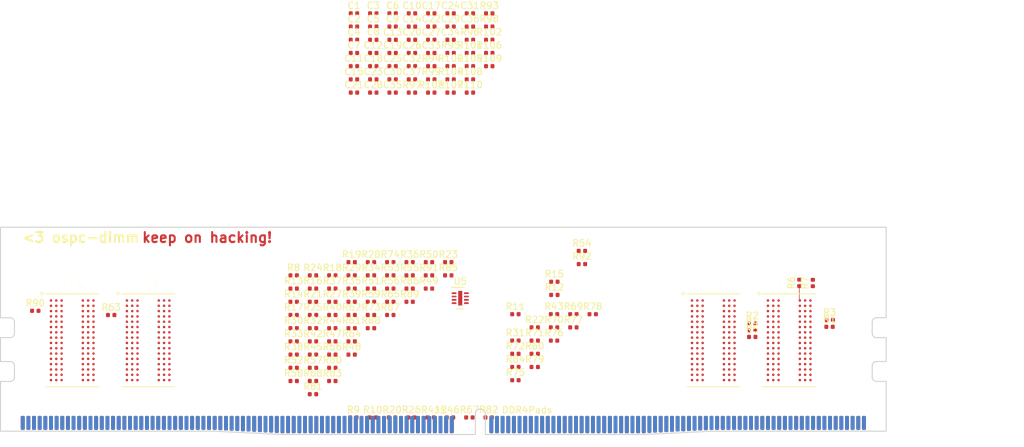
<source format=kicad_pcb>
(kicad_pcb (version 20171130) (host pcbnew "(5.1.5)-3")
  (layers (0 F.Cu power) (1 In1.Cu signal) (2 In2.Cu signal) (31 B.Cu power) (34 B.Paste user) (35 F.Paste user) (36 B.SilkS user) (37 F.SilkS user) (38 B.Mask user) (39 F.Mask user) (44 Edge.Cuts user))
  (net 0 "")
  (net 1 "Net-(J1-Pad144)")
  (net 2 "Net-(J1-Pad1)")
  (net 3 VSS)
  (net 4 "Net-(J1-Pad141)")
  (net 5 /DQ5)
  (net 6 "Net-(J1-Pad140)")
  (net 7 "Net-(J1-Pad139)")
  (net 8 /DQ1)
  (net 9 /DQ58)
  (net 10 /DQ62)
  (net 11 /DQ7)
  (net 12 "Net-(J1-Pad133)")
  (net 13 /DM7_n)
  (net 14 /DQ3)
  (net 15 /DQ56)
  (net 16 /DQ13)
  (net 17 /DQ60)
  (net 18 /DQ9)
  (net 19 /DQ50)
  (net 20 /DQ54)
  (net 21 /DQ15)
  (net 22 "Net-(J1-Pad122)")
  (net 23 /DM6_n)
  (net 24 /DQ11)
  (net 25 /DQ48)
  (net 26 /DQ21)
  (net 27 /DQ52)
  (net 28 /DQ17)
  (net 29 /DQ42)
  (net 30 /DQ46)
  (net 31 /DQ23)
  (net 32 "Net-(J1-Pad111)")
  (net 33 /DM5_n)
  (net 34 /DQ19)
  (net 35 /DQ40)
  (net 36 /DQ29)
  (net 37 /DQ44)
  (net 38 /DQ25)
  (net 39 /DQ34)
  (net 40 /DQ38)
  (net 41 /DQ31)
  (net 42 "Net-(J1-Pad100)")
  (net 43 /DM4_n)
  (net 44 /DQ27)
  (net 45 /DQ32)
  (net 46 "Net-(J1-Pad192)")
  (net 47 /DQ36)
  (net 48 "Net-(J1-Pad194)")
  (net 49 /CS2_n)
  (net 50 /ODT1)
  (net 51 "Net-(J1-Pad199)")
  (net 52 /CS1_n)
  (net 53 "Net-(J1-Pad201)")
  (net 54 /ODT0)
  (net 55 /A15)
  (net 56 /CKE1)
  (net 57 /CS0_n)
  (net 58 /A16)
  (net 59 /BG1)
  (net 60 /BA0)
  (net 61 /ALERT_n)
  (net 62 /A0)
  (net 63 /A11)
  (net 64 EVENT)
  (net 65 /A7)
  (net 66 /A5)
  (net 67 /A4)
  (net 68 /A2)
  (net 69 /A1)
  (net 70 /A3)
  (net 71 /A6)
  (net 72 /A8)
  (net 73 /PARITY)
  (net 74 /A9)
  (net 75 /A12)
  (net 76 /BA1)
  (net 77 /A10)
  (net 78 /BG0)
  (net 79 /ACT_n)
  (net 80 /A14)
  (net 81 /CKE0)
  (net 82 /SAVE_n)
  (net 83 /RESET_n)
  (net 84 /A13)
  (net 85 "Net-(J1-Pad56)")
  (net 86 "Net-(J1-Pad234)")
  (net 87 "Net-(J1-Pad54)")
  (net 88 "Net-(J1-Pad235)")
  (net 89 "Net-(J1-Pad52)")
  (net 90 /CS3_n)
  (net 91 /DM8_n)
  (net 92 "Net-(J1-Pad238)")
  (net 93 "Net-(J1-Pad49)")
  (net 94 /DQ37)
  (net 95 "Net-(J1-Pad47)")
  (net 96 /DQ33)
  (net 97 /DQ26)
  (net 98 /DQ30)
  (net 99 /DQ39)
  (net 100 "Net-(J1-Pad41)")
  (net 101 /DM3_n)
  (net 102 /DQ35)
  (net 103 /DQ24)
  (net 104 /DQ45)
  (net 105 /DQ28)
  (net 106 /DQ41)
  (net 107 /DQ18)
  (net 108 /DQ22)
  (net 109 /DQ47)
  (net 110 "Net-(J1-Pad30)")
  (net 111 /DM2_n)
  (net 112 /DQ43)
  (net 113 /DQ16)
  (net 114 /DQ53)
  (net 115 /DQ20)
  (net 116 /DQ49)
  (net 117 /DQ10)
  (net 118 /DQ14)
  (net 119 /DQ55)
  (net 120 "Net-(J1-Pad19)")
  (net 121 /DM1_n)
  (net 122 /DQ51)
  (net 123 /DQ8)
  (net 124 /DQ61)
  (net 125 /DQ12)
  (net 126 /DQ57)
  (net 127 /DQ2)
  (net 128 /DQ6)
  (net 129 /DQ63)
  (net 130 "Net-(J1-Pad8)")
  (net 131 /DM0_n)
  (net 132 /DQ59)
  (net 133 /DQ0)
  (net 134 VDDSPD)
  (net 135 "Net-(J1-Pad285)")
  (net 136 /DQ4)
  (net 137 "Net-(R1-Pad1)")
  (net 138 "Net-(R2-Pad1)")
  (net 139 "Net-(R3-Pad1)")
  (net 140 "Net-(R4-Pad1)")
  (net 141 "Net-(R5-Pad1)")
  (net 142 "Net-(R6-Pad1)")
  (net 143 "Net-(R7-Pad1)")
  (net 144 "Net-(R8-Pad1)")
  (net 145 "Net-(R9-Pad1)")
  (net 146 "Net-(R10-Pad1)")
  (net 147 "Net-(R11-Pad1)")
  (net 148 "Net-(R12-Pad1)")
  (net 149 "Net-(R13-Pad1)")
  (net 150 "Net-(R14-Pad1)")
  (net 151 "Net-(R15-Pad1)")
  (net 152 "Net-(R16-Pad1)")
  (net 153 "Net-(R17-Pad1)")
  (net 154 "Net-(R18-Pad1)")
  (net 155 "Net-(R19-Pad1)")
  (net 156 "Net-(R20-Pad1)")
  (net 157 "Net-(R21-Pad1)")
  (net 158 "Net-(R22-Pad1)")
  (net 159 "Net-(R23-Pad1)")
  (net 160 "Net-(R24-Pad1)")
  (net 161 "Net-(R25-Pad1)")
  (net 162 "Net-(R26-Pad1)")
  (net 163 "Net-(R27-Pad1)")
  (net 164 "Net-(R28-Pad1)")
  (net 165 "Net-(R29-Pad1)")
  (net 166 "Net-(R30-Pad1)")
  (net 167 "Net-(R31-Pad1)")
  (net 168 "Net-(R32-Pad1)")
  (net 169 "Net-(R33-Pad1)")
  (net 170 "Net-(R34-Pad1)")
  (net 171 "Net-(R35-Pad1)")
  (net 172 "Net-(R36-Pad1)")
  (net 173 "Net-(R37-Pad1)")
  (net 174 "Net-(R38-Pad1)")
  (net 175 "Net-(R39-Pad1)")
  (net 176 "Net-(R40-Pad1)")
  (net 177 "Net-(R41-Pad1)")
  (net 178 "Net-(R42-Pad1)")
  (net 179 "Net-(R43-Pad1)")
  (net 180 "Net-(R44-Pad1)")
  (net 181 "Net-(R45-Pad1)")
  (net 182 "Net-(R46-Pad1)")
  (net 183 "Net-(R47-Pad2)")
  (net 184 "Net-(R48-Pad1)")
  (net 185 "Net-(R49-Pad1)")
  (net 186 "Net-(R50-Pad1)")
  (net 187 "Net-(R51-Pad1)")
  (net 188 "Net-(R52-Pad1)")
  (net 189 "Net-(R53-Pad1)")
  (net 190 "Net-(R54-Pad1)")
  (net 191 "Net-(R55-Pad2)")
  (net 192 "Net-(R56-Pad1)")
  (net 193 "Net-(R57-Pad1)")
  (net 194 "Net-(R58-Pad1)")
  (net 195 "Net-(R59-Pad1)")
  (net 196 "Net-(R60-Pad1)")
  (net 197 "Net-(R61-Pad1)")
  (net 198 "Net-(R62-Pad1)")
  (net 199 "Net-(R63-Pad1)")
  (net 200 "Net-(R64-Pad1)")
  (net 201 "Net-(R65-Pad1)")
  (net 202 "Net-(R66-Pad1)")
  (net 203 "Net-(R67-Pad1)")
  (net 204 "Net-(R68-Pad1)")
  (net 205 "Net-(R69-Pad1)")
  (net 206 "Net-(R70-Pad1)")
  (net 207 "Net-(R71-Pad1)")
  (net 208 "Net-(R72-Pad1)")
  (net 209 "Net-(R73-Pad1)")
  (net 210 "Net-(R74-Pad1)")
  (net 211 "Net-(R75-Pad1)")
  (net 212 "Net-(R76-Pad1)")
  (net 213 "Net-(R77-Pad1)")
  (net 214 "Net-(R78-Pad1)")
  (net 215 "Net-(R79-Pad1)")
  (net 216 "Net-(R80-Pad1)")
  (net 217 "Net-(R81-Pad1)")
  (net 218 "Net-(R82-Pad1)")
  (net 219 "Net-(R83-Pad1)")
  (net 220 "Net-(R84-Pad1)")
  (net 221 "Net-(R85-Pad1)")
  (net 222 "Net-(R86-Pad1)")
  (net 223 "Net-(R87-Pad1)")
  (net 224 "Net-(R88-Pad1)")
  (net 225 "Net-(R89-Pad1)")
  (net 226 "Net-(R90-Pad1)")
  (net 227 "Net-(R91-Pad1)")
  (net 228 "Net-(R92-Pad1)")
  (net 229 /CK1-)
  (net 230 U1_VDD_DECOUP)
  (net 231 /CK1+)
  (net 232 /CK0-)
  (net 233 /CK0+)
  (net 234 PIN_VPP_DECOUP)
  (net 235 PIN_VCA_DECOUP)
  (net 236 A0_VTT_DECOUP)
  (net 237 /DQS0-)
  (net 238 /DQS0+)
  (net 239 /DQS1-)
  (net 240 /DQS1+)
  (net 241 /DQS2-)
  (net 242 /DQS2+)
  (net 243 /DQS3-)
  (net 244 /DQS3+)
  (net 245 /DQS8-)
  (net 246 /DQS8+)
  (net 247 /DQS4-)
  (net 248 /DQS4+)
  (net 249 /DQS5-)
  (net 250 /DQS5+)
  (net 251 /DQS6-)
  (net 252 /DQS6+)
  (net 253 /DQS7-)
  (net 254 /DQS7+)
  (net 255 "Net-(R47-Pad1)")
  (module Resistor_SMD:R_0402_1005Metric (layer F.Cu) (at 160.208 54.104)
    (fp_text reference R110 (at 0 -1.17) (layer F.SilkS))
    (fp_text value 15)
    (pad 2 smd roundrect (at 0.485 0) (size 0.59 0.64) (layers F.Cu F.Paste F.Mask) (net 230 U1_VDD_DECOUP))
    (pad 1 smd roundrect (at -0.485 0) (size 0.59 0.64) (layers F.Cu F.Paste F.Mask) (net 61 /ALERT_n))
  )
  (module Resistor_SMD:R_0402_1005Metric (layer F.Cu) (at 163.118 50.124)
    (fp_text reference R109 (at 0 -1.17) (layer F.SilkS))
    (fp_text value 15)
    (pad 2 smd roundrect (at 0.485 0) (size 0.59 0.64) (layers F.Cu F.Paste F.Mask) (net 58 /A16))
    (pad 1 smd roundrect (at -0.485 0) (size 0.59 0.64) (layers F.Cu F.Paste F.Mask) (net 236 A0_VTT_DECOUP))
  )
  (module Resistor_SMD:R_0402_1005Metric (layer F.Cu) (at 160.208 52.114)
    (fp_text reference R108 (at 0 -1.17) (layer F.SilkS))
    (fp_text value 15)
    (pad 2 smd roundrect (at 0.485 0) (size 0.59 0.64) (layers F.Cu F.Paste F.Mask) (net 55 /A15))
    (pad 1 smd roundrect (at -0.485 0) (size 0.59 0.64) (layers F.Cu F.Paste F.Mask) (net 236 A0_VTT_DECOUP))
  )
  (module Resistor_SMD:R_0402_1005Metric (layer F.Cu) (at 157.298 54.104)
    (fp_text reference R107 (at 0 -1.17) (layer F.SilkS))
    (fp_text value 15)
    (pad 2 smd roundrect (at 0.485 0) (size 0.59 0.64) (layers F.Cu F.Paste F.Mask) (net 80 /A14))
    (pad 1 smd roundrect (at -0.485 0) (size 0.59 0.64) (layers F.Cu F.Paste F.Mask) (net 236 A0_VTT_DECOUP))
  )
  (module Resistor_SMD:R_0402_1005Metric (layer F.Cu) (at 163.118 48.134)
    (fp_text reference R106 (at 0 -1.17) (layer F.SilkS))
    (fp_text value 15)
    (pad 2 smd roundrect (at 0.485 0) (size 0.59 0.64) (layers F.Cu F.Paste F.Mask) (net 84 /A13))
    (pad 1 smd roundrect (at -0.485 0) (size 0.59 0.64) (layers F.Cu F.Paste F.Mask) (net 236 A0_VTT_DECOUP))
  )
  (module Resistor_SMD:R_0402_1005Metric (layer F.Cu) (at 160.208 50.124)
    (fp_text reference R105 (at 0 -1.17) (layer F.SilkS))
    (fp_text value 15)
    (pad 2 smd roundrect (at 0.485 0) (size 0.59 0.64) (layers F.Cu F.Paste F.Mask) (net 75 /A12))
    (pad 1 smd roundrect (at -0.485 0) (size 0.59 0.64) (layers F.Cu F.Paste F.Mask) (net 236 A0_VTT_DECOUP))
  )
  (module Resistor_SMD:R_0402_1005Metric (layer F.Cu) (at 157.298 52.114)
    (fp_text reference R104 (at 0 -1.17) (layer F.SilkS))
    (fp_text value 15)
    (pad 2 smd roundrect (at 0.485 0) (size 0.59 0.64) (layers F.Cu F.Paste F.Mask) (net 63 /A11))
    (pad 1 smd roundrect (at -0.485 0) (size 0.59 0.64) (layers F.Cu F.Paste F.Mask) (net 236 A0_VTT_DECOUP))
  )
  (module Resistor_SMD:R_0402_1005Metric (layer F.Cu) (at 154.388 54.104)
    (fp_text reference R103 (at 0 -1.17) (layer F.SilkS))
    (fp_text value 15)
    (pad 2 smd roundrect (at 0.485 0) (size 0.59 0.64) (layers F.Cu F.Paste F.Mask) (net 77 /A10))
    (pad 1 smd roundrect (at -0.485 0) (size 0.59 0.64) (layers F.Cu F.Paste F.Mask) (net 236 A0_VTT_DECOUP))
  )
  (module Resistor_SMD:R_0402_1005Metric (layer F.Cu) (at 163.118 46.144)
    (fp_text reference R102 (at 0 -1.17) (layer F.SilkS))
    (fp_text value 15)
    (pad 2 smd roundrect (at 0.485 0) (size 0.59 0.64) (layers F.Cu F.Paste F.Mask) (net 74 /A9))
    (pad 1 smd roundrect (at -0.485 0) (size 0.59 0.64) (layers F.Cu F.Paste F.Mask) (net 236 A0_VTT_DECOUP))
  )
  (module Resistor_SMD:R_0402_1005Metric (layer F.Cu) (at 160.208 48.134)
    (fp_text reference R101 (at 0 -1.17) (layer F.SilkS))
    (fp_text value 15)
    (pad 2 smd roundrect (at 0.485 0) (size 0.59 0.64) (layers F.Cu F.Paste F.Mask) (net 72 /A8))
    (pad 1 smd roundrect (at -0.485 0) (size 0.59 0.64) (layers F.Cu F.Paste F.Mask) (net 236 A0_VTT_DECOUP))
  )
  (module Resistor_SMD:R_0402_1005Metric (layer F.Cu) (at 157.298 50.124)
    (fp_text reference R100 (at 0 -1.17) (layer F.SilkS))
    (fp_text value 15)
    (pad 2 smd roundrect (at 0.485 0) (size 0.59 0.64) (layers F.Cu F.Paste F.Mask) (net 65 /A7))
    (pad 1 smd roundrect (at -0.485 0) (size 0.59 0.64) (layers F.Cu F.Paste F.Mask) (net 236 A0_VTT_DECOUP))
  )
  (module Resistor_SMD:R_0402_1005Metric (layer F.Cu) (at 154.388 52.114)
    (fp_text reference R99 (at 0 -1.17) (layer F.SilkS))
    (fp_text value 15)
    (pad 2 smd roundrect (at 0.485 0) (size 0.59 0.64) (layers F.Cu F.Paste F.Mask) (net 71 /A6))
    (pad 1 smd roundrect (at -0.485 0) (size 0.59 0.64) (layers F.Cu F.Paste F.Mask) (net 236 A0_VTT_DECOUP))
  )
  (module Resistor_SMD:R_0402_1005Metric (layer F.Cu) (at 163.118 44.154)
    (fp_text reference R98 (at 0 -1.17) (layer F.SilkS))
    (fp_text value 15)
    (pad 2 smd roundrect (at 0.485 0) (size 0.59 0.64) (layers F.Cu F.Paste F.Mask) (net 66 /A5))
    (pad 1 smd roundrect (at -0.485 0) (size 0.59 0.64) (layers F.Cu F.Paste F.Mask) (net 236 A0_VTT_DECOUP))
  )
  (module Resistor_SMD:R_0402_1005Metric (layer F.Cu) (at 151.478 54.104)
    (fp_text reference R97 (at 0 -1.17) (layer F.SilkS))
    (fp_text value 15)
    (pad 2 smd roundrect (at 0.485 0) (size 0.59 0.64) (layers F.Cu F.Paste F.Mask) (net 67 /A4))
    (pad 1 smd roundrect (at -0.485 0) (size 0.59 0.64) (layers F.Cu F.Paste F.Mask) (net 236 A0_VTT_DECOUP))
  )
  (module Resistor_SMD:R_0402_1005Metric (layer F.Cu) (at 160.208 46.144)
    (fp_text reference R96 (at 0 -1.17) (layer F.SilkS))
    (fp_text value 15)
    (pad 2 smd roundrect (at 0.485 0) (size 0.59 0.64) (layers F.Cu F.Paste F.Mask) (net 70 /A3))
    (pad 1 smd roundrect (at -0.485 0) (size 0.59 0.64) (layers F.Cu F.Paste F.Mask) (net 236 A0_VTT_DECOUP))
  )
  (module Resistor_SMD:R_0402_1005Metric (layer F.Cu) (at 157.298 48.134)
    (fp_text reference R95 (at 0 -1.17) (layer F.SilkS))
    (fp_text value 15)
    (pad 2 smd roundrect (at 0.485 0) (size 0.59 0.64) (layers F.Cu F.Paste F.Mask) (net 68 /A2))
    (pad 1 smd roundrect (at -0.485 0) (size 0.59 0.64) (layers F.Cu F.Paste F.Mask) (net 236 A0_VTT_DECOUP))
  )
  (module Resistor_SMD:R_0402_1005Metric (layer F.Cu) (at 154.388 50.124)
    (fp_text reference R94 (at 0 -1.17) (layer F.SilkS))
    (fp_text value 15)
    (pad 2 smd roundrect (at 0.485 0) (size 0.59 0.64) (layers F.Cu F.Paste F.Mask) (net 69 /A1))
    (pad 1 smd roundrect (at -0.485 0) (size 0.59 0.64) (layers F.Cu F.Paste F.Mask) (net 236 A0_VTT_DECOUP))
  )
  (module Resistor_SMD:R_0402_1005Metric (layer F.Cu) (at 163.118 42.164)
    (fp_text reference R93 (at 0 -1.17) (layer F.SilkS))
    (fp_text value 15)
    (pad 2 smd roundrect (at 0.485 0) (size 0.59 0.64) (layers F.Cu F.Paste F.Mask) (net 62 /A0))
    (pad 1 smd roundrect (at -0.485 0) (size 0.59 0.64) (layers F.Cu F.Paste F.Mask) (net 236 A0_VTT_DECOUP))
  )
  (module Capacitor_SMD:C_0402_1005Metric (layer F.Cu) (at 151.478 52.114)
    (fp_text reference C37 (at 0 -1.17) (layer F.SilkS))
    (fp_text value 0.01uF)
    (pad 2 smd roundrect (at 0.485 0) (size 0.59 0.64) (layers F.Cu F.Paste F.Mask) (net 236 A0_VTT_DECOUP))
    (pad 1 smd roundrect (at -0.485 0) (size 0.59 0.64) (layers F.Cu F.Paste F.Mask) (net 230 U1_VDD_DECOUP))
  )
  (module Capacitor_SMD:C_0402_1005Metric (layer F.Cu) (at 160.208 44.154)
    (fp_text reference C36 (at 0 -1.17) (layer F.SilkS))
    (fp_text value 0.01uF)
    (pad 2 smd roundrect (at 0.485 0) (size 0.59 0.64) (layers F.Cu F.Paste F.Mask) (net 236 A0_VTT_DECOUP))
    (pad 1 smd roundrect (at -0.485 0) (size 0.59 0.64) (layers F.Cu F.Paste F.Mask) (net 230 U1_VDD_DECOUP))
  )
  (module Capacitor_SMD:C_0402_1005Metric (layer F.Cu) (at 148.568 54.104)
    (fp_text reference C35 (at 0 -1.17) (layer F.SilkS))
    (fp_text value 0.01uF)
    (pad 2 smd roundrect (at 0.485 0) (size 0.59 0.64) (layers F.Cu F.Paste F.Mask) (net 236 A0_VTT_DECOUP))
    (pad 1 smd roundrect (at -0.485 0) (size 0.59 0.64) (layers F.Cu F.Paste F.Mask) (net 230 U1_VDD_DECOUP))
  )
  (module Capacitor_SMD:C_0402_1005Metric (layer F.Cu) (at 157.298 46.144)
    (fp_text reference C34 (at 0 -1.17) (layer F.SilkS))
    (fp_text value 0.01uF)
    (pad 2 smd roundrect (at 0.485 0) (size 0.59 0.64) (layers F.Cu F.Paste F.Mask) (net 236 A0_VTT_DECOUP))
    (pad 1 smd roundrect (at -0.485 0) (size 0.59 0.64) (layers F.Cu F.Paste F.Mask) (net 230 U1_VDD_DECOUP))
  )
  (module Capacitor_SMD:C_0402_1005Metric (layer F.Cu) (at 154.388 48.134)
    (fp_text reference C33 (at 0 -1.17) (layer F.SilkS))
    (fp_text value 0.01uF)
    (pad 2 smd roundrect (at 0.485 0) (size 0.59 0.64) (layers F.Cu F.Paste F.Mask) (net 236 A0_VTT_DECOUP))
    (pad 1 smd roundrect (at -0.485 0) (size 0.59 0.64) (layers F.Cu F.Paste F.Mask) (net 230 U1_VDD_DECOUP))
  )
  (module Capacitor_SMD:C_0402_1005Metric (layer F.Cu) (at 151.478 50.124)
    (fp_text reference C32 (at 0 -1.17) (layer F.SilkS))
    (fp_text value 0.01uF)
    (pad 2 smd roundrect (at 0.485 0) (size 0.59 0.64) (layers F.Cu F.Paste F.Mask) (net 236 A0_VTT_DECOUP))
    (pad 1 smd roundrect (at -0.485 0) (size 0.59 0.64) (layers F.Cu F.Paste F.Mask) (net 230 U1_VDD_DECOUP))
  )
  (module Capacitor_SMD:C_0402_1005Metric (layer F.Cu) (at 160.208 42.164)
    (fp_text reference C31 (at 0 -1.17) (layer F.SilkS))
    (fp_text value 0.01uF)
    (pad 2 smd roundrect (at 0.485 0) (size 0.59 0.64) (layers F.Cu F.Paste F.Mask) (net 236 A0_VTT_DECOUP))
    (pad 1 smd roundrect (at -0.485 0) (size 0.59 0.64) (layers F.Cu F.Paste F.Mask) (net 230 U1_VDD_DECOUP))
  )
  (module Capacitor_SMD:C_0402_1005Metric (layer F.Cu) (at 148.568 52.114)
    (fp_text reference C30 (at 0 -1.17) (layer F.SilkS))
    (fp_text value 0.01uF)
    (pad 2 smd roundrect (at 0.485 0) (size 0.59 0.64) (layers F.Cu F.Paste F.Mask) (net 236 A0_VTT_DECOUP))
    (pad 1 smd roundrect (at -0.485 0) (size 0.59 0.64) (layers F.Cu F.Paste F.Mask) (net 230 U1_VDD_DECOUP))
  )
  (module Capacitor_SMD:C_0402_1005Metric (layer F.Cu) (at 157.298 44.154)
    (fp_text reference C29 (at 0 -1.17) (layer F.SilkS))
    (fp_text value 0.01uF)
    (pad 2 smd roundrect (at 0.485 0) (size 0.59 0.64) (layers F.Cu F.Paste F.Mask) (net 236 A0_VTT_DECOUP))
    (pad 1 smd roundrect (at -0.485 0) (size 0.59 0.64) (layers F.Cu F.Paste F.Mask) (net 230 U1_VDD_DECOUP))
  )
  (module Capacitor_SMD:C_0402_1005Metric (layer F.Cu) (at 145.658 54.104)
    (fp_text reference C28 (at 0 -1.17) (layer F.SilkS))
    (fp_text value 0.01uF)
    (pad 2 smd roundrect (at 0.485 0) (size 0.59 0.64) (layers F.Cu F.Paste F.Mask) (net 236 A0_VTT_DECOUP))
    (pad 1 smd roundrect (at -0.485 0) (size 0.59 0.64) (layers F.Cu F.Paste F.Mask) (net 230 U1_VDD_DECOUP))
  )
  (module Capacitor_SMD:C_0402_1005Metric (layer F.Cu) (at 154.388 46.144)
    (fp_text reference C27 (at 0 -1.17) (layer F.SilkS))
    (fp_text value 0.01uF)
    (pad 2 smd roundrect (at 0.485 0) (size 0.59 0.64) (layers F.Cu F.Paste F.Mask) (net 235 PIN_VCA_DECOUP))
    (pad 1 smd roundrect (at -0.485 0) (size 0.59 0.64) (layers F.Cu F.Paste F.Mask) (net 230 U1_VDD_DECOUP))
  )
  (module Capacitor_SMD:C_0402_1005Metric (layer F.Cu) (at 151.478 48.134)
    (fp_text reference C26 (at 0 -1.17) (layer F.SilkS))
    (fp_text value 0.01uF)
    (pad 2 smd roundrect (at 0.485 0) (size 0.59 0.64) (layers F.Cu F.Paste F.Mask) (net 234 PIN_VPP_DECOUP))
    (pad 1 smd roundrect (at -0.485 0) (size 0.59 0.64) (layers F.Cu F.Paste F.Mask) (net 3 VSS))
  )
  (module Capacitor_SMD:C_0402_1005Metric (layer F.Cu) (at 148.568 50.124)
    (fp_text reference C25 (at 0 -1.17) (layer F.SilkS))
    (fp_text value 4.7uF)
    (pad 2 smd roundrect (at 0.485 0) (size 0.59 0.64) (layers F.Cu F.Paste F.Mask) (net 230 U1_VDD_DECOUP))
    (pad 1 smd roundrect (at -0.485 0) (size 0.59 0.64) (layers F.Cu F.Paste F.Mask) (net 3 VSS))
  )
  (module Capacitor_SMD:C_0402_1005Metric (layer F.Cu) (at 157.298 42.164)
    (fp_text reference C24 (at 0 -1.17) (layer F.SilkS))
    (fp_text value 4.7uF)
    (pad 2 smd roundrect (at 0.485 0) (size 0.59 0.64) (layers F.Cu F.Paste F.Mask) (net 230 U1_VDD_DECOUP))
    (pad 1 smd roundrect (at -0.485 0) (size 0.59 0.64) (layers F.Cu F.Paste F.Mask) (net 3 VSS))
  )
  (module Capacitor_SMD:C_0402_1005Metric (layer F.Cu) (at 145.658 52.114)
    (fp_text reference C23 (at 0 -1.17) (layer F.SilkS))
    (fp_text value 4.7uF)
    (pad 2 smd roundrect (at 0.485 0) (size 0.59 0.64) (layers F.Cu F.Paste F.Mask) (net 230 U1_VDD_DECOUP))
    (pad 1 smd roundrect (at -0.485 0) (size 0.59 0.64) (layers F.Cu F.Paste F.Mask) (net 3 VSS))
  )
  (module Capacitor_SMD:C_0402_1005Metric (layer F.Cu) (at 154.388 44.154)
    (fp_text reference C22 (at 0 -1.17) (layer F.SilkS))
    (fp_text value 4.7uF)
    (pad 2 smd roundrect (at 0.485 0) (size 0.59 0.64) (layers F.Cu F.Paste F.Mask) (net 230 U1_VDD_DECOUP))
    (pad 1 smd roundrect (at -0.485 0) (size 0.59 0.64) (layers F.Cu F.Paste F.Mask) (net 3 VSS))
  )
  (module Capacitor_SMD:C_0402_1005Metric (layer F.Cu) (at 142.748 54.104)
    (fp_text reference C21 (at 0 -1.17) (layer F.SilkS))
    (fp_text value 0.01uF)
    (pad 2 smd roundrect (at 0.485 0) (size 0.59 0.64) (layers F.Cu F.Paste F.Mask) (net 235 PIN_VCA_DECOUP))
    (pad 1 smd roundrect (at -0.485 0) (size 0.59 0.64) (layers F.Cu F.Paste F.Mask) (net 230 U1_VDD_DECOUP))
  )
  (module Capacitor_SMD:C_0402_1005Metric (layer F.Cu) (at 151.478 46.144)
    (fp_text reference C20 (at 0 -1.17) (layer F.SilkS))
    (fp_text value 0.01uF)
    (pad 2 smd roundrect (at 0.485 0) (size 0.59 0.64) (layers F.Cu F.Paste F.Mask) (net 235 PIN_VCA_DECOUP))
    (pad 1 smd roundrect (at -0.485 0) (size 0.59 0.64) (layers F.Cu F.Paste F.Mask) (net 230 U1_VDD_DECOUP))
  )
  (module Capacitor_SMD:C_0402_1005Metric (layer F.Cu) (at 148.568 48.134)
    (fp_text reference C19 (at 0 -1.17) (layer F.SilkS))
    (fp_text value 0.01uF)
    (pad 2 smd roundrect (at 0.485 0) (size 0.59 0.64) (layers F.Cu F.Paste F.Mask) (net 235 PIN_VCA_DECOUP))
    (pad 1 smd roundrect (at -0.485 0) (size 0.59 0.64) (layers F.Cu F.Paste F.Mask) (net 230 U1_VDD_DECOUP))
  )
  (module Capacitor_SMD:C_0402_1005Metric (layer F.Cu) (at 145.658 50.124)
    (fp_text reference C18 (at 0 -1.17) (layer F.SilkS))
    (fp_text value 0.01uF)
    (pad 2 smd roundrect (at 0.485 0) (size 0.59 0.64) (layers F.Cu F.Paste F.Mask) (net 235 PIN_VCA_DECOUP))
    (pad 1 smd roundrect (at -0.485 0) (size 0.59 0.64) (layers F.Cu F.Paste F.Mask) (net 230 U1_VDD_DECOUP))
  )
  (module Capacitor_SMD:C_0402_1005Metric (layer F.Cu) (at 154.388 42.164)
    (fp_text reference C17 (at 0 -1.17) (layer F.SilkS))
    (fp_text value 0.01uF)
    (pad 2 smd roundrect (at 0.485 0) (size 0.59 0.64) (layers F.Cu F.Paste F.Mask) (net 234 PIN_VPP_DECOUP))
    (pad 1 smd roundrect (at -0.485 0) (size 0.59 0.64) (layers F.Cu F.Paste F.Mask) (net 3 VSS))
  )
  (module Capacitor_SMD:C_0402_1005Metric (layer F.Cu) (at 142.748 52.114)
    (fp_text reference C15 (at 0 -1.17) (layer F.SilkS))
    (fp_text value 0.01uF)
    (pad 2 smd roundrect (at 0.485 0) (size 0.59 0.64) (layers F.Cu F.Paste F.Mask) (net 234 PIN_VPP_DECOUP))
    (pad 1 smd roundrect (at -0.485 0) (size 0.59 0.64) (layers F.Cu F.Paste F.Mask) (net 3 VSS))
  )
  (module Capacitor_SMD:C_0402_1005Metric (layer F.Cu) (at 151.478 44.154)
    (fp_text reference C14 (at 0 -1.17) (layer F.SilkS))
    (fp_text value 0.01uF)
    (pad 2 smd roundrect (at 0.485 0) (size 0.59 0.64) (layers F.Cu F.Paste F.Mask) (net 234 PIN_VPP_DECOUP))
    (pad 1 smd roundrect (at -0.485 0) (size 0.59 0.64) (layers F.Cu F.Paste F.Mask) (net 3 VSS))
  )
  (module Capacitor_SMD:C_0402_1005Metric (layer F.Cu) (at 148.568 46.144)
    (fp_text reference C13 (at 0 -1.17) (layer F.SilkS))
    (fp_text value 0.01uF)
    (pad 2 smd roundrect (at 0.485 0) (size 0.59 0.64) (layers F.Cu F.Paste F.Mask) (net 234 PIN_VPP_DECOUP))
    (pad 1 smd roundrect (at -0.485 0) (size 0.59 0.64) (layers F.Cu F.Paste F.Mask) (net 3 VSS))
  )
  (module Capacitor_SMD:C_0402_1005Metric (layer F.Cu) (at 145.658 48.134)
    (fp_text reference C12 (at 0 -1.17) (layer F.SilkS))
    (fp_text value 0.01uF)
    (pad 2 smd roundrect (at 0.485 0) (size 0.59 0.64) (layers F.Cu F.Paste F.Mask) (net 230 U1_VDD_DECOUP))
    (pad 1 smd roundrect (at -0.485 0) (size 0.59 0.64) (layers F.Cu F.Paste F.Mask) (net 3 VSS))
  )
  (module Capacitor_SMD:C_0402_1005Metric (layer F.Cu) (at 142.748 50.124)
    (fp_text reference C11 (at 0 -1.17) (layer F.SilkS))
    (fp_text value 0.01uF)
    (pad 2 smd roundrect (at 0.485 0) (size 0.59 0.64) (layers F.Cu F.Paste F.Mask) (net 230 U1_VDD_DECOUP))
    (pad 1 smd roundrect (at -0.485 0) (size 0.59 0.64) (layers F.Cu F.Paste F.Mask) (net 3 VSS))
  )
  (module Capacitor_SMD:C_0402_1005Metric (layer F.Cu) (at 151.478 42.164)
    (fp_text reference C10 (at 0 -1.17) (layer F.SilkS))
    (fp_text value 0.01uF)
    (pad 2 smd roundrect (at 0.485 0) (size 0.59 0.64) (layers F.Cu F.Paste F.Mask) (net 230 U1_VDD_DECOUP))
    (pad 1 smd roundrect (at -0.485 0) (size 0.59 0.64) (layers F.Cu F.Paste F.Mask) (net 3 VSS))
  )
  (module Capacitor_SMD:C_0402_1005Metric (layer F.Cu) (at 148.568 44.154)
    (fp_text reference C9 (at 0 -1.17) (layer F.SilkS))
    (fp_text value 0.01uF)
    (pad 2 smd roundrect (at 0.485 0) (size 0.59 0.64) (layers F.Cu F.Paste F.Mask) (net 230 U1_VDD_DECOUP))
    (pad 1 smd roundrect (at -0.485 0) (size 0.59 0.64) (layers F.Cu F.Paste F.Mask) (net 3 VSS))
  )
  (module Capacitor_SMD:C_0402_1005Metric (layer F.Cu) (at 145.658 46.144)
    (fp_text reference C8 (at 0 -1.17) (layer F.SilkS))
    (fp_text value 0.01uF)
    (pad 2 smd roundrect (at 0.485 0) (size 0.59 0.64) (layers F.Cu F.Paste F.Mask) (net 230 U1_VDD_DECOUP))
    (pad 1 smd roundrect (at -0.485 0) (size 0.59 0.64) (layers F.Cu F.Paste F.Mask) (net 3 VSS))
  )
  (module Capacitor_SMD:C_0402_1005Metric (layer F.Cu) (at 142.748 48.134)
    (fp_text reference C7 (at 0 -1.17) (layer F.SilkS))
    (fp_text value 0.01uF)
    (pad 2 smd roundrect (at 0.485 0) (size 0.59 0.64) (layers F.Cu F.Paste F.Mask) (net 230 U1_VDD_DECOUP))
    (pad 1 smd roundrect (at -0.485 0) (size 0.59 0.64) (layers F.Cu F.Paste F.Mask) (net 3 VSS))
  )
  (module Capacitor_SMD:C_0402_1005Metric (layer F.Cu) (at 148.568 42.164)
    (fp_text reference C6 (at 0 -1.17) (layer F.SilkS))
    (fp_text value 0.01uF)
    (pad 2 smd roundrect (at 0.485 0) (size 0.59 0.64) (layers F.Cu F.Paste F.Mask) (net 230 U1_VDD_DECOUP))
    (pad 1 smd roundrect (at -0.485 0) (size 0.59 0.64) (layers F.Cu F.Paste F.Mask) (net 3 VSS))
  )
  (module Capacitor_SMD:C_0402_1005Metric (layer F.Cu) (at 145.658 44.154)
    (fp_text reference C5 (at 0 -1.17) (layer F.SilkS))
    (fp_text value 0.01uF)
    (pad 2 smd roundrect (at 0.485 0) (size 0.59 0.64) (layers F.Cu F.Paste F.Mask) (net 230 U1_VDD_DECOUP))
    (pad 1 smd roundrect (at -0.485 0) (size 0.59 0.64) (layers F.Cu F.Paste F.Mask) (net 3 VSS))
  )
  (module Capacitor_SMD:C_0402_1005Metric (layer F.Cu) (at 142.748 46.144)
    (fp_text reference C4 (at 0 -1.17) (layer F.SilkS))
    (fp_text value 0.01uF)
    (pad 2 smd roundrect (at 0.485 0) (size 0.59 0.64) (layers F.Cu F.Paste F.Mask) (net 233 /CK0+))
    (pad 1 smd roundrect (at -0.485 0) (size 0.59 0.64) (layers F.Cu F.Paste F.Mask) (net 230 U1_VDD_DECOUP))
  )
  (module Capacitor_SMD:C_0402_1005Metric (layer F.Cu) (at 145.658 42.164)
    (fp_text reference C3 (at 0 -1.17) (layer F.SilkS))
    (fp_text value 0.01uF)
    (pad 2 smd roundrect (at 0.485 0) (size 0.59 0.64) (layers F.Cu F.Paste F.Mask) (net 232 /CK0-))
    (pad 1 smd roundrect (at -0.485 0) (size 0.59 0.64) (layers F.Cu F.Paste F.Mask) (net 230 U1_VDD_DECOUP))
  )
  (module Capacitor_SMD:C_0402_1005Metric (layer F.Cu) (at 142.748 44.154)
    (fp_text reference C2 (at 0 -1.17) (layer F.SilkS))
    (fp_text value 0.01uF)
    (pad 2 smd roundrect (at 0.485 0) (size 0.59 0.64) (layers F.Cu F.Paste F.Mask) (net 231 /CK1+))
    (pad 1 smd roundrect (at -0.485 0) (size 0.59 0.64) (layers F.Cu F.Paste F.Mask) (net 230 U1_VDD_DECOUP))
  )
  (module Capacitor_SMD:C_0402_1005Metric (layer F.Cu) (at 142.748 42.164)
    (fp_text reference C1 (at 0 -1.17) (layer F.SilkS))
    (fp_text value 0.01uF)
    (pad 2 smd roundrect (at 0.485 0) (size 0.59 0.64) (layers F.Cu F.Paste F.Mask) (net 229 /CK1-))
    (pad 1 smd roundrect (at -0.485 0) (size 0.59 0.64) (layers F.Cu F.Paste F.Mask) (net 230 U1_VDD_DECOUP))
  )
  (module DDR4_DIMM:DDR4_DIMM (layer F.Cu) (at 157.48 104.14)
    (fp_text reference J1 (at -1.7 -2.2 180) (layer F.SilkS))
    (fp_text value DDR4Pads (at 11.35 -2.2) (layer F.SilkS))
    (fp_line (start -67.95 -9.5) (end -67.95 -13.1) (layer Edge.Cuts) (width 0.15))
    (fp_line (start 65.4 1) (end 65.4 -6.5) (layer Edge.Cuts) (width 0.15))
    (fp_line (start 65.4 -6.5) (end 63.95 -6.5) (layer Edge.Cuts) (width 0.15))
    (fp_line (start 63.3 -7.15) (end 63.3 -8.85) (layer Edge.Cuts) (width 0.15))
    (fp_arc (start 63.95 -7.15) (end 63.95 -6.5) (angle 90) (layer Edge.Cuts) (width 0.15))
    (fp_arc (start 63.95 -8.85) (end 63.3 -8.85) (angle 90) (layer Edge.Cuts) (width 0.15))
    (fp_line (start 65.4 -9.5) (end 63.95 -9.5) (layer Edge.Cuts) (width 0.15))
    (fp_line (start -67.95 -6.5) (end -66.5 -6.5) (layer Edge.Cuts) (width 0.15))
    (fp_line (start -67.95 -9.5) (end -66.5 -9.5) (layer Edge.Cuts) (width 0.15))
    (fp_arc (start -66.5 -8.85) (end -65.85 -8.85) (angle -90) (layer Edge.Cuts) (width 0.15))
    (fp_arc (start -66.5 -7.15) (end -66.5 -6.5) (angle -90) (layer Edge.Cuts) (width 0.15))
    (fp_line (start -65.85 -7.15) (end -65.85 -8.85) (layer Edge.Cuts) (width 0.15))
    (fp_line (start -67.95 -16.1) (end -67.95 -29.75) (layer Edge.Cuts) (width 0.15))
    (fp_line (start 65.4 -9.5) (end 65.4 -13.1) (layer Edge.Cuts) (width 0.15))
    (fp_line (start 3.55 1.5) (end -25.5 1.5) (layer Edge.Cuts) (width 0.15))
    (fp_line (start -67.95 1) (end -67.95 -6.5) (layer Edge.Cuts) (width 0.15))
    (fp_line (start 65.4 -16.1) (end 65.4 -29.75) (layer Edge.Cuts) (width 0.15))
    (fp_line (start -67.95 -29.75) (end 65.4 -29.75) (layer Edge.Cuts) (width 0.15))
    (fp_line (start -25.5 1.5) (end -35.7 1) (layer Edge.Cuts) (width 0.15))
    (fp_line (start -35.7 1) (end -67.95 1) (layer Edge.Cuts) (width 0.15))
    (fp_line (start 28.9 1.5) (end 39.1 1) (layer Edge.Cuts) (width 0.15))
    (fp_line (start 39.1 1) (end 65.4 1) (layer Edge.Cuts) (width 0.15))
    (fp_arc (start 4.3 -1.6) (end 5.05 -1.6) (angle -180) (layer Edge.Cuts) (width 0.15))
    (fp_line (start 3.55 1.5) (end 3.55 -1.6) (layer Edge.Cuts) (width 0.15))
    (fp_line (start 5.05 -1.6) (end 5.05 1.5) (layer Edge.Cuts) (width 0.15))
    (fp_line (start 5.05 1.5) (end 28.9 1.5) (layer Edge.Cuts) (width 0.15))
    (fp_line (start -67.95 -13.1) (end -66.5 -13.1) (layer Edge.Cuts) (width 0.15))
    (fp_line (start -67.95 -16.1) (end -66.5 -16.1) (layer Edge.Cuts) (width 0.15))
    (fp_arc (start -66.5 -15.45) (end -65.85 -15.45) (angle -90) (layer Edge.Cuts) (width 0.15))
    (fp_arc (start -66.5 -13.75) (end -66.5 -13.1) (angle -90) (layer Edge.Cuts) (width 0.15))
    (fp_line (start -65.85 -13.75) (end -65.85 -15.45) (layer Edge.Cuts) (width 0.15))
    (fp_arc (start 63.95 -15.45) (end 63.3 -15.45) (angle 90) (layer Edge.Cuts) (width 0.15))
    (fp_line (start 65.4 -16.1) (end 63.95 -16.1) (layer Edge.Cuts) (width 0.15))
    (fp_line (start 65.4 -13.1) (end 63.95 -13.1) (layer Edge.Cuts) (width 0.15))
    (fp_line (start 63.3 -13.75) (end 63.3 -15.45) (layer Edge.Cuts) (width 0.15))
    (fp_arc (start 63.95 -13.75) (end 63.95 -13.1) (angle 90) (layer Edge.Cuts) (width 0.15))
    (pad 144 smd roundrect (at 62.05 -0.25) (size 0.6 2.1) (layers F.Cu F.Mask) (net 1 "Net-(J1-Pad144)"))
    (pad 145 smd roundrect (at -64.6 -0.25 180) (size 0.6 2.1) (layers B.Cu B.Mask) (net 2 "Net-(J1-Pad1)"))
    (pad 143 smd roundrect (at 61.2 -0.25) (size 0.6 2.1) (layers F.Cu F.Mask) (net 234 PIN_VPP_DECOUP))
    (pad 146 smd roundrect (at -63.75 -0.25 180) (size 0.6 2.1) (layers B.Cu B.Mask) (net 235 PIN_VCA_DECOUP))
    (pad 142 smd roundrect (at 60.35 -0.25) (size 0.6 2.1) (layers F.Cu F.Mask) (net 234 PIN_VPP_DECOUP))
    (pad 147 smd roundrect (at -62.9 -0.25 180) (size 0.6 2.1) (layers B.Cu B.Mask) (net 3 VSS))
    (pad 141 smd roundrect (at 59.5 -0.25) (size 0.6 2.1) (layers F.Cu F.Mask) (net 4 "Net-(J1-Pad141)"))
    (pad 148 smd roundrect (at -62.05 -0.25 180) (size 0.6 2.1) (layers B.Cu B.Mask) (net 5 /DQ5))
    (pad 140 smd roundrect (at 58.65 -0.25) (size 0.6 2.1) (layers F.Cu F.Mask) (net 6 "Net-(J1-Pad140)"))
    (pad 149 smd roundrect (at -61.2 -0.25 180) (size 0.6 2.1) (layers B.Cu B.Mask) (net 3 VSS))
    (pad 139 smd roundrect (at 57.8 -0.25) (size 0.6 2.1) (layers F.Cu F.Mask) (net 7 "Net-(J1-Pad139)"))
    (pad 150 smd roundrect (at -60.35 -0.25 180) (size 0.6 2.1) (layers B.Cu B.Mask) (net 8 /DQ1))
    (pad 138 smd roundrect (at 56.95 -0.25) (size 0.6 2.1) (layers F.Cu F.Mask) (net 3 VSS))
    (pad 151 smd roundrect (at -59.5 -0.25 180) (size 0.6 2.1) (layers B.Cu B.Mask) (net 3 VSS))
    (pad 137 smd roundrect (at 56.1 -0.25) (size 0.6 2.1) (layers F.Cu F.Mask) (net 9 /DQ58))
    (pad 152 smd roundrect (at -58.65 -0.25 180) (size 0.6 2.1) (layers B.Cu B.Mask) (net 237 /DQS0-))
    (pad 136 smd roundrect (at 55.25 -0.25) (size 0.6 2.1) (layers F.Cu F.Mask) (net 3 VSS))
    (pad 153 smd roundrect (at -57.8 -0.25 180) (size 0.6 2.1) (layers B.Cu B.Mask) (net 238 /DQS0+))
    (pad 135 smd roundrect (at 54.4 -0.25) (size 0.6 2.1) (layers F.Cu F.Mask) (net 10 /DQ62))
    (pad 154 smd roundrect (at -56.95 -0.25 180) (size 0.6 2.1) (layers B.Cu B.Mask) (net 3 VSS))
    (pad 134 smd roundrect (at 53.55 -0.25) (size 0.6 2.1) (layers F.Cu F.Mask) (net 3 VSS))
    (pad 155 smd roundrect (at -56.1 -0.25 180) (size 0.6 2.1) (layers B.Cu B.Mask) (net 11 /DQ7))
    (pad 133 smd roundrect (at 52.7 -0.25) (size 0.6 2.1) (layers F.Cu F.Mask) (net 12 "Net-(J1-Pad133)"))
    (pad 156 smd roundrect (at -55.25 -0.25 180) (size 0.6 2.1) (layers B.Cu B.Mask) (net 3 VSS))
    (pad 132 smd roundrect (at 51.85 -0.25) (size 0.6 2.1) (layers F.Cu F.Mask) (net 13 /DM7_n))
    (pad 157 smd roundrect (at -54.4 -0.25 180) (size 0.6 2.1) (layers B.Cu B.Mask) (net 14 /DQ3))
    (pad 131 smd roundrect (at 51 -0.25) (size 0.6 2.1) (layers F.Cu F.Mask) (net 3 VSS))
    (pad 158 smd roundrect (at -53.55 -0.25 180) (size 0.6 2.1) (layers B.Cu B.Mask) (net 3 VSS))
    (pad 130 smd roundrect (at 50.15 -0.25) (size 0.6 2.1) (layers F.Cu F.Mask) (net 15 /DQ56))
    (pad 159 smd roundrect (at -52.7 -0.25 180) (size 0.6 2.1) (layers B.Cu B.Mask) (net 16 /DQ13))
    (pad 129 smd roundrect (at 49.3 -0.25) (size 0.6 2.1) (layers F.Cu F.Mask) (net 3 VSS))
    (pad 160 smd roundrect (at -51.85 -0.25 180) (size 0.6 2.1) (layers B.Cu B.Mask) (net 3 VSS))
    (pad 128 smd roundrect (at 48.45 -0.25) (size 0.6 2.1) (layers F.Cu F.Mask) (net 17 /DQ60))
    (pad 161 smd roundrect (at -51 -0.25 180) (size 0.6 2.1) (layers B.Cu B.Mask) (net 18 /DQ9))
    (pad 127 smd roundrect (at 47.6 -0.25) (size 0.6 2.1) (layers F.Cu F.Mask) (net 3 VSS))
    (pad 162 smd roundrect (at -50.15 -0.25 180) (size 0.6 2.1) (layers B.Cu B.Mask) (net 3 VSS))
    (pad 126 smd roundrect (at 46.75 -0.25) (size 0.6 2.1) (layers F.Cu F.Mask) (net 19 /DQ50))
    (pad 163 smd roundrect (at -49.3 -0.25 180) (size 0.6 2.1) (layers B.Cu B.Mask) (net 239 /DQS1-))
    (pad 125 smd roundrect (at 45.9 -0.25) (size 0.6 2.1) (layers F.Cu F.Mask) (net 3 VSS))
    (pad 164 smd roundrect (at -48.45 -0.25 180) (size 0.6 2.1) (layers B.Cu B.Mask) (net 240 /DQS1+))
    (pad 124 smd roundrect (at 45.05 -0.25) (size 0.6 2.1) (layers F.Cu F.Mask) (net 20 /DQ54))
    (pad 165 smd roundrect (at -47.6 -0.25 180) (size 0.6 2.1) (layers B.Cu B.Mask) (net 3 VSS))
    (pad 123 smd roundrect (at 44.2 -0.25) (size 0.6 2.1) (layers F.Cu F.Mask) (net 3 VSS))
    (pad 166 smd roundrect (at -46.75 -0.25 180) (size 0.6 2.1) (layers B.Cu B.Mask) (net 21 /DQ15))
    (pad 122 smd roundrect (at 43.35 -0.25) (size 0.6 2.1) (layers F.Cu F.Mask) (net 22 "Net-(J1-Pad122)"))
    (pad 167 smd roundrect (at -45.9 -0.25 180) (size 0.6 2.1) (layers B.Cu B.Mask) (net 3 VSS))
    (pad 121 smd roundrect (at 42.5 -0.25) (size 0.6 2.1) (layers F.Cu F.Mask) (net 23 /DM6_n))
    (pad 168 smd roundrect (at -45.05 -0.25 180) (size 0.6 2.1) (layers B.Cu B.Mask) (net 24 /DQ11))
    (pad 120 smd roundrect (at 41.65 -0.25) (size 0.6 2.1) (layers F.Cu F.Mask) (net 3 VSS))
    (pad 169 smd roundrect (at -44.2 -0.25 180) (size 0.6 2.1) (layers B.Cu B.Mask) (net 3 VSS))
    (pad 119 smd roundrect (at 40.8 -0.25) (size 0.6 2.1) (layers F.Cu F.Mask) (net 25 /DQ48))
    (pad 170 smd roundrect (at -43.35 -0.25 180) (size 0.6 2.1) (layers B.Cu B.Mask) (net 26 /DQ21))
    (pad 118 smd roundrect (at 39.95 -0.25) (size 0.6 2.1) (layers F.Cu F.Mask) (net 3 VSS))
    (pad 171 smd roundrect (at -42.5 -0.25 180) (size 0.6 2.1) (layers B.Cu B.Mask) (net 3 VSS))
    (pad 117 smd roundrect (at 39.1 -0.25) (size 0.6 2.1) (layers F.Cu F.Mask) (net 27 /DQ52))
    (pad 172 smd roundrect (at -41.65 -0.25 180) (size 0.6 2.1) (layers B.Cu B.Mask) (net 28 /DQ17))
    (pad 116 smd roundrect (at 38.25 0) (size 0.6 2.141667) (drill (offset 0 -0.229167)) (layers F.Cu F.Mask) (net 3 VSS))
    (pad 173 smd roundrect (at -40.8 -0.25 180) (size 0.6 2.1) (layers B.Cu B.Mask) (net 3 VSS))
    (pad 115 smd roundrect (at 37.4 0) (size 0.6 2.183333) (drill (offset 0 -0.208333)) (layers F.Cu F.Mask) (net 29 /DQ42))
    (pad 174 smd roundrect (at -39.95 -0.25 180) (size 0.6 2.1) (layers B.Cu B.Mask) (net 241 /DQS2-))
    (pad 114 smd roundrect (at 36.55 0) (size 0.6 2.225) (drill (offset 0 -0.1875)) (layers F.Cu F.Mask) (net 3 VSS))
    (pad 175 smd roundrect (at -39.1 -0.25 180) (size 0.6 2.1) (layers B.Cu B.Mask) (net 242 /DQS2+))
    (pad 113 smd roundrect (at 35.7 0) (size 0.6 2.266667) (drill (offset 0 -0.166667)) (layers F.Cu F.Mask) (net 30 /DQ46))
    (pad 176 smd roundrect (at -38.25 -0.25 180) (size 0.6 2.1) (layers B.Cu B.Mask) (net 3 VSS))
    (pad 112 smd roundrect (at 34.85 0) (size 0.6 2.308333) (drill (offset 0 -0.145833)) (layers F.Cu F.Mask) (net 3 VSS))
    (pad 177 smd roundrect (at -37.4 -0.25 180) (size 0.6 2.1) (layers B.Cu B.Mask) (net 31 /DQ23))
    (pad 111 smd roundrect (at 34 0) (size 0.6 2.35) (drill (offset 0 -0.125)) (layers F.Cu F.Mask) (net 32 "Net-(J1-Pad111)"))
    (pad 178 smd roundrect (at -36.55 -0.25 180) (size 0.6 2.1) (layers B.Cu B.Mask) (net 3 VSS))
    (pad 110 smd roundrect (at 33.15 0) (size 0.6 2.391667) (drill (offset 0 -0.104167)) (layers F.Cu F.Mask) (net 33 /DM5_n))
    (pad 179 smd roundrect (at -35.7 -0.25 180) (size 0.6 2.1) (layers B.Cu B.Mask) (net 34 /DQ19))
    (pad 109 smd roundrect (at 32.3 0) (size 0.6 2.433333) (drill (offset 0 -0.083333)) (layers F.Cu F.Mask) (net 3 VSS))
    (pad 180 smd roundrect (at -34.85 0 180) (size 0.6 2.141667) (drill (offset 0 0.229167)) (layers B.Cu B.Mask) (net 3 VSS))
    (pad 108 smd roundrect (at 31.45 0) (size 0.6 2.475) (drill (offset 0 -0.0625)) (layers F.Cu F.Mask) (net 35 /DQ40))
    (pad 181 smd roundrect (at -34 0 180) (size 0.6 2.183333) (drill (offset 0 0.208333)) (layers B.Cu B.Mask) (net 36 /DQ29))
    (pad 107 smd roundrect (at 30.6 0) (size 0.6 2.516667) (drill (offset 0 -0.041667)) (layers F.Cu F.Mask) (net 3 VSS))
    (pad 182 smd roundrect (at -33.15 0 180) (size 0.6 2.225) (drill (offset 0 0.1875)) (layers B.Cu B.Mask) (net 3 VSS))
    (pad 106 smd roundrect (at 29.75 0) (size 0.6 2.558333) (drill (offset 0 -0.020833)) (layers F.Cu F.Mask) (net 37 /DQ44))
    (pad 183 smd roundrect (at -32.3 0 180) (size 0.6 2.266667) (drill (offset 0 0.166667)) (layers B.Cu B.Mask) (net 38 /DQ25))
    (pad 105 smd roundrect (at 28.9 0) (size 0.6 2.6) (layers F.Cu F.Mask) (net 3 VSS))
    (pad 184 smd roundrect (at -31.45 0 180) (size 0.6 2.308333) (drill (offset 0 0.145833)) (layers B.Cu B.Mask) (net 3 VSS))
    (pad 104 smd roundrect (at 28.05 0) (size 0.6 2.6) (layers F.Cu F.Mask) (net 39 /DQ34))
    (pad 185 smd roundrect (at -30.6 0 180) (size 0.6 2.35) (drill (offset 0 0.125)) (layers B.Cu B.Mask) (net 243 /DQS3-))
    (pad 103 smd roundrect (at 27.2 0) (size 0.6 2.6) (layers F.Cu F.Mask) (net 3 VSS))
    (pad 186 smd roundrect (at -29.75 0 180) (size 0.6 2.391667) (drill (offset 0 0.104167)) (layers B.Cu B.Mask) (net 244 /DQS3+))
    (pad 102 smd roundrect (at 26.35 0) (size 0.6 2.6) (layers F.Cu F.Mask) (net 40 /DQ38))
    (pad 187 smd roundrect (at -28.9 0 180) (size 0.6 2.433333) (drill (offset 0 0.083333)) (layers B.Cu B.Mask) (net 3 VSS))
    (pad 101 smd roundrect (at 25.5 0) (size 0.6 2.6) (layers F.Cu F.Mask) (net 3 VSS))
    (pad 188 smd roundrect (at -28.05 0 180) (size 0.6 2.475) (drill (offset 0 0.0625)) (layers B.Cu B.Mask) (net 41 /DQ31))
    (pad 100 smd roundrect (at 24.65 0) (size 0.6 2.6) (layers F.Cu F.Mask) (net 42 "Net-(J1-Pad100)"))
    (pad 189 smd roundrect (at -27.2 0 180) (size 0.6 2.516667) (drill (offset 0 0.041667)) (layers B.Cu B.Mask) (net 3 VSS))
    (pad 99 smd roundrect (at 23.8 0) (size 0.6 2.6) (layers F.Cu F.Mask) (net 43 /DM4_n))
    (pad 190 smd roundrect (at -26.35 0 180) (size 0.6 2.558333) (drill (offset 0 0.020833)) (layers B.Cu B.Mask) (net 44 /DQ27))
    (pad 98 smd roundrect (at 22.95 0) (size 0.6 2.6) (layers F.Cu F.Mask) (net 3 VSS))
    (pad 191 smd roundrect (at -25.5 0 180) (size 0.6 2.6) (layers B.Cu B.Mask) (net 3 VSS))
    (pad 97 smd roundrect (at 22.1 0) (size 0.6 2.6) (layers F.Cu F.Mask) (net 45 /DQ32))
    (pad 192 smd roundrect (at -24.65 0 180) (size 0.6 2.6) (layers B.Cu B.Mask) (net 46 "Net-(J1-Pad192)"))
    (pad 96 smd roundrect (at 21.25 0) (size 0.6 2.6) (layers F.Cu F.Mask) (net 3 VSS))
    (pad 193 smd roundrect (at -23.8 0 180) (size 0.6 2.6) (layers B.Cu B.Mask) (net 3 VSS))
    (pad 95 smd roundrect (at 20.4 0) (size 0.6 2.6) (layers F.Cu F.Mask) (net 47 /DQ36))
    (pad 194 smd roundrect (at -22.95 0 180) (size 0.6 2.6) (layers B.Cu B.Mask) (net 48 "Net-(J1-Pad194)"))
    (pad 94 smd roundrect (at 19.55 0) (size 0.6 2.6) (layers F.Cu F.Mask) (net 3 VSS))
    (pad 195 smd roundrect (at -22.1 0 180) (size 0.6 2.6) (layers B.Cu B.Mask) (net 3 VSS))
    (pad 93 smd roundrect (at 18.7 0) (size 0.6 2.6) (layers F.Cu F.Mask) (net 49 /CS2_n))
    (pad 196 smd roundrect (at -21.25 0 180) (size 0.6 2.6) (layers B.Cu B.Mask) (net 245 /DQS8-))
    (pad 92 smd roundrect (at 17.85 0) (size 0.6 2.6) (layers F.Cu F.Mask) (net 230 U1_VDD_DECOUP))
    (pad 197 smd roundrect (at -20.4 0 180) (size 0.6 2.6) (layers B.Cu B.Mask) (net 246 /DQS8+))
    (pad 91 smd roundrect (at 17 0) (size 0.6 2.6) (layers F.Cu F.Mask) (net 50 /ODT1))
    (pad 198 smd roundrect (at -19.55 0 180) (size 0.6 2.6) (layers B.Cu B.Mask) (net 3 VSS))
    (pad 90 smd roundrect (at 16.15 0) (size 0.6 2.6) (layers F.Cu F.Mask) (net 230 U1_VDD_DECOUP))
    (pad 199 smd roundrect (at -18.7 0 180) (size 0.6 2.6) (layers B.Cu B.Mask) (net 51 "Net-(J1-Pad199)"))
    (pad 89 smd roundrect (at 15.3 0) (size 0.6 2.6) (layers F.Cu F.Mask) (net 52 /CS1_n))
    (pad 200 smd roundrect (at -17.85 0 180) (size 0.6 2.6) (layers B.Cu B.Mask) (net 3 VSS))
    (pad 88 smd roundrect (at 14.45 0) (size 0.6 2.6) (layers F.Cu F.Mask) (net 230 U1_VDD_DECOUP))
    (pad 201 smd roundrect (at -17 0 180) (size 0.6 2.6) (layers B.Cu B.Mask) (net 53 "Net-(J1-Pad201)"))
    (pad 87 smd roundrect (at 13.6 0) (size 0.6 2.6) (layers F.Cu F.Mask) (net 54 /ODT0))
    (pad 202 smd roundrect (at -16.15 0 180) (size 0.6 2.6) (layers B.Cu B.Mask) (net 3 VSS))
    (pad 86 smd roundrect (at 12.75 0) (size 0.6 2.6) (layers F.Cu F.Mask) (net 55 /A15))
    (pad 203 smd roundrect (at -15.3 0 180) (size 0.6 2.6) (layers B.Cu B.Mask) (net 56 /CKE1))
    (pad 85 smd roundrect (at 11.9 0) (size 0.6 2.6) (layers F.Cu F.Mask) (net 230 U1_VDD_DECOUP))
    (pad 204 smd roundrect (at -14.45 0 180) (size 0.6 2.6) (layers B.Cu B.Mask) (net 230 U1_VDD_DECOUP))
    (pad 84 smd roundrect (at 11.05 0) (size 0.6 2.6) (layers F.Cu F.Mask) (net 57 /CS0_n))
    (pad 205 smd roundrect (at -13.6 0 180) (size 0.6 2.6) (layers B.Cu B.Mask) (net 1 "Net-(J1-Pad144)"))
    (pad 83 smd roundrect (at 10.2 0) (size 0.6 2.6) (layers F.Cu F.Mask) (net 230 U1_VDD_DECOUP))
    (pad 206 smd roundrect (at -12.75 0 180) (size 0.6 2.6) (layers B.Cu B.Mask) (net 230 U1_VDD_DECOUP))
    (pad 82 smd roundrect (at 9.35 0) (size 0.6 2.6) (layers F.Cu F.Mask) (net 58 /A16))
    (pad 207 smd roundrect (at -11.9 0 180) (size 0.6 2.6) (layers B.Cu B.Mask) (net 59 /BG1))
    (pad 81 smd roundrect (at 8.5 0) (size 0.6 2.6) (layers F.Cu F.Mask) (net 60 /BA0))
    (pad 208 smd roundrect (at -11.05 0 180) (size 0.6 2.6) (layers B.Cu B.Mask) (net 61 /ALERT_n))
    (pad 80 smd roundrect (at 7.65 0) (size 0.6 2.6) (layers F.Cu F.Mask) (net 230 U1_VDD_DECOUP))
    (pad 209 smd roundrect (at -10.2 0 180) (size 0.6 2.6) (layers B.Cu B.Mask) (net 230 U1_VDD_DECOUP))
    (pad 79 smd roundrect (at 6.8 0) (size 0.6 2.6) (layers F.Cu F.Mask) (net 62 /A0))
    (pad 210 smd roundrect (at -9.35 0 180) (size 0.6 2.6) (layers B.Cu B.Mask) (net 63 /A11))
    (pad 78 smd roundrect (at 5.95 0) (size 0.6 2.6) (layers F.Cu F.Mask) (net 64 EVENT))
    (pad 211 smd roundrect (at -8.5 0 180) (size 0.6 2.6) (layers B.Cu B.Mask) (net 65 /A7))
    (pad 77 smd roundrect (at 0 0) (size 0.6 2.6) (layers F.Cu F.Mask) (net 236 A0_VTT_DECOUP))
    (pad 212 smd roundrect (at -7.65 0 180) (size 0.6 2.6) (layers B.Cu B.Mask) (net 230 U1_VDD_DECOUP))
    (pad 76 smd roundrect (at -0.85 0) (size 0.6 2.6) (layers F.Cu F.Mask) (net 230 U1_VDD_DECOUP))
    (pad 213 smd roundrect (at -6.8 0 180) (size 0.6 2.6) (layers B.Cu B.Mask) (net 66 /A5))
    (pad 75 smd roundrect (at -1.7 0) (size 0.6 2.6) (layers F.Cu F.Mask) (net 232 /CK0-))
    (pad 214 smd roundrect (at -5.95 0 180) (size 0.6 2.6) (layers B.Cu B.Mask) (net 67 /A4))
    (pad 74 smd roundrect (at -2.55 0) (size 0.6 2.6) (layers F.Cu F.Mask) (net 233 /CK0+))
    (pad 215 smd roundrect (at -5.1 0 180) (size 0.6 2.6) (layers B.Cu B.Mask) (net 230 U1_VDD_DECOUP))
    (pad 73 smd roundrect (at -3.4 0) (size 0.6 2.6) (layers F.Cu F.Mask) (net 230 U1_VDD_DECOUP))
    (pad 216 smd roundrect (at -4.25 0 180) (size 0.6 2.6) (layers B.Cu B.Mask) (net 68 /A2))
    (pad 72 smd roundrect (at -4.25 0) (size 0.6 2.6) (layers F.Cu F.Mask) (net 69 /A1))
    (pad 217 smd roundrect (at -3.4 0 180) (size 0.6 2.6) (layers B.Cu B.Mask) (net 230 U1_VDD_DECOUP))
    (pad 71 smd roundrect (at -5.1 0) (size 0.6 2.6) (layers F.Cu F.Mask) (net 70 /A3))
    (pad 218 smd roundrect (at -2.55 0 180) (size 0.6 2.6) (layers B.Cu B.Mask) (net 231 /CK1+))
    (pad 70 smd roundrect (at -5.95 0) (size 0.6 2.6) (layers F.Cu F.Mask) (net 230 U1_VDD_DECOUP))
    (pad 219 smd roundrect (at -1.7 0 180) (size 0.6 2.6) (layers B.Cu B.Mask) (net 229 /CK1-))
    (pad 69 smd roundrect (at -6.8 0) (size 0.6 2.6) (layers F.Cu F.Mask) (net 71 /A6))
    (pad 220 smd roundrect (at -0.85 0 180) (size 0.6 2.6) (layers B.Cu B.Mask) (net 230 U1_VDD_DECOUP))
    (pad 68 smd roundrect (at -7.65 0) (size 0.6 2.6) (layers F.Cu F.Mask) (net 72 /A8))
    (pad 221 smd roundrect (at 0 0 180) (size 0.6 2.6) (layers B.Cu B.Mask) (net 236 A0_VTT_DECOUP))
    (pad 67 smd roundrect (at -8.5 0) (size 0.6 2.6) (layers F.Cu F.Mask) (net 230 U1_VDD_DECOUP))
    (pad 222 smd roundrect (at 5.95 0 180) (size 0.6 2.6) (layers B.Cu B.Mask) (net 73 /PARITY))
    (pad 66 smd roundrect (at -9.35 0) (size 0.6 2.6) (layers F.Cu F.Mask) (net 74 /A9))
    (pad 223 smd roundrect (at 6.8 0 180) (size 0.6 2.6) (layers B.Cu B.Mask) (net 230 U1_VDD_DECOUP))
    (pad 65 smd roundrect (at -10.2 0) (size 0.6 2.6) (layers F.Cu F.Mask) (net 75 /A12))
    (pad 224 smd roundrect (at 7.65 0 180) (size 0.6 2.6) (layers B.Cu B.Mask) (net 76 /BA1))
    (pad 64 smd roundrect (at -11.05 0) (size 0.6 2.6) (layers F.Cu F.Mask) (net 230 U1_VDD_DECOUP))
    (pad 225 smd roundrect (at 8.5 0 180) (size 0.6 2.6) (layers B.Cu B.Mask) (net 77 /A10))
    (pad 63 smd roundrect (at -11.9 0) (size 0.6 2.6) (layers F.Cu F.Mask) (net 78 /BG0))
    (pad 226 smd roundrect (at 9.35 0 180) (size 0.6 2.6) (layers B.Cu B.Mask) (net 230 U1_VDD_DECOUP))
    (pad 62 smd roundrect (at -12.75 0) (size 0.6 2.6) (layers F.Cu F.Mask) (net 79 /ACT_n))
    (pad 227 smd roundrect (at 10.2 0 180) (size 0.6 2.6) (layers B.Cu B.Mask) (net 1 "Net-(J1-Pad144)"))
    (pad 61 smd roundrect (at -13.6 0) (size 0.6 2.6) (layers F.Cu F.Mask) (net 230 U1_VDD_DECOUP))
    (pad 228 smd roundrect (at 11.05 0 180) (size 0.6 2.6) (layers B.Cu B.Mask) (net 80 /A14))
    (pad 60 smd roundrect (at -14.45 0) (size 0.6 2.6) (layers F.Cu F.Mask) (net 81 /CKE0))
    (pad 229 smd roundrect (at 11.9 0 180) (size 0.6 2.6) (layers B.Cu B.Mask) (net 230 U1_VDD_DECOUP))
    (pad 59 smd roundrect (at -15.3 0) (size 0.6 2.6) (layers F.Cu F.Mask) (net 230 U1_VDD_DECOUP))
    (pad 230 smd roundrect (at 12.75 0 180) (size 0.6 2.6) (layers B.Cu B.Mask) (net 82 /SAVE_n))
    (pad 58 smd roundrect (at -16.15 0) (size 0.6 2.6) (layers F.Cu F.Mask) (net 83 /RESET_n))
    (pad 231 smd roundrect (at 13.6 0 180) (size 0.6 2.6) (layers B.Cu B.Mask) (net 230 U1_VDD_DECOUP))
    (pad 57 smd roundrect (at -17 0) (size 0.6 2.6) (layers F.Cu F.Mask) (net 3 VSS))
    (pad 232 smd roundrect (at 14.45 0 180) (size 0.6 2.6) (layers B.Cu B.Mask) (net 84 /A13))
    (pad 56 smd roundrect (at -17.85 0) (size 0.6 2.6) (layers F.Cu F.Mask) (net 85 "Net-(J1-Pad56)"))
    (pad 233 smd roundrect (at 15.3 0 180) (size 0.6 2.6) (layers B.Cu B.Mask) (net 230 U1_VDD_DECOUP))
    (pad 55 smd roundrect (at -18.7 0) (size 0.6 2.6) (layers F.Cu F.Mask) (net 3 VSS))
    (pad 234 smd roundrect (at 16.15 0 180) (size 0.6 2.6) (layers B.Cu B.Mask) (net 86 "Net-(J1-Pad234)"))
    (pad 54 smd roundrect (at -19.55 0) (size 0.6 2.6) (layers F.Cu F.Mask) (net 87 "Net-(J1-Pad54)"))
    (pad 235 smd roundrect (at 17 0 180) (size 0.6 2.6) (layers B.Cu B.Mask) (net 88 "Net-(J1-Pad235)"))
    (pad 53 smd roundrect (at -20.4 0) (size 0.6 2.6) (layers F.Cu F.Mask) (net 3 VSS))
    (pad 236 smd roundrect (at 17.85 0 180) (size 0.6 2.6) (layers B.Cu B.Mask) (net 230 U1_VDD_DECOUP))
    (pad 52 smd roundrect (at -21.25 0) (size 0.6 2.6) (layers F.Cu F.Mask) (net 89 "Net-(J1-Pad52)"))
    (pad 237 smd roundrect (at 18.7 0 180) (size 0.6 2.6) (layers B.Cu B.Mask) (net 90 /CS3_n))
    (pad 51 smd roundrect (at -22.1 0) (size 0.6 2.6) (layers F.Cu F.Mask) (net 91 /DM8_n))
    (pad 238 smd roundrect (at 19.55 0 180) (size 0.6 2.6) (layers B.Cu B.Mask) (net 92 "Net-(J1-Pad238)"))
    (pad 50 smd roundrect (at -22.95 0) (size 0.6 2.6) (layers F.Cu F.Mask) (net 3 VSS))
    (pad 239 smd roundrect (at 20.4 0 180) (size 0.6 2.6) (layers B.Cu B.Mask) (net 3 VSS))
    (pad 49 smd roundrect (at -23.8 0) (size 0.6 2.6) (layers F.Cu F.Mask) (net 93 "Net-(J1-Pad49)"))
    (pad 240 smd roundrect (at 21.25 0 180) (size 0.6 2.6) (layers B.Cu B.Mask) (net 94 /DQ37))
    (pad 48 smd roundrect (at -24.65 0) (size 0.6 2.6) (layers F.Cu F.Mask) (net 3 VSS))
    (pad 241 smd roundrect (at 22.1 0 180) (size 0.6 2.6) (layers B.Cu B.Mask) (net 3 VSS))
    (pad 47 smd roundrect (at -25.5 0) (size 0.6 2.6) (layers F.Cu F.Mask) (net 95 "Net-(J1-Pad47)"))
    (pad 242 smd roundrect (at 22.95 0 180) (size 0.6 2.6) (layers B.Cu B.Mask) (net 96 /DQ33))
    (pad 46 smd roundrect (at -26.35 0) (size 0.6 2.558333) (drill (offset 0 -0.020833)) (layers F.Cu F.Mask) (net 3 VSS))
    (pad 243 smd roundrect (at 23.8 0 180) (size 0.6 2.6) (layers B.Cu B.Mask) (net 3 VSS))
    (pad 45 smd roundrect (at -27.2 0) (size 0.6 2.516667) (drill (offset 0 -0.041667)) (layers F.Cu F.Mask) (net 97 /DQ26))
    (pad 244 smd roundrect (at 24.65 0 180) (size 0.6 2.6) (layers B.Cu B.Mask) (net 247 /DQS4-))
    (pad 44 smd roundrect (at -28.05 0) (size 0.6 2.475) (drill (offset 0 -0.0625)) (layers F.Cu F.Mask) (net 3 VSS))
    (pad 245 smd roundrect (at 25.5 0 180) (size 0.6 2.6) (layers B.Cu B.Mask) (net 248 /DQS4+))
    (pad 43 smd roundrect (at -28.9 0) (size 0.6 2.433333) (drill (offset 0 -0.083333)) (layers F.Cu F.Mask) (net 98 /DQ30))
    (pad 246 smd roundrect (at 26.35 0 180) (size 0.6 2.6) (layers B.Cu B.Mask) (net 3 VSS))
    (pad 42 smd roundrect (at -29.75 0) (size 0.6 2.391667) (drill (offset 0 -0.104167)) (layers F.Cu F.Mask) (net 3 VSS))
    (pad 247 smd roundrect (at 27.2 0 180) (size 0.6 2.6) (layers B.Cu B.Mask) (net 99 /DQ39))
    (pad 41 smd roundrect (at -30.6 0) (size 0.6 2.35) (drill (offset 0 -0.125)) (layers F.Cu F.Mask) (net 100 "Net-(J1-Pad41)"))
    (pad 248 smd roundrect (at 28.05 0 180) (size 0.6 2.6) (layers B.Cu B.Mask) (net 3 VSS))
    (pad 40 smd roundrect (at -31.45 0) (size 0.6 2.308333) (drill (offset 0 -0.145833)) (layers F.Cu F.Mask) (net 101 /DM3_n))
    (pad 249 smd roundrect (at 28.9 0 180) (size 0.6 2.6) (layers B.Cu B.Mask) (net 102 /DQ35))
    (pad 39 smd roundrect (at -32.3 0) (size 0.6 2.266667) (drill (offset 0 -0.166667)) (layers F.Cu F.Mask) (net 3 VSS))
    (pad 250 smd roundrect (at 29.75 0 180) (size 0.6 2.558333) (drill (offset 0 0.020833)) (layers B.Cu B.Mask) (net 3 VSS))
    (pad 38 smd roundrect (at -33.15 0) (size 0.6 2.225) (drill (offset 0 -0.1875)) (layers F.Cu F.Mask) (net 103 /DQ24))
    (pad 251 smd roundrect (at 30.6 0 180) (size 0.6 2.516667) (drill (offset 0 0.041667)) (layers B.Cu B.Mask) (net 104 /DQ45))
    (pad 37 smd roundrect (at -34 0) (size 0.6 2.183333) (drill (offset 0 -0.208333)) (layers F.Cu F.Mask) (net 3 VSS))
    (pad 252 smd roundrect (at 31.45 0 180) (size 0.6 2.475) (drill (offset 0 0.0625)) (layers B.Cu B.Mask) (net 3 VSS))
    (pad 36 smd roundrect (at -34.85 0) (size 0.6 2.141667) (drill (offset 0 -0.229167)) (layers F.Cu F.Mask) (net 105 /DQ28))
    (pad 253 smd roundrect (at 32.3 0 180) (size 0.6 2.433333) (drill (offset 0 0.083333)) (layers B.Cu B.Mask) (net 106 /DQ41))
    (pad 35 smd roundrect (at -35.7 -0.25) (size 0.6 2.1) (layers F.Cu F.Mask) (net 3 VSS))
    (pad 254 smd roundrect (at 33.15 0 180) (size 0.6 2.391667) (drill (offset 0 0.104167)) (layers B.Cu B.Mask) (net 3 VSS))
    (pad 34 smd roundrect (at -36.55 -0.25) (size 0.6 2.1) (layers F.Cu F.Mask) (net 107 /DQ18))
    (pad 255 smd roundrect (at 34 0 180) (size 0.6 2.35) (drill (offset 0 0.125)) (layers B.Cu B.Mask) (net 249 /DQS5-))
    (pad 33 smd roundrect (at -37.4 -0.25) (size 0.6 2.1) (layers F.Cu F.Mask) (net 3 VSS))
    (pad 256 smd roundrect (at 34.85 0 180) (size 0.6 2.308333) (drill (offset 0 0.145833)) (layers B.Cu B.Mask) (net 250 /DQS5+))
    (pad 32 smd roundrect (at -38.25 -0.25) (size 0.6 2.1) (layers F.Cu F.Mask) (net 108 /DQ22))
    (pad 257 smd roundrect (at 35.7 0 180) (size 0.6 2.266667) (drill (offset 0 0.166667)) (layers B.Cu B.Mask) (net 3 VSS))
    (pad 31 smd roundrect (at -39.1 -0.25) (size 0.6 2.1) (layers F.Cu F.Mask) (net 3 VSS))
    (pad 258 smd roundrect (at 36.55 0 180) (size 0.6 2.225) (drill (offset 0 0.1875)) (layers B.Cu B.Mask) (net 109 /DQ47))
    (pad 30 smd roundrect (at -39.95 -0.25) (size 0.6 2.1) (layers F.Cu F.Mask) (net 110 "Net-(J1-Pad30)"))
    (pad 259 smd roundrect (at 37.4 0 180) (size 0.6 2.183333) (drill (offset 0 0.208333)) (layers B.Cu B.Mask) (net 3 VSS))
    (pad 29 smd roundrect (at -40.8 -0.25) (size 0.6 2.1) (layers F.Cu F.Mask) (net 111 /DM2_n))
    (pad 260 smd roundrect (at 38.25 0 180) (size 0.6 2.141667) (drill (offset 0 0.229167)) (layers B.Cu B.Mask) (net 112 /DQ43))
    (pad 28 smd roundrect (at -41.65 -0.25) (size 0.6 2.1) (layers F.Cu F.Mask) (net 3 VSS))
    (pad 261 smd roundrect (at 39.1 -0.25 180) (size 0.6 2.1) (layers B.Cu B.Mask) (net 3 VSS))
    (pad 27 smd roundrect (at -42.5 -0.25) (size 0.6 2.1) (layers F.Cu F.Mask) (net 113 /DQ16))
    (pad 262 smd roundrect (at 39.95 -0.25 180) (size 0.6 2.1) (layers B.Cu B.Mask) (net 114 /DQ53))
    (pad 26 smd roundrect (at -43.35 -0.25) (size 0.6 2.1) (layers F.Cu F.Mask) (net 3 VSS))
    (pad 263 smd roundrect (at 40.8 -0.25 180) (size 0.6 2.1) (layers B.Cu B.Mask) (net 3 VSS))
    (pad 25 smd roundrect (at -44.2 -0.25) (size 0.6 2.1) (layers F.Cu F.Mask) (net 115 /DQ20))
    (pad 264 smd roundrect (at 41.65 -0.25 180) (size 0.6 2.1) (layers B.Cu B.Mask) (net 116 /DQ49))
    (pad 24 smd roundrect (at -45.05 -0.25) (size 0.6 2.1) (layers F.Cu F.Mask) (net 3 VSS))
    (pad 265 smd roundrect (at 42.5 -0.25 180) (size 0.6 2.1) (layers B.Cu B.Mask) (net 3 VSS))
    (pad 23 smd roundrect (at -45.9 -0.25) (size 0.6 2.1) (layers F.Cu F.Mask) (net 117 /DQ10))
    (pad 266 smd roundrect (at 43.35 -0.25 180) (size 0.6 2.1) (layers B.Cu B.Mask) (net 251 /DQS6-))
    (pad 22 smd roundrect (at -46.75 -0.25) (size 0.6 2.1) (layers F.Cu F.Mask) (net 3 VSS))
    (pad 267 smd roundrect (at 44.2 -0.25 180) (size 0.6 2.1) (layers B.Cu B.Mask) (net 252 /DQS6+))
    (pad 21 smd roundrect (at -47.6 -0.25) (size 0.6 2.1) (layers F.Cu F.Mask) (net 118 /DQ14))
    (pad 268 smd roundrect (at 45.05 -0.25 180) (size 0.6 2.1) (layers B.Cu B.Mask) (net 3 VSS))
    (pad 20 smd roundrect (at -48.45 -0.25) (size 0.6 2.1) (layers F.Cu F.Mask) (net 3 VSS))
    (pad 269 smd roundrect (at 45.9 -0.25 180) (size 0.6 2.1) (layers B.Cu B.Mask) (net 119 /DQ55))
    (pad 19 smd roundrect (at -49.3 -0.25) (size 0.6 2.1) (layers F.Cu F.Mask) (net 120 "Net-(J1-Pad19)"))
    (pad 270 smd roundrect (at 46.75 -0.25 180) (size 0.6 2.1) (layers B.Cu B.Mask) (net 3 VSS))
    (pad 18 smd roundrect (at -50.15 -0.25) (size 0.6 2.1) (layers F.Cu F.Mask) (net 121 /DM1_n))
    (pad 271 smd roundrect (at 47.6 -0.25 180) (size 0.6 2.1) (layers B.Cu B.Mask) (net 122 /DQ51))
    (pad 17 smd roundrect (at -51 -0.25) (size 0.6 2.1) (layers F.Cu F.Mask) (net 3 VSS))
    (pad 272 smd roundrect (at 48.45 -0.25 180) (size 0.6 2.1) (layers B.Cu B.Mask) (net 3 VSS))
    (pad 16 smd roundrect (at -51.85 -0.25) (size 0.6 2.1) (layers F.Cu F.Mask) (net 123 /DQ8))
    (pad 273 smd roundrect (at 49.3 -0.25 180) (size 0.6 2.1) (layers B.Cu B.Mask) (net 124 /DQ61))
    (pad 15 smd roundrect (at -52.7 -0.25) (size 0.6 2.1) (layers F.Cu F.Mask) (net 3 VSS))
    (pad 274 smd roundrect (at 50.15 -0.25 180) (size 0.6 2.1) (layers B.Cu B.Mask) (net 3 VSS))
    (pad 14 smd roundrect (at -53.55 -0.25) (size 0.6 2.1) (layers F.Cu F.Mask) (net 125 /DQ12))
    (pad 275 smd roundrect (at 51 -0.25 180) (size 0.6 2.1) (layers B.Cu B.Mask) (net 126 /DQ57))
    (pad 13 smd roundrect (at -54.4 -0.25) (size 0.6 2.1) (layers F.Cu F.Mask) (net 3 VSS))
    (pad 276 smd roundrect (at 51.85 -0.25 180) (size 0.6 2.1) (layers B.Cu B.Mask) (net 3 VSS))
    (pad 12 smd roundrect (at -55.25 -0.25) (size 0.6 2.1) (layers F.Cu F.Mask) (net 127 /DQ2))
    (pad 277 smd roundrect (at 52.7 -0.25 180) (size 0.6 2.1) (layers B.Cu B.Mask) (net 253 /DQS7-))
    (pad 11 smd roundrect (at -56.1 -0.25) (size 0.6 2.1) (layers F.Cu F.Mask) (net 3 VSS))
    (pad 278 smd roundrect (at 53.55 -0.25 180) (size 0.6 2.1) (layers B.Cu B.Mask) (net 254 /DQS7+))
    (pad 10 smd roundrect (at -56.95 -0.25) (size 0.6 2.1) (layers F.Cu F.Mask) (net 128 /DQ6))
    (pad 279 smd roundrect (at 54.4 -0.25 180) (size 0.6 2.1) (layers B.Cu B.Mask) (net 3 VSS))
    (pad 9 smd roundrect (at -57.8 -0.25) (size 0.6 2.1) (layers F.Cu F.Mask) (net 3 VSS))
    (pad 280 smd roundrect (at 55.25 -0.25 180) (size 0.6 2.1) (layers B.Cu B.Mask) (net 129 /DQ63))
    (pad 8 smd roundrect (at -58.65 -0.25) (size 0.6 2.1) (layers F.Cu F.Mask) (net 130 "Net-(J1-Pad8)"))
    (pad 281 smd roundrect (at 56.1 -0.25 180) (size 0.6 2.1) (layers B.Cu B.Mask) (net 3 VSS))
    (pad 7 smd roundrect (at -59.5 -0.25) (size 0.6 2.1) (layers F.Cu F.Mask) (net 131 /DM0_n))
    (pad 282 smd roundrect (at 56.95 -0.25 180) (size 0.6 2.1) (layers B.Cu B.Mask) (net 132 /DQ59))
    (pad 6 smd roundrect (at -60.35 -0.25) (size 0.6 2.1) (layers F.Cu F.Mask) (net 3 VSS))
    (pad 283 smd roundrect (at 57.8 -0.25 180) (size 0.6 2.1) (layers B.Cu B.Mask) (net 3 VSS))
    (pad 5 smd roundrect (at -61.2 -0.25) (size 0.6 2.1) (layers F.Cu F.Mask) (net 133 /DQ0))
    (pad 284 smd roundrect (at 58.65 -0.25 180) (size 0.6 2.1) (layers B.Cu B.Mask) (net 134 VDDSPD))
    (pad 4 smd roundrect (at -62.05 -0.25) (size 0.6 2.1) (layers F.Cu F.Mask) (net 3 VSS))
    (pad 285 smd roundrect (at 59.5 -0.25 180) (size 0.6 2.1) (layers B.Cu B.Mask) (net 135 "Net-(J1-Pad285)"))
    (pad 3 smd roundrect (at -62.9 -0.25) (size 0.6 2.1) (layers F.Cu F.Mask) (net 136 /DQ4))
    (pad 286 smd roundrect (at 60.35 -0.25 180) (size 0.6 2.1) (layers B.Cu B.Mask) (net 234 PIN_VPP_DECOUP))
    (pad 2 smd roundrect (at -63.75 -0.25) (size 0.6 2.1) (layers F.Cu F.Mask) (net 3 VSS))
    (pad 287 smd roundrect (at 61.2 -0.25 180) (size 0.6 2.1) (layers B.Cu B.Mask) (net 234 PIN_VPP_DECOUP))
    (pad 1 smd roundrect (at -64.6 -0.25) (size 0.6 2.1) (layers F.Cu F.Mask) (net 2 "Net-(J1-Pad1)"))
    (pad 288 smd roundrect (at 62.05 -0.25 180) (size 0.6 2.1) (layers B.Cu B.Mask) (net 234 PIN_VPP_DECOUP))
  )
  (module Package_DFN_QFN:DFN-8-1EP_2x3mm_P0.5mm_EP0.61x2.2mm (layer F.Cu) (at 158.75 85.09)
    (fp_text reference U5 (at 0 -2.55) (layer F.SilkS))
    (fp_text value TSE2004GB2C0)
    (pad 9 smd rect (at 0 0) (size 0.61 2.2) (layers F.Cu F.Mask))
    (pad 8 smd rect (at 0.925 -0.75) (size 0.7 0.25) (layers F.Cu F.Paste F.Mask) (net 134 VDDSPD))
    (pad 7 smd rect (at 0.925 -0.25) (size 0.7 0.25) (layers F.Cu F.Paste F.Mask) (net 64 EVENT))
    (pad 6 smd rect (at 0.925 0.25) (size 0.7 0.25) (layers F.Cu F.Paste F.Mask) (net 4 "Net-(J1-Pad141)"))
    (pad 5 smd rect (at 0.925 0.75) (size 0.7 0.25) (layers F.Cu F.Paste F.Mask) (net 135 "Net-(J1-Pad285)"))
    (pad 4 smd rect (at -0.925 0.75) (size 0.7 0.25) (layers F.Cu F.Paste F.Mask) (net 3 VSS))
    (pad 3 smd rect (at -0.925 0.25) (size 0.7 0.25) (layers F.Cu F.Paste F.Mask) (net 92 "Net-(J1-Pad238)"))
    (pad 2 smd rect (at -0.925 -0.25) (size 0.7 0.25) (layers F.Cu F.Paste F.Mask) (net 6 "Net-(J1-Pad140)"))
    (pad 1 smd rect (at -0.925 -0.75) (size 0.7 0.25) (layers F.Cu F.Paste F.Mask) (net 7 "Net-(J1-Pad139)"))
  )
  (module FBGA96:FBGA96 (layer F.Cu) (at 100.33 91.44)
    (fp_text reference U4 (at 0.254 -8.255) (layer F.SilkS) (effects (font (size 1.825323 1.825323) (thickness 0.015))))
    (fp_text value 96BALL-DRAM)
    (pad T9 smd circle (at 3.2 6) (size 0.38 0.38) (layers F.Cu F.Paste F.Mask) (net 230 U1_VDD_DECOUP))
    (pad T8 smd circle (at 2.4 6) (size 0.38 0.38) (layers F.Cu F.Paste F.Mask) (net 84 /A13))
    (pad T7 smd circle (at 1.6 6) (size 0.38 0.38) (layers F.Cu F.Paste F.Mask))
    (pad T3 smd circle (at -1.6 6) (size 0.38 0.38) (layers F.Cu F.Paste F.Mask) (net 73 /PARITY))
    (pad T2 smd circle (at -2.4 6) (size 0.38 0.38) (layers F.Cu F.Paste F.Mask) (net 63 /A11))
    (pad T1 smd circle (at -3.2 6) (size 0.38 0.38) (layers F.Cu F.Paste F.Mask) (net 3 VSS))
    (pad R9 smd circle (at 3.2 5.2) (size 0.38 0.38) (layers F.Cu F.Paste F.Mask) (net 234 PIN_VPP_DECOUP))
    (pad R8 smd circle (at 2.4 5.2) (size 0.38 0.38) (layers F.Cu F.Paste F.Mask) (net 65 /A7))
    (pad R7 smd circle (at 1.6 5.2) (size 0.38 0.38) (layers F.Cu F.Paste F.Mask) (net 74 /A9))
    (pad R3 smd circle (at -1.6 5.2) (size 0.38 0.38) (layers F.Cu F.Paste F.Mask) (net 68 /A2))
    (pad R2 smd circle (at -2.4 5.2) (size 0.38 0.38) (layers F.Cu F.Paste F.Mask) (net 72 /A8))
    (pad R1 smd circle (at -3.2 5.2) (size 0.38 0.38) (layers F.Cu F.Paste F.Mask) (net 230 U1_VDD_DECOUP))
    (pad P9 smd circle (at 3.2 4.4) (size 0.38 0.38) (layers F.Cu F.Paste F.Mask) (net 61 /ALERT_n))
    (pad P8 smd circle (at 2.4 4.4) (size 0.38 0.38) (layers F.Cu F.Paste F.Mask) (net 66 /A5))
    (pad P7 smd circle (at 1.6 4.4) (size 0.38 0.38) (layers F.Cu F.Paste F.Mask) (net 69 /A1))
    (pad P3 smd circle (at -1.6 4.4) (size 0.38 0.38) (layers F.Cu F.Paste F.Mask) (net 62 /A0))
    (pad P2 smd circle (at -2.4 4.4) (size 0.38 0.38) (layers F.Cu F.Paste F.Mask) (net 71 /A6))
    (pad P1 smd circle (at -3.2 4.4) (size 0.38 0.38) (layers F.Cu F.Paste F.Mask) (net 83 /RESET_n))
    (pad N9 smd circle (at 3.2 3.6) (size 0.38 0.38) (layers F.Cu F.Paste F.Mask) (net 3 VSS))
    (pad N8 smd circle (at 2.4 3.6) (size 0.38 0.38) (layers F.Cu F.Paste F.Mask) (net 76 /BA1))
    (pad N7 smd circle (at 1.6 3.6) (size 0.38 0.38) (layers F.Cu F.Paste F.Mask) (net 70 /A3))
    (pad N3 smd circle (at -1.6 3.6) (size 0.38 0.38) (layers F.Cu F.Paste F.Mask) (net 67 /A4))
    (pad N2 smd circle (at -2.4 3.6) (size 0.38 0.38) (layers F.Cu F.Paste F.Mask) (net 60 /BA0))
    (pad N1 smd circle (at -3.2 3.6) (size 0.38 0.38) (layers F.Cu F.Paste F.Mask) (net 3 VSS))
    (pad M9 smd circle (at 3.2 2.8) (size 0.38 0.38) (layers F.Cu F.Paste F.Mask) (net 3 VSS))
    (pad M8 smd circle (at 2.4 2.8) (size 0.38 0.38) (layers F.Cu F.Paste F.Mask) (net 55 /A15))
    (pad M7 smd circle (at 1.6 2.8) (size 0.38 0.38) (layers F.Cu F.Paste F.Mask) (net 75 /A12))
    (pad M3 smd circle (at -1.6 2.8) (size 0.38 0.38) (layers F.Cu F.Paste F.Mask) (net 77 /A10))
    (pad M2 smd circle (at -2.4 2.8) (size 0.38 0.38) (layers F.Cu F.Paste F.Mask) (net 78 /BG0))
    (pad M1 smd circle (at -3.2 2.8) (size 0.38 0.38) (layers F.Cu F.Paste F.Mask) (net 235 PIN_VCA_DECOUP))
    (pad L9 smd circle (at 3.2 2) (size 0.38 0.38) (layers F.Cu F.Paste F.Mask) (net 230 U1_VDD_DECOUP))
    (pad L8 smd circle (at 2.4 2) (size 0.38 0.38) (layers F.Cu F.Paste F.Mask) (net 58 /A16))
    (pad L7 smd circle (at 1.6 2) (size 0.38 0.38) (layers F.Cu F.Paste F.Mask) (net 57 /CS0_n))
    (pad L3 smd circle (at -1.6 2) (size 0.38 0.38) (layers F.Cu F.Paste F.Mask) (net 79 /ACT_n))
    (pad L2 smd circle (at -2.4 2) (size 0.38 0.38) (layers F.Cu F.Paste F.Mask) (net 80 /A14))
    (pad L1 smd circle (at -3.2 2) (size 0.38 0.38) (layers F.Cu F.Paste F.Mask) (net 230 U1_VDD_DECOUP))
    (pad K9 smd circle (at 3.2 1.2) (size 0.38 0.38) (layers F.Cu F.Paste F.Mask) (net 3 VSS))
    (pad K8 smd circle (at 2.4 1.2) (size 0.38 0.38) (layers F.Cu F.Paste F.Mask) (net 232 /CK0-))
    (pad K7 smd circle (at 1.6 1.2) (size 0.38 0.38) (layers F.Cu F.Paste F.Mask) (net 233 /CK0+))
    (pad K3 smd circle (at -1.6 1.2) (size 0.38 0.38) (layers F.Cu F.Paste F.Mask) (net 54 /ODT0))
    (pad K2 smd circle (at -2.4 1.2) (size 0.38 0.38) (layers F.Cu F.Paste F.Mask) (net 81 /CKE0))
    (pad K1 smd circle (at -3.2 1.2) (size 0.38 0.38) (layers F.Cu F.Paste F.Mask) (net 3 VSS))
    (pad J9 smd circle (at 3.2 0.4) (size 0.38 0.38) (layers F.Cu F.Paste F.Mask) (net 230 U1_VDD_DECOUP))
    (pad J8 smd circle (at 2.4 0.4) (size 0.38 0.38) (layers F.Cu F.Paste F.Mask) (net 230 U1_VDD_DECOUP))
    (pad J7 smd circle (at 1.6 0.4) (size 0.38 0.38) (layers F.Cu F.Paste F.Mask) (net 213 "Net-(R77-Pad1)"))
    (pad J3 smd circle (at -1.6 0.4) (size 0.38 0.38) (layers F.Cu F.Paste F.Mask) (net 214 "Net-(R78-Pad1)"))
    (pad J2 smd circle (at -2.4 0.4) (size 0.38 0.38) (layers F.Cu F.Paste F.Mask) (net 230 U1_VDD_DECOUP))
    (pad J1 smd circle (at -3.2 0.4) (size 0.38 0.38) (layers F.Cu F.Paste F.Mask) (net 230 U1_VDD_DECOUP))
    (pad H9 smd circle (at 3.2 -0.4) (size 0.38 0.38) (layers F.Cu F.Paste F.Mask) (net 3 VSS))
    (pad H8 smd circle (at 2.4 -0.4) (size 0.38 0.38) (layers F.Cu F.Paste F.Mask) (net 215 "Net-(R79-Pad1)"))
    (pad H7 smd circle (at 1.6 -0.4) (size 0.38 0.38) (layers F.Cu F.Paste F.Mask) (net 217 "Net-(R81-Pad1)"))
    (pad H3 smd circle (at -1.6 -0.4) (size 0.38 0.38) (layers F.Cu F.Paste F.Mask) (net 218 "Net-(R82-Pad1)"))
    (pad H2 smd circle (at -2.4 -0.4) (size 0.38 0.38) (layers F.Cu F.Paste F.Mask) (net 216 "Net-(R80-Pad1)"))
    (pad H1 smd circle (at -3.2 -0.4) (size 0.38 0.38) (layers F.Cu F.Paste F.Mask) (net 3 VSS))
    (pad G9 smd circle (at 3.2 -1.2) (size 0.38 0.38) (layers F.Cu F.Paste F.Mask) (net 230 U1_VDD_DECOUP))
    (pad G8 smd circle (at 2.4 -1.2) (size 0.38 0.38) (layers F.Cu F.Paste F.Mask) (net 3 VSS))
    (pad G7 smd circle (at 1.6 -1.2) (size 0.38 0.38) (layers F.Cu F.Paste F.Mask) (net 230 U1_VDD_DECOUP))
    (pad G3 smd circle (at -1.6 -1.2) (size 0.38 0.38) (layers F.Cu F.Paste F.Mask) (net 210 "Net-(R74-Pad1)"))
    (pad G2 smd circle (at -2.4 -1.2) (size 0.38 0.38) (layers F.Cu F.Paste F.Mask) (net 220 "Net-(R84-Pad1)"))
    (pad G1 smd circle (at -3.2 -1.2) (size 0.38 0.38) (layers F.Cu F.Paste F.Mask) (net 230 U1_VDD_DECOUP))
    (pad F9 smd circle (at 3.2 -2) (size 0.38 0.38) (layers F.Cu F.Paste F.Mask) (net 206 "Net-(R70-Pad1)"))
    (pad F8 smd circle (at 2.4 -2) (size 0.38 0.38) (layers F.Cu F.Paste F.Mask) (net 230 U1_VDD_DECOUP))
    (pad F7 smd circle (at 1.6 -2) (size 0.38 0.38) (layers F.Cu F.Paste F.Mask) (net 219 "Net-(R83-Pad1)"))
    (pad F3 smd circle (at -1.6 -2) (size 0.38 0.38) (layers F.Cu F.Paste F.Mask) (net 209 "Net-(R73-Pad1)"))
    (pad F2 smd circle (at -2.4 -2) (size 0.38 0.38) (layers F.Cu F.Paste F.Mask) (net 230 U1_VDD_DECOUP))
    (pad F1 smd circle (at -3.2 -2) (size 0.38 0.38) (layers F.Cu F.Paste F.Mask) (net 3 VSS))
    (pad E9 smd circle (at 3.2 -2.8) (size 0.38 0.38) (layers F.Cu F.Paste F.Mask) (net 3 VSS))
    (pad E8 smd circle (at 2.4 -2.8) (size 0.38 0.38) (layers F.Cu F.Paste F.Mask) (net 3 VSS))
    (pad E7 smd circle (at 1.6 -2.8) (size 0.38 0.38) (layers F.Cu F.Paste F.Mask) (net 208 "Net-(R72-Pad1)"))
    (pad E3 smd circle (at -1.6 -2.8) (size 0.38 0.38) (layers F.Cu F.Paste F.Mask) (net 3 VSS))
    (pad E2 smd circle (at -2.4 -2.8) (size 0.38 0.38) (layers F.Cu F.Paste F.Mask) (net 207 "Net-(R71-Pad1)"))
    (pad E1 smd circle (at -3.2 -2.8) (size 0.38 0.38) (layers F.Cu F.Paste F.Mask) (net 3 VSS))
    (pad D9 smd circle (at 3.2 -3.6) (size 0.38 0.38) (layers F.Cu F.Paste F.Mask) (net 230 U1_VDD_DECOUP))
    (pad D8 smd circle (at 2.4 -3.6) (size 0.38 0.38) (layers F.Cu F.Paste F.Mask) (net 3 VSS))
    (pad D7 smd circle (at 1.6 -3.6) (size 0.38 0.38) (layers F.Cu F.Paste F.Mask) (net 221 "Net-(R85-Pad1)"))
    (pad D3 smd circle (at -1.6 -3.6) (size 0.38 0.38) (layers F.Cu F.Paste F.Mask) (net 222 "Net-(R86-Pad1)"))
    (pad D2 smd circle (at -2.4 -3.6) (size 0.38 0.38) (layers F.Cu F.Paste F.Mask) (net 3 VSS))
    (pad D1 smd circle (at -3.2 -3.6) (size 0.38 0.38) (layers F.Cu F.Paste F.Mask) (net 230 U1_VDD_DECOUP))
    (pad C9 smd circle (at 3.2 -4.4) (size 0.38 0.38) (layers F.Cu F.Paste F.Mask) (net 3 VSS))
    (pad C8 smd circle (at 2.4 -4.4) (size 0.38 0.38) (layers F.Cu F.Paste F.Mask) (net 223 "Net-(R87-Pad1)"))
    (pad C7 smd circle (at 1.6 -4.4) (size 0.38 0.38) (layers F.Cu F.Paste F.Mask) (net 225 "Net-(R89-Pad1)"))
    (pad C3 smd circle (at -1.6 -4.4) (size 0.38 0.38) (layers F.Cu F.Paste F.Mask) (net 226 "Net-(R90-Pad1)"))
    (pad C2 smd circle (at -2.4 -4.4) (size 0.38 0.38) (layers F.Cu F.Paste F.Mask) (net 224 "Net-(R88-Pad1)"))
    (pad C1 smd circle (at -3.2 -4.4) (size 0.38 0.38) (layers F.Cu F.Paste F.Mask) (net 230 U1_VDD_DECOUP))
    (pad B9 smd circle (at 3.2 -5.2) (size 0.38 0.38) (layers F.Cu F.Paste F.Mask) (net 230 U1_VDD_DECOUP))
    (pad B8 smd circle (at 2.4 -5.2) (size 0.38 0.38) (layers F.Cu F.Paste F.Mask) (net 227 "Net-(R91-Pad1)"))
    (pad B7 smd circle (at 1.6 -5.2) (size 0.38 0.38) (layers F.Cu F.Paste F.Mask) (net 212 "Net-(R76-Pad1)"))
    (pad B3 smd circle (at -1.6 -5.2) (size 0.38 0.38) (layers F.Cu F.Paste F.Mask) (net 230 U1_VDD_DECOUP))
    (pad B2 smd circle (at -2.4 -5.2) (size 0.38 0.38) (layers F.Cu F.Paste F.Mask) (net 3 VSS))
    (pad B1 smd circle (at -3.2 -5.2) (size 0.38 0.38) (layers F.Cu F.Paste F.Mask) (net 234 PIN_VPP_DECOUP))
    (pad A9 smd circle (at 3.2 -6) (size 0.38 0.38) (layers F.Cu F.Paste F.Mask) (net 230 U1_VDD_DECOUP))
    (pad A8 smd circle (at 2.4 -6) (size 0.38 0.38) (layers F.Cu F.Paste F.Mask) (net 3 VSS))
    (pad A7 smd circle (at 1.6 -6) (size 0.38 0.38) (layers F.Cu F.Paste F.Mask) (net 211 "Net-(R75-Pad1)"))
    (pad A3 smd circle (at -1.6 -6) (size 0.38 0.38) (layers F.Cu F.Paste F.Mask) (net 228 "Net-(R92-Pad1)"))
    (pad A2 smd circle (at -2.4 -6) (size 0.38 0.38) (layers F.Cu F.Paste F.Mask) (net 3 VSS))
    (pad A1 smd circle (at -3.2 -6) (size 0.38 0.38) (layers F.Cu F.Paste F.Mask) (net 230 U1_VDD_DECOUP))
  )
  (module FBGA96:FBGA96 (layer F.Cu) (at 111.76 91.44)
    (fp_text reference U3 (at 0 -8.128) (layer F.SilkS) (effects (font (size 1.825323 1.825323) (thickness 0.015))))
    (fp_text value 96BALL-DRAM)
    (pad T9 smd circle (at 3.2 6) (size 0.38 0.38) (layers F.Cu F.Paste F.Mask) (net 230 U1_VDD_DECOUP))
    (pad T8 smd circle (at 2.4 6) (size 0.38 0.38) (layers F.Cu F.Paste F.Mask) (net 84 /A13))
    (pad T7 smd circle (at 1.6 6) (size 0.38 0.38) (layers F.Cu F.Paste F.Mask))
    (pad T3 smd circle (at -1.6 6) (size 0.38 0.38) (layers F.Cu F.Paste F.Mask) (net 73 /PARITY))
    (pad T2 smd circle (at -2.4 6) (size 0.38 0.38) (layers F.Cu F.Paste F.Mask) (net 63 /A11))
    (pad T1 smd circle (at -3.2 6) (size 0.38 0.38) (layers F.Cu F.Paste F.Mask) (net 3 VSS))
    (pad R9 smd circle (at 3.2 5.2) (size 0.38 0.38) (layers F.Cu F.Paste F.Mask) (net 234 PIN_VPP_DECOUP))
    (pad R8 smd circle (at 2.4 5.2) (size 0.38 0.38) (layers F.Cu F.Paste F.Mask) (net 65 /A7))
    (pad R7 smd circle (at 1.6 5.2) (size 0.38 0.38) (layers F.Cu F.Paste F.Mask) (net 74 /A9))
    (pad R3 smd circle (at -1.6 5.2) (size 0.38 0.38) (layers F.Cu F.Paste F.Mask) (net 68 /A2))
    (pad R2 smd circle (at -2.4 5.2) (size 0.38 0.38) (layers F.Cu F.Paste F.Mask) (net 72 /A8))
    (pad R1 smd circle (at -3.2 5.2) (size 0.38 0.38) (layers F.Cu F.Paste F.Mask) (net 230 U1_VDD_DECOUP))
    (pad P9 smd circle (at 3.2 4.4) (size 0.38 0.38) (layers F.Cu F.Paste F.Mask) (net 61 /ALERT_n))
    (pad P8 smd circle (at 2.4 4.4) (size 0.38 0.38) (layers F.Cu F.Paste F.Mask) (net 66 /A5))
    (pad P7 smd circle (at 1.6 4.4) (size 0.38 0.38) (layers F.Cu F.Paste F.Mask) (net 69 /A1))
    (pad P3 smd circle (at -1.6 4.4) (size 0.38 0.38) (layers F.Cu F.Paste F.Mask) (net 62 /A0))
    (pad P2 smd circle (at -2.4 4.4) (size 0.38 0.38) (layers F.Cu F.Paste F.Mask) (net 71 /A6))
    (pad P1 smd circle (at -3.2 4.4) (size 0.38 0.38) (layers F.Cu F.Paste F.Mask) (net 83 /RESET_n))
    (pad N9 smd circle (at 3.2 3.6) (size 0.38 0.38) (layers F.Cu F.Paste F.Mask) (net 3 VSS))
    (pad N8 smd circle (at 2.4 3.6) (size 0.38 0.38) (layers F.Cu F.Paste F.Mask) (net 76 /BA1))
    (pad N7 smd circle (at 1.6 3.6) (size 0.38 0.38) (layers F.Cu F.Paste F.Mask) (net 70 /A3))
    (pad N3 smd circle (at -1.6 3.6) (size 0.38 0.38) (layers F.Cu F.Paste F.Mask) (net 67 /A4))
    (pad N2 smd circle (at -2.4 3.6) (size 0.38 0.38) (layers F.Cu F.Paste F.Mask) (net 60 /BA0))
    (pad N1 smd circle (at -3.2 3.6) (size 0.38 0.38) (layers F.Cu F.Paste F.Mask) (net 3 VSS))
    (pad M9 smd circle (at 3.2 2.8) (size 0.38 0.38) (layers F.Cu F.Paste F.Mask) (net 3 VSS))
    (pad M8 smd circle (at 2.4 2.8) (size 0.38 0.38) (layers F.Cu F.Paste F.Mask) (net 55 /A15))
    (pad M7 smd circle (at 1.6 2.8) (size 0.38 0.38) (layers F.Cu F.Paste F.Mask) (net 75 /A12))
    (pad M3 smd circle (at -1.6 2.8) (size 0.38 0.38) (layers F.Cu F.Paste F.Mask) (net 77 /A10))
    (pad M2 smd circle (at -2.4 2.8) (size 0.38 0.38) (layers F.Cu F.Paste F.Mask) (net 78 /BG0))
    (pad M1 smd circle (at -3.2 2.8) (size 0.38 0.38) (layers F.Cu F.Paste F.Mask) (net 235 PIN_VCA_DECOUP))
    (pad L9 smd circle (at 3.2 2) (size 0.38 0.38) (layers F.Cu F.Paste F.Mask) (net 230 U1_VDD_DECOUP))
    (pad L8 smd circle (at 2.4 2) (size 0.38 0.38) (layers F.Cu F.Paste F.Mask) (net 58 /A16))
    (pad L7 smd circle (at 1.6 2) (size 0.38 0.38) (layers F.Cu F.Paste F.Mask) (net 57 /CS0_n))
    (pad L3 smd circle (at -1.6 2) (size 0.38 0.38) (layers F.Cu F.Paste F.Mask) (net 79 /ACT_n))
    (pad L2 smd circle (at -2.4 2) (size 0.38 0.38) (layers F.Cu F.Paste F.Mask) (net 80 /A14))
    (pad L1 smd circle (at -3.2 2) (size 0.38 0.38) (layers F.Cu F.Paste F.Mask) (net 230 U1_VDD_DECOUP))
    (pad K9 smd circle (at 3.2 1.2) (size 0.38 0.38) (layers F.Cu F.Paste F.Mask) (net 3 VSS))
    (pad K8 smd circle (at 2.4 1.2) (size 0.38 0.38) (layers F.Cu F.Paste F.Mask) (net 232 /CK0-))
    (pad K7 smd circle (at 1.6 1.2) (size 0.38 0.38) (layers F.Cu F.Paste F.Mask) (net 233 /CK0+))
    (pad K3 smd circle (at -1.6 1.2) (size 0.38 0.38) (layers F.Cu F.Paste F.Mask) (net 54 /ODT0))
    (pad K2 smd circle (at -2.4 1.2) (size 0.38 0.38) (layers F.Cu F.Paste F.Mask) (net 81 /CKE0))
    (pad K1 smd circle (at -3.2 1.2) (size 0.38 0.38) (layers F.Cu F.Paste F.Mask) (net 3 VSS))
    (pad J9 smd circle (at 3.2 0.4) (size 0.38 0.38) (layers F.Cu F.Paste F.Mask) (net 230 U1_VDD_DECOUP))
    (pad J8 smd circle (at 2.4 0.4) (size 0.38 0.38) (layers F.Cu F.Paste F.Mask) (net 230 U1_VDD_DECOUP))
    (pad J7 smd circle (at 1.6 0.4) (size 0.38 0.38) (layers F.Cu F.Paste F.Mask) (net 190 "Net-(R54-Pad1)"))
    (pad J3 smd circle (at -1.6 0.4) (size 0.38 0.38) (layers F.Cu F.Paste F.Mask) (net 191 "Net-(R55-Pad2)"))
    (pad J2 smd circle (at -2.4 0.4) (size 0.38 0.38) (layers F.Cu F.Paste F.Mask) (net 230 U1_VDD_DECOUP))
    (pad J1 smd circle (at -3.2 0.4) (size 0.38 0.38) (layers F.Cu F.Paste F.Mask) (net 230 U1_VDD_DECOUP))
    (pad H9 smd circle (at 3.2 -0.4) (size 0.38 0.38) (layers F.Cu F.Paste F.Mask) (net 3 VSS))
    (pad H8 smd circle (at 2.4 -0.4) (size 0.38 0.38) (layers F.Cu F.Paste F.Mask) (net 192 "Net-(R56-Pad1)"))
    (pad H7 smd circle (at 1.6 -0.4) (size 0.38 0.38) (layers F.Cu F.Paste F.Mask) (net 194 "Net-(R58-Pad1)"))
    (pad H3 smd circle (at -1.6 -0.4) (size 0.38 0.38) (layers F.Cu F.Paste F.Mask) (net 195 "Net-(R59-Pad1)"))
    (pad H2 smd circle (at -2.4 -0.4) (size 0.38 0.38) (layers F.Cu F.Paste F.Mask) (net 193 "Net-(R57-Pad1)"))
    (pad H1 smd circle (at -3.2 -0.4) (size 0.38 0.38) (layers F.Cu F.Paste F.Mask) (net 3 VSS))
    (pad G9 smd circle (at 3.2 -1.2) (size 0.38 0.38) (layers F.Cu F.Paste F.Mask) (net 230 U1_VDD_DECOUP))
    (pad G8 smd circle (at 2.4 -1.2) (size 0.38 0.38) (layers F.Cu F.Paste F.Mask) (net 3 VSS))
    (pad G7 smd circle (at 1.6 -1.2) (size 0.38 0.38) (layers F.Cu F.Paste F.Mask) (net 230 U1_VDD_DECOUP))
    (pad G3 smd circle (at -1.6 -1.2) (size 0.38 0.38) (layers F.Cu F.Paste F.Mask) (net 187 "Net-(R51-Pad1)"))
    (pad G2 smd circle (at -2.4 -1.2) (size 0.38 0.38) (layers F.Cu F.Paste F.Mask) (net 197 "Net-(R61-Pad1)"))
    (pad G1 smd circle (at -3.2 -1.2) (size 0.38 0.38) (layers F.Cu F.Paste F.Mask) (net 230 U1_VDD_DECOUP))
    (pad F9 smd circle (at 3.2 -2) (size 0.38 0.38) (layers F.Cu F.Paste F.Mask) (net 183 "Net-(R47-Pad2)"))
    (pad F8 smd circle (at 2.4 -2) (size 0.38 0.38) (layers F.Cu F.Paste F.Mask) (net 230 U1_VDD_DECOUP))
    (pad F7 smd circle (at 1.6 -2) (size 0.38 0.38) (layers F.Cu F.Paste F.Mask) (net 196 "Net-(R60-Pad1)"))
    (pad F3 smd circle (at -1.6 -2) (size 0.38 0.38) (layers F.Cu F.Paste F.Mask) (net 186 "Net-(R50-Pad1)"))
    (pad F2 smd circle (at -2.4 -2) (size 0.38 0.38) (layers F.Cu F.Paste F.Mask) (net 230 U1_VDD_DECOUP))
    (pad F1 smd circle (at -3.2 -2) (size 0.38 0.38) (layers F.Cu F.Paste F.Mask) (net 3 VSS))
    (pad E9 smd circle (at 3.2 -2.8) (size 0.38 0.38) (layers F.Cu F.Paste F.Mask) (net 3 VSS))
    (pad E8 smd circle (at 2.4 -2.8) (size 0.38 0.38) (layers F.Cu F.Paste F.Mask) (net 3 VSS))
    (pad E7 smd circle (at 1.6 -2.8) (size 0.38 0.38) (layers F.Cu F.Paste F.Mask) (net 185 "Net-(R49-Pad1)"))
    (pad E3 smd circle (at -1.6 -2.8) (size 0.38 0.38) (layers F.Cu F.Paste F.Mask) (net 3 VSS))
    (pad E2 smd circle (at -2.4 -2.8) (size 0.38 0.38) (layers F.Cu F.Paste F.Mask) (net 184 "Net-(R48-Pad1)"))
    (pad E1 smd circle (at -3.2 -2.8) (size 0.38 0.38) (layers F.Cu F.Paste F.Mask) (net 3 VSS))
    (pad D9 smd circle (at 3.2 -3.6) (size 0.38 0.38) (layers F.Cu F.Paste F.Mask) (net 230 U1_VDD_DECOUP))
    (pad D8 smd circle (at 2.4 -3.6) (size 0.38 0.38) (layers F.Cu F.Paste F.Mask) (net 3 VSS))
    (pad D7 smd circle (at 1.6 -3.6) (size 0.38 0.38) (layers F.Cu F.Paste F.Mask) (net 198 "Net-(R62-Pad1)"))
    (pad D3 smd circle (at -1.6 -3.6) (size 0.38 0.38) (layers F.Cu F.Paste F.Mask) (net 199 "Net-(R63-Pad1)"))
    (pad D2 smd circle (at -2.4 -3.6) (size 0.38 0.38) (layers F.Cu F.Paste F.Mask) (net 3 VSS))
    (pad D1 smd circle (at -3.2 -3.6) (size 0.38 0.38) (layers F.Cu F.Paste F.Mask) (net 230 U1_VDD_DECOUP))
    (pad C9 smd circle (at 3.2 -4.4) (size 0.38 0.38) (layers F.Cu F.Paste F.Mask) (net 3 VSS))
    (pad C8 smd circle (at 2.4 -4.4) (size 0.38 0.38) (layers F.Cu F.Paste F.Mask) (net 200 "Net-(R64-Pad1)"))
    (pad C7 smd circle (at 1.6 -4.4) (size 0.38 0.38) (layers F.Cu F.Paste F.Mask) (net 202 "Net-(R66-Pad1)"))
    (pad C3 smd circle (at -1.6 -4.4) (size 0.38 0.38) (layers F.Cu F.Paste F.Mask) (net 203 "Net-(R67-Pad1)"))
    (pad C2 smd circle (at -2.4 -4.4) (size 0.38 0.38) (layers F.Cu F.Paste F.Mask) (net 201 "Net-(R65-Pad1)"))
    (pad C1 smd circle (at -3.2 -4.4) (size 0.38 0.38) (layers F.Cu F.Paste F.Mask) (net 230 U1_VDD_DECOUP))
    (pad B9 smd circle (at 3.2 -5.2) (size 0.38 0.38) (layers F.Cu F.Paste F.Mask) (net 230 U1_VDD_DECOUP))
    (pad B8 smd circle (at 2.4 -5.2) (size 0.38 0.38) (layers F.Cu F.Paste F.Mask) (net 204 "Net-(R68-Pad1)"))
    (pad B7 smd circle (at 1.6 -5.2) (size 0.38 0.38) (layers F.Cu F.Paste F.Mask) (net 189 "Net-(R53-Pad1)"))
    (pad B3 smd circle (at -1.6 -5.2) (size 0.38 0.38) (layers F.Cu F.Paste F.Mask) (net 230 U1_VDD_DECOUP))
    (pad B2 smd circle (at -2.4 -5.2) (size 0.38 0.38) (layers F.Cu F.Paste F.Mask) (net 3 VSS))
    (pad B1 smd circle (at -3.2 -5.2) (size 0.38 0.38) (layers F.Cu F.Paste F.Mask) (net 234 PIN_VPP_DECOUP))
    (pad A9 smd circle (at 3.2 -6) (size 0.38 0.38) (layers F.Cu F.Paste F.Mask) (net 230 U1_VDD_DECOUP))
    (pad A8 smd circle (at 2.4 -6) (size 0.38 0.38) (layers F.Cu F.Paste F.Mask) (net 3 VSS))
    (pad A7 smd circle (at 1.6 -6) (size 0.38 0.38) (layers F.Cu F.Paste F.Mask) (net 188 "Net-(R52-Pad1)"))
    (pad A3 smd circle (at -1.6 -6) (size 0.38 0.38) (layers F.Cu F.Paste F.Mask) (net 205 "Net-(R69-Pad1)"))
    (pad A2 smd circle (at -2.4 -6) (size 0.38 0.38) (layers F.Cu F.Paste F.Mask) (net 3 VSS))
    (pad A1 smd circle (at -3.2 -6) (size 0.38 0.38) (layers F.Cu F.Paste F.Mask) (net 230 U1_VDD_DECOUP))
  )
  (module FBGA96:FBGA96 (layer F.Cu) (at 196.85 91.44)
    (fp_text reference U2 (at -0.254 -8.128) (layer F.SilkS) (effects (font (size 1.825323 1.825323) (thickness 0.015))))
    (fp_text value 96BALL-DRAM)
    (pad T9 smd circle (at 3.2 6) (size 0.38 0.38) (layers F.Cu F.Paste F.Mask) (net 230 U1_VDD_DECOUP))
    (pad T8 smd circle (at 2.4 6) (size 0.38 0.38) (layers F.Cu F.Paste F.Mask) (net 84 /A13))
    (pad T7 smd circle (at 1.6 6) (size 0.38 0.38) (layers F.Cu F.Paste F.Mask))
    (pad T3 smd circle (at -1.6 6) (size 0.38 0.38) (layers F.Cu F.Paste F.Mask) (net 73 /PARITY))
    (pad T2 smd circle (at -2.4 6) (size 0.38 0.38) (layers F.Cu F.Paste F.Mask) (net 63 /A11))
    (pad T1 smd circle (at -3.2 6) (size 0.38 0.38) (layers F.Cu F.Paste F.Mask) (net 3 VSS))
    (pad R9 smd circle (at 3.2 5.2) (size 0.38 0.38) (layers F.Cu F.Paste F.Mask) (net 234 PIN_VPP_DECOUP))
    (pad R8 smd circle (at 2.4 5.2) (size 0.38 0.38) (layers F.Cu F.Paste F.Mask) (net 65 /A7))
    (pad R7 smd circle (at 1.6 5.2) (size 0.38 0.38) (layers F.Cu F.Paste F.Mask) (net 74 /A9))
    (pad R3 smd circle (at -1.6 5.2) (size 0.38 0.38) (layers F.Cu F.Paste F.Mask) (net 68 /A2))
    (pad R2 smd circle (at -2.4 5.2) (size 0.38 0.38) (layers F.Cu F.Paste F.Mask) (net 72 /A8))
    (pad R1 smd circle (at -3.2 5.2) (size 0.38 0.38) (layers F.Cu F.Paste F.Mask) (net 230 U1_VDD_DECOUP))
    (pad P9 smd circle (at 3.2 4.4) (size 0.38 0.38) (layers F.Cu F.Paste F.Mask) (net 61 /ALERT_n))
    (pad P8 smd circle (at 2.4 4.4) (size 0.38 0.38) (layers F.Cu F.Paste F.Mask) (net 66 /A5))
    (pad P7 smd circle (at 1.6 4.4) (size 0.38 0.38) (layers F.Cu F.Paste F.Mask) (net 69 /A1))
    (pad P3 smd circle (at -1.6 4.4) (size 0.38 0.38) (layers F.Cu F.Paste F.Mask) (net 62 /A0))
    (pad P2 smd circle (at -2.4 4.4) (size 0.38 0.38) (layers F.Cu F.Paste F.Mask) (net 71 /A6))
    (pad P1 smd circle (at -3.2 4.4) (size 0.38 0.38) (layers F.Cu F.Paste F.Mask) (net 83 /RESET_n))
    (pad N9 smd circle (at 3.2 3.6) (size 0.38 0.38) (layers F.Cu F.Paste F.Mask) (net 3 VSS))
    (pad N8 smd circle (at 2.4 3.6) (size 0.38 0.38) (layers F.Cu F.Paste F.Mask) (net 76 /BA1))
    (pad N7 smd circle (at 1.6 3.6) (size 0.38 0.38) (layers F.Cu F.Paste F.Mask) (net 70 /A3))
    (pad N3 smd circle (at -1.6 3.6) (size 0.38 0.38) (layers F.Cu F.Paste F.Mask) (net 67 /A4))
    (pad N2 smd circle (at -2.4 3.6) (size 0.38 0.38) (layers F.Cu F.Paste F.Mask) (net 60 /BA0))
    (pad N1 smd circle (at -3.2 3.6) (size 0.38 0.38) (layers F.Cu F.Paste F.Mask) (net 3 VSS))
    (pad M9 smd circle (at 3.2 2.8) (size 0.38 0.38) (layers F.Cu F.Paste F.Mask) (net 3 VSS))
    (pad M8 smd circle (at 2.4 2.8) (size 0.38 0.38) (layers F.Cu F.Paste F.Mask) (net 55 /A15))
    (pad M7 smd circle (at 1.6 2.8) (size 0.38 0.38) (layers F.Cu F.Paste F.Mask) (net 75 /A12))
    (pad M3 smd circle (at -1.6 2.8) (size 0.38 0.38) (layers F.Cu F.Paste F.Mask) (net 77 /A10))
    (pad M2 smd circle (at -2.4 2.8) (size 0.38 0.38) (layers F.Cu F.Paste F.Mask) (net 78 /BG0))
    (pad M1 smd circle (at -3.2 2.8) (size 0.38 0.38) (layers F.Cu F.Paste F.Mask) (net 235 PIN_VCA_DECOUP))
    (pad L9 smd circle (at 3.2 2) (size 0.38 0.38) (layers F.Cu F.Paste F.Mask) (net 230 U1_VDD_DECOUP))
    (pad L8 smd circle (at 2.4 2) (size 0.38 0.38) (layers F.Cu F.Paste F.Mask) (net 58 /A16))
    (pad L7 smd circle (at 1.6 2) (size 0.38 0.38) (layers F.Cu F.Paste F.Mask) (net 57 /CS0_n))
    (pad L3 smd circle (at -1.6 2) (size 0.38 0.38) (layers F.Cu F.Paste F.Mask) (net 79 /ACT_n))
    (pad L2 smd circle (at -2.4 2) (size 0.38 0.38) (layers F.Cu F.Paste F.Mask) (net 80 /A14))
    (pad L1 smd circle (at -3.2 2) (size 0.38 0.38) (layers F.Cu F.Paste F.Mask) (net 230 U1_VDD_DECOUP))
    (pad K9 smd circle (at 3.2 1.2) (size 0.38 0.38) (layers F.Cu F.Paste F.Mask) (net 3 VSS))
    (pad K8 smd circle (at 2.4 1.2) (size 0.38 0.38) (layers F.Cu F.Paste F.Mask) (net 232 /CK0-))
    (pad K7 smd circle (at 1.6 1.2) (size 0.38 0.38) (layers F.Cu F.Paste F.Mask) (net 233 /CK0+))
    (pad K3 smd circle (at -1.6 1.2) (size 0.38 0.38) (layers F.Cu F.Paste F.Mask) (net 54 /ODT0))
    (pad K2 smd circle (at -2.4 1.2) (size 0.38 0.38) (layers F.Cu F.Paste F.Mask) (net 81 /CKE0))
    (pad K1 smd circle (at -3.2 1.2) (size 0.38 0.38) (layers F.Cu F.Paste F.Mask) (net 3 VSS))
    (pad J9 smd circle (at 3.2 0.4) (size 0.38 0.38) (layers F.Cu F.Paste F.Mask) (net 230 U1_VDD_DECOUP))
    (pad J8 smd circle (at 2.4 0.4) (size 0.38 0.38) (layers F.Cu F.Paste F.Mask) (net 230 U1_VDD_DECOUP))
    (pad J7 smd circle (at 1.6 0.4) (size 0.38 0.38) (layers F.Cu F.Paste F.Mask) (net 167 "Net-(R31-Pad1)"))
    (pad J3 smd circle (at -1.6 0.4) (size 0.38 0.38) (layers F.Cu F.Paste F.Mask) (net 168 "Net-(R32-Pad1)"))
    (pad J2 smd circle (at -2.4 0.4) (size 0.38 0.38) (layers F.Cu F.Paste F.Mask) (net 230 U1_VDD_DECOUP))
    (pad J1 smd circle (at -3.2 0.4) (size 0.38 0.38) (layers F.Cu F.Paste F.Mask) (net 230 U1_VDD_DECOUP))
    (pad H9 smd circle (at 3.2 -0.4) (size 0.38 0.38) (layers F.Cu F.Paste F.Mask) (net 3 VSS))
    (pad H8 smd circle (at 2.4 -0.4) (size 0.38 0.38) (layers F.Cu F.Paste F.Mask) (net 169 "Net-(R33-Pad1)"))
    (pad H7 smd circle (at 1.6 -0.4) (size 0.38 0.38) (layers F.Cu F.Paste F.Mask) (net 171 "Net-(R35-Pad1)"))
    (pad H3 smd circle (at -1.6 -0.4) (size 0.38 0.38) (layers F.Cu F.Paste F.Mask) (net 172 "Net-(R36-Pad1)"))
    (pad H2 smd circle (at -2.4 -0.4) (size 0.38 0.38) (layers F.Cu F.Paste F.Mask) (net 170 "Net-(R34-Pad1)"))
    (pad H1 smd circle (at -3.2 -0.4) (size 0.38 0.38) (layers F.Cu F.Paste F.Mask) (net 3 VSS))
    (pad G9 smd circle (at 3.2 -1.2) (size 0.38 0.38) (layers F.Cu F.Paste F.Mask) (net 230 U1_VDD_DECOUP))
    (pad G8 smd circle (at 2.4 -1.2) (size 0.38 0.38) (layers F.Cu F.Paste F.Mask) (net 3 VSS))
    (pad G7 smd circle (at 1.6 -1.2) (size 0.38 0.38) (layers F.Cu F.Paste F.Mask) (net 230 U1_VDD_DECOUP))
    (pad G3 smd circle (at -1.6 -1.2) (size 0.38 0.38) (layers F.Cu F.Paste F.Mask) (net 164 "Net-(R28-Pad1)"))
    (pad G2 smd circle (at -2.4 -1.2) (size 0.38 0.38) (layers F.Cu F.Paste F.Mask) (net 174 "Net-(R38-Pad1)"))
    (pad G1 smd circle (at -3.2 -1.2) (size 0.38 0.38) (layers F.Cu F.Paste F.Mask) (net 230 U1_VDD_DECOUP))
    (pad F9 smd circle (at 3.2 -2) (size 0.38 0.38) (layers F.Cu F.Paste F.Mask) (net 160 "Net-(R24-Pad1)"))
    (pad F8 smd circle (at 2.4 -2) (size 0.38 0.38) (layers F.Cu F.Paste F.Mask) (net 230 U1_VDD_DECOUP))
    (pad F7 smd circle (at 1.6 -2) (size 0.38 0.38) (layers F.Cu F.Paste F.Mask) (net 173 "Net-(R37-Pad1)"))
    (pad F3 smd circle (at -1.6 -2) (size 0.38 0.38) (layers F.Cu F.Paste F.Mask) (net 163 "Net-(R27-Pad1)"))
    (pad F2 smd circle (at -2.4 -2) (size 0.38 0.38) (layers F.Cu F.Paste F.Mask) (net 230 U1_VDD_DECOUP))
    (pad F1 smd circle (at -3.2 -2) (size 0.38 0.38) (layers F.Cu F.Paste F.Mask) (net 3 VSS))
    (pad E9 smd circle (at 3.2 -2.8) (size 0.38 0.38) (layers F.Cu F.Paste F.Mask) (net 3 VSS))
    (pad E8 smd circle (at 2.4 -2.8) (size 0.38 0.38) (layers F.Cu F.Paste F.Mask) (net 3 VSS))
    (pad E7 smd circle (at 1.6 -2.8) (size 0.38 0.38) (layers F.Cu F.Paste F.Mask) (net 162 "Net-(R26-Pad1)"))
    (pad E3 smd circle (at -1.6 -2.8) (size 0.38 0.38) (layers F.Cu F.Paste F.Mask) (net 3 VSS))
    (pad E2 smd circle (at -2.4 -2.8) (size 0.38 0.38) (layers F.Cu F.Paste F.Mask) (net 161 "Net-(R25-Pad1)"))
    (pad E1 smd circle (at -3.2 -2.8) (size 0.38 0.38) (layers F.Cu F.Paste F.Mask) (net 3 VSS))
    (pad D9 smd circle (at 3.2 -3.6) (size 0.38 0.38) (layers F.Cu F.Paste F.Mask) (net 230 U1_VDD_DECOUP))
    (pad D8 smd circle (at 2.4 -3.6) (size 0.38 0.38) (layers F.Cu F.Paste F.Mask) (net 3 VSS))
    (pad D7 smd circle (at 1.6 -3.6) (size 0.38 0.38) (layers F.Cu F.Paste F.Mask) (net 175 "Net-(R39-Pad1)"))
    (pad D3 smd circle (at -1.6 -3.6) (size 0.38 0.38) (layers F.Cu F.Paste F.Mask) (net 176 "Net-(R40-Pad1)"))
    (pad D2 smd circle (at -2.4 -3.6) (size 0.38 0.38) (layers F.Cu F.Paste F.Mask) (net 3 VSS))
    (pad D1 smd circle (at -3.2 -3.6) (size 0.38 0.38) (layers F.Cu F.Paste F.Mask) (net 230 U1_VDD_DECOUP))
    (pad C9 smd circle (at 3.2 -4.4) (size 0.38 0.38) (layers F.Cu F.Paste F.Mask) (net 3 VSS))
    (pad C8 smd circle (at 2.4 -4.4) (size 0.38 0.38) (layers F.Cu F.Paste F.Mask) (net 177 "Net-(R41-Pad1)"))
    (pad C7 smd circle (at 1.6 -4.4) (size 0.38 0.38) (layers F.Cu F.Paste F.Mask) (net 179 "Net-(R43-Pad1)"))
    (pad C3 smd circle (at -1.6 -4.4) (size 0.38 0.38) (layers F.Cu F.Paste F.Mask) (net 180 "Net-(R44-Pad1)"))
    (pad C2 smd circle (at -2.4 -4.4) (size 0.38 0.38) (layers F.Cu F.Paste F.Mask) (net 178 "Net-(R42-Pad1)"))
    (pad C1 smd circle (at -3.2 -4.4) (size 0.38 0.38) (layers F.Cu F.Paste F.Mask) (net 230 U1_VDD_DECOUP))
    (pad B9 smd circle (at 3.2 -5.2) (size 0.38 0.38) (layers F.Cu F.Paste F.Mask) (net 230 U1_VDD_DECOUP))
    (pad B8 smd circle (at 2.4 -5.2) (size 0.38 0.38) (layers F.Cu F.Paste F.Mask) (net 181 "Net-(R45-Pad1)"))
    (pad B7 smd circle (at 1.6 -5.2) (size 0.38 0.38) (layers F.Cu F.Paste F.Mask) (net 166 "Net-(R30-Pad1)"))
    (pad B3 smd circle (at -1.6 -5.2) (size 0.38 0.38) (layers F.Cu F.Paste F.Mask) (net 230 U1_VDD_DECOUP))
    (pad B2 smd circle (at -2.4 -5.2) (size 0.38 0.38) (layers F.Cu F.Paste F.Mask) (net 3 VSS))
    (pad B1 smd circle (at -3.2 -5.2) (size 0.38 0.38) (layers F.Cu F.Paste F.Mask) (net 234 PIN_VPP_DECOUP))
    (pad A9 smd circle (at 3.2 -6) (size 0.38 0.38) (layers F.Cu F.Paste F.Mask) (net 230 U1_VDD_DECOUP))
    (pad A8 smd circle (at 2.4 -6) (size 0.38 0.38) (layers F.Cu F.Paste F.Mask) (net 3 VSS))
    (pad A7 smd circle (at 1.6 -6) (size 0.38 0.38) (layers F.Cu F.Paste F.Mask) (net 165 "Net-(R29-Pad1)"))
    (pad A3 smd circle (at -1.6 -6) (size 0.38 0.38) (layers F.Cu F.Paste F.Mask) (net 182 "Net-(R46-Pad1)"))
    (pad A2 smd circle (at -2.4 -6) (size 0.38 0.38) (layers F.Cu F.Paste F.Mask) (net 3 VSS))
    (pad A1 smd circle (at -3.2 -6) (size 0.38 0.38) (layers F.Cu F.Paste F.Mask) (net 230 U1_VDD_DECOUP))
  )
  (module Resistor_SMD:R_0402_1005Metric (layer F.Cu) (at 177.070001 79.955001)
    (fp_text reference R92 (at 0 -1.17) (layer F.SilkS))
    (fp_text value 15)
    (pad 2 smd roundrect (at 0.485 0) (size 0.59 0.64) (layers F.Cu F.Paste F.Mask) (net 15 /DQ56))
    (pad 1 smd roundrect (at -0.485 0) (size 0.59 0.64) (layers F.Cu F.Paste F.Mask) (net 228 "Net-(R92-Pad1)"))
  )
  (module Resistor_SMD:R_0402_1005Metric (layer F.Cu) (at 154.040001 81.655001)
    (fp_text reference R91 (at 0 -1.17) (layer F.SilkS))
    (fp_text value 15)
    (pad 2 smd roundrect (at 0.485 0) (size 0.59 0.64) (layers F.Cu F.Paste F.Mask) (net 126 /DQ57))
    (pad 1 smd roundrect (at -0.485 0) (size 0.59 0.64) (layers F.Cu F.Paste F.Mask) (net 227 "Net-(R91-Pad1)"))
  )
  (module Resistor_SMD:R_0402_1005Metric (layer F.Cu) (at 94.765 86.995)
    (fp_text reference R90 (at 0 -1.17) (layer F.SilkS))
    (fp_text value 15)
    (pad 2 smd roundrect (at 0.485 0) (size 0.59 0.64) (layers F.Cu F.Paste F.Mask) (net 9 /DQ58))
    (pad 1 smd roundrect (at -0.485 0) (size 0.59 0.64) (layers F.Cu F.Paste F.Mask) (net 226 "Net-(R90-Pad1)"))
  )
  (module Resistor_SMD:R_0402_1005Metric (layer F.Cu) (at 151.130001 85.635001)
    (fp_text reference R89 (at 0 -1.17) (layer F.SilkS))
    (fp_text value 15)
    (pad 2 smd roundrect (at 0.485 0) (size 0.59 0.64) (layers F.Cu F.Paste F.Mask) (net 132 /DQ59))
    (pad 1 smd roundrect (at -0.485 0) (size 0.59 0.64) (layers F.Cu F.Paste F.Mask) (net 225 "Net-(R89-Pad1)"))
  )
  (module Resistor_SMD:R_0402_1005Metric (layer F.Cu) (at 145.310001 89.615001)
    (fp_text reference R88 (at 0 -1.17) (layer F.SilkS))
    (fp_text value 15)
    (pad 2 smd roundrect (at 0.485 0) (size 0.59 0.64) (layers F.Cu F.Paste F.Mask) (net 17 /DQ60))
    (pad 1 smd roundrect (at -0.485 0) (size 0.59 0.64) (layers F.Cu F.Paste F.Mask) (net 224 "Net-(R88-Pad1)"))
  )
  (module Resistor_SMD:R_0402_1005Metric (layer F.Cu) (at 148.220001 87.625001)
    (fp_text reference R87 (at 0 -1.17) (layer F.SilkS))
    (fp_text value 15)
    (pad 2 smd roundrect (at 0.485 0) (size 0.59 0.64) (layers F.Cu F.Paste F.Mask) (net 124 /DQ61))
    (pad 1 smd roundrect (at -0.485 0) (size 0.59 0.64) (layers F.Cu F.Paste F.Mask) (net 223 "Net-(R87-Pad1)"))
  )
  (module Resistor_SMD:R_0402_1005Metric (layer F.Cu) (at 151.130001 83.645001)
    (fp_text reference R86 (at 0 -1.17) (layer F.SilkS))
    (fp_text value 15)
    (pad 2 smd roundrect (at 0.485 0) (size 0.59 0.64) (layers F.Cu F.Paste F.Mask) (net 10 /DQ62))
    (pad 1 smd roundrect (at -0.485 0) (size 0.59 0.64) (layers F.Cu F.Paste F.Mask) (net 222 "Net-(R86-Pad1)"))
  )
  (module Resistor_SMD:R_0402_1005Metric (layer F.Cu) (at 156.950001 81.655001)
    (fp_text reference R85 (at 0 -1.17) (layer F.SilkS))
    (fp_text value 15)
    (pad 2 smd roundrect (at 0.485 0) (size 0.59 0.64) (layers F.Cu F.Paste F.Mask) (net 129 /DQ63))
    (pad 1 smd roundrect (at -0.485 0) (size 0.59 0.64) (layers F.Cu F.Paste F.Mask) (net 221 "Net-(R85-Pad1)"))
  )
  (module Resistor_SMD:R_0402_1005Metric (layer F.Cu) (at 167.055001 95.465001)
    (fp_text reference R84 (at 0 -1.17) (layer F.SilkS))
    (fp_text value 15)
    (pad 2 smd roundrect (at 0.485 0) (size 0.59 0.64) (layers F.Cu F.Paste F.Mask) (net 27 /DQ52))
    (pad 1 smd roundrect (at -0.485 0) (size 0.59 0.64) (layers F.Cu F.Paste F.Mask) (net 220 "Net-(R84-Pad1)"))
  )
  (module Resistor_SMD:R_0402_1005Metric (layer F.Cu) (at 139.490001 97.575001)
    (fp_text reference R83 (at 0 -1.17) (layer F.SilkS))
    (fp_text value 15)
    (pad 2 smd roundrect (at 0.485 0) (size 0.59 0.64) (layers F.Cu F.Paste F.Mask) (net 114 /DQ53))
    (pad 1 smd roundrect (at -0.485 0) (size 0.59 0.64) (layers F.Cu F.Paste F.Mask) (net 219 "Net-(R83-Pad1)"))
  )
  (module Resistor_SMD:R_0402_1005Metric (layer F.Cu) (at 163.035001 103.075001)
    (fp_text reference R82 (at 0 -1.17) (layer F.SilkS))
    (fp_text value 15)
    (pad 2 smd roundrect (at 0.485 0) (size 0.59 0.64) (layers F.Cu F.Paste F.Mask) (net 20 /DQ54))
    (pad 1 smd roundrect (at -0.485 0) (size 0.59 0.64) (layers F.Cu F.Paste F.Mask) (net 218 "Net-(R82-Pad1)"))
  )
  (module Resistor_SMD:R_0402_1005Metric (layer F.Cu) (at 136.580001 99.565001)
    (fp_text reference R81 (at 0 -1.17) (layer F.SilkS))
    (fp_text value 15)
    (pad 2 smd roundrect (at 0.485 0) (size 0.59 0.64) (layers F.Cu F.Paste F.Mask) (net 119 /DQ55))
    (pad 1 smd roundrect (at -0.485 0) (size 0.59 0.64) (layers F.Cu F.Paste F.Mask) (net 217 "Net-(R81-Pad1)"))
  )
  (module Resistor_SMD:R_0402_1005Metric (layer F.Cu) (at 139.490001 95.585001)
    (fp_text reference R80 (at 0 -1.17) (layer F.SilkS))
    (fp_text value 15)
    (pad 2 smd roundrect (at 0.485 0) (size 0.59 0.64) (layers F.Cu F.Paste F.Mask) (net 25 /DQ48))
    (pad 1 smd roundrect (at -0.485 0) (size 0.59 0.64) (layers F.Cu F.Paste F.Mask) (net 216 "Net-(R80-Pad1)"))
  )
  (module Resistor_SMD:R_0402_1005Metric (layer F.Cu) (at 169.965001 95.465001)
    (fp_text reference R79 (at 0 -1.17) (layer F.SilkS))
    (fp_text value 15)
    (pad 2 smd roundrect (at 0.485 0) (size 0.59 0.64) (layers F.Cu F.Paste F.Mask) (net 116 /DQ49))
    (pad 1 smd roundrect (at -0.485 0) (size 0.59 0.64) (layers F.Cu F.Paste F.Mask) (net 215 "Net-(R79-Pad1)"))
  )
  (module Resistor_SMD:R_0402_1005Metric (layer F.Cu) (at 178.695001 87.505001)
    (fp_text reference R78 (at 0 -1.17) (layer F.SilkS))
    (fp_text value 15)
    (pad 2 smd roundrect (at 0.485 0) (size 0.59 0.64) (layers F.Cu F.Paste F.Mask) (net 19 /DQ50))
    (pad 1 smd roundrect (at -0.485 0) (size 0.59 0.64) (layers F.Cu F.Paste F.Mask) (net 214 "Net-(R78-Pad1)"))
  )
  (module Resistor_SMD:R_0402_1005Metric (layer F.Cu) (at 175.785001 89.495001)
    (fp_text reference R77 (at 0 -1.17) (layer F.SilkS))
    (fp_text value 15)
    (pad 2 smd roundrect (at 0.485 0) (size 0.59 0.64) (layers F.Cu F.Paste F.Mask) (net 122 /DQ51))
    (pad 1 smd roundrect (at -0.485 0) (size 0.59 0.64) (layers F.Cu F.Paste F.Mask) (net 213 "Net-(R77-Pad1)"))
  )
  (module Resistor_SMD:R_0402_1005Metric (layer F.Cu) (at 172.875001 91.485001)
    (fp_text reference R76 (at 0 -1.17) (layer F.SilkS))
    (fp_text value 15)
    (pad 2 smd roundrect (at 0.485 0) (size 0.59 0.64) (layers F.Cu F.Paste F.Mask) (net 254 /DQS7+))
    (pad 1 smd roundrect (at -0.485 0) (size 0.59 0.64) (layers F.Cu F.Paste F.Mask) (net 212 "Net-(R76-Pad1)"))
  )
  (module Resistor_SMD:R_0402_1005Metric (layer F.Cu) (at 167.055001 97.455001)
    (fp_text reference R75 (at 0 -1.17) (layer F.SilkS))
    (fp_text value 15)
    (pad 2 smd roundrect (at 0.485 0) (size 0.59 0.64) (layers F.Cu F.Paste F.Mask) (net 253 /DQS7-))
    (pad 1 smd roundrect (at -0.485 0) (size 0.59 0.64) (layers F.Cu F.Paste F.Mask) (net 211 "Net-(R75-Pad1)"))
  )
  (module Resistor_SMD:R_0402_1005Metric (layer F.Cu) (at 148.220001 79.665001)
    (fp_text reference R74 (at 0 -1.17) (layer F.SilkS))
    (fp_text value 15)
    (pad 2 smd roundrect (at 0.485 0) (size 0.59 0.64) (layers F.Cu F.Paste F.Mask) (net 252 /DQS6+))
    (pad 1 smd roundrect (at -0.485 0) (size 0.59 0.64) (layers F.Cu F.Paste F.Mask) (net 210 "Net-(R74-Pad1)"))
  )
  (module Resistor_SMD:R_0402_1005Metric (layer F.Cu) (at 145.310001 87.625001)
    (fp_text reference R73 (at 0 -1.17) (layer F.SilkS))
    (fp_text value 15)
    (pad 2 smd roundrect (at 0.485 0) (size 0.59 0.64) (layers F.Cu F.Paste F.Mask) (net 251 /DQS6-))
    (pad 1 smd roundrect (at -0.485 0) (size 0.59 0.64) (layers F.Cu F.Paste F.Mask) (net 209 "Net-(R73-Pad1)"))
  )
  (module Resistor_SMD:R_0402_1005Metric (layer F.Cu) (at 167.055001 93.475001)
    (fp_text reference R72 (at 0 -1.17) (layer F.SilkS))
    (fp_text value 15)
    (pad 2 smd roundrect (at 0.485 0) (size 0.59 0.64) (layers F.Cu F.Paste F.Mask) (net 23 /DM6_n))
    (pad 1 smd roundrect (at -0.485 0) (size 0.59 0.64) (layers F.Cu F.Paste F.Mask) (net 208 "Net-(R72-Pad1)"))
  )
  (module Resistor_SMD:R_0402_1005Metric (layer F.Cu) (at 169.965001 91.485001)
    (fp_text reference R71 (at 0 -1.17) (layer F.SilkS))
    (fp_text value 15)
    (pad 2 smd roundrect (at 0.485 0) (size 0.59 0.64) (layers F.Cu F.Paste F.Mask) (net 13 /DM7_n))
    (pad 1 smd roundrect (at -0.485 0) (size 0.59 0.64) (layers F.Cu F.Paste F.Mask) (net 207 "Net-(R71-Pad1)"))
  )
  (module Resistor_SMD:R_0402_1005Metric (layer F.Cu) (at 172.875001 89.495001)
    (fp_text reference R70 (at 0 -1.17) (layer F.SilkS))
    (fp_text value 240)
    (pad 2 smd roundrect (at 0.485 0) (size 0.59 0.64) (layers F.Cu F.Paste F.Mask) (net 3 VSS))
    (pad 1 smd roundrect (at -0.485 0) (size 0.59 0.64) (layers F.Cu F.Paste F.Mask) (net 206 "Net-(R70-Pad1)"))
  )
  (module Resistor_SMD:R_0402_1005Metric (layer F.Cu) (at 175.785001 87.505001)
    (fp_text reference R69 (at 0 -1.17) (layer F.SilkS))
    (fp_text value 15)
    (pad 2 smd roundrect (at 0.485 0) (size 0.59 0.64) (layers F.Cu F.Paste F.Mask) (net 35 /DQ40))
    (pad 1 smd roundrect (at -0.485 0) (size 0.59 0.64) (layers F.Cu F.Paste F.Mask) (net 205 "Net-(R69-Pad1)"))
  )
  (module Resistor_SMD:R_0402_1005Metric (layer F.Cu) (at 136.580001 97.575001)
    (fp_text reference R68 (at 0 -1.17) (layer F.SilkS))
    (fp_text value 15)
    (pad 2 smd roundrect (at 0.485 0) (size 0.59 0.64) (layers F.Cu F.Paste F.Mask) (net 106 /DQ41))
    (pad 1 smd roundrect (at -0.485 0) (size 0.59 0.64) (layers F.Cu F.Paste F.Mask) (net 204 "Net-(R68-Pad1)"))
  )
  (module Resistor_SMD:R_0402_1005Metric (layer F.Cu) (at 160.125001 103.075001)
    (fp_text reference R67 (at 0 -1.17) (layer F.SilkS))
    (fp_text value 15)
    (pad 2 smd roundrect (at 0.485 0) (size 0.59 0.64) (layers F.Cu F.Paste F.Mask) (net 29 /DQ42))
    (pad 1 smd roundrect (at -0.485 0) (size 0.59 0.64) (layers F.Cu F.Paste F.Mask) (net 203 "Net-(R67-Pad1)"))
  )
  (module Resistor_SMD:R_0402_1005Metric (layer F.Cu) (at 139.490001 93.595001)
    (fp_text reference R66 (at 0 -1.17) (layer F.SilkS))
    (fp_text value 15)
    (pad 2 smd roundrect (at 0.485 0) (size 0.59 0.64) (layers F.Cu F.Paste F.Mask) (net 112 /DQ43))
    (pad 1 smd roundrect (at -0.485 0) (size 0.59 0.64) (layers F.Cu F.Paste F.Mask) (net 202 "Net-(R66-Pad1)"))
  )
  (module Resistor_SMD:R_0402_1005Metric (layer F.Cu) (at 148.220001 85.635001)
    (fp_text reference R65 (at 0 -1.17) (layer F.SilkS))
    (fp_text value 15)
    (pad 2 smd roundrect (at 0.485 0) (size 0.59 0.64) (layers F.Cu F.Paste F.Mask) (net 37 /DQ44))
    (pad 1 smd roundrect (at -0.485 0) (size 0.59 0.64) (layers F.Cu F.Paste F.Mask) (net 201 "Net-(R65-Pad1)"))
  )
  (module Resistor_SMD:R_0402_1005Metric (layer F.Cu) (at 142.400001 91.605001)
    (fp_text reference R64 (at 0 -1.17) (layer F.SilkS))
    (fp_text value 15)
    (pad 2 smd roundrect (at 0.485 0) (size 0.59 0.64) (layers F.Cu F.Paste F.Mask) (net 104 /DQ45))
    (pad 1 smd roundrect (at -0.485 0) (size 0.59 0.64) (layers F.Cu F.Paste F.Mask) (net 200 "Net-(R64-Pad1)"))
  )
  (module Resistor_SMD:R_0402_1005Metric (layer F.Cu) (at 106.195 87.63)
    (fp_text reference R63 (at 0 -1.17) (layer F.SilkS))
    (fp_text value 15)
    (pad 2 smd roundrect (at 0.485 0) (size 0.59 0.64) (layers F.Cu F.Paste F.Mask) (net 30 /DQ46))
    (pad 1 smd roundrect (at -0.485 0) (size 0.59 0.64) (layers F.Cu F.Paste F.Mask) (net 199 "Net-(R63-Pad1)"))
  )
  (module Resistor_SMD:R_0402_1005Metric (layer F.Cu) (at 142.400001 87.625001)
    (fp_text reference R62 (at 0 -1.17) (layer F.SilkS))
    (fp_text value 15)
    (pad 2 smd roundrect (at 0.485 0) (size 0.59 0.64) (layers F.Cu F.Paste F.Mask) (net 109 /DQ47))
    (pad 1 smd roundrect (at -0.485 0) (size 0.59 0.64) (layers F.Cu F.Paste F.Mask) (net 198 "Net-(R62-Pad1)"))
  )
  (module Resistor_SMD:R_0402_1005Metric (layer F.Cu) (at 142.400001 89.615001)
    (fp_text reference R61 (at 0 -1.17) (layer F.SilkS))
    (fp_text value 15)
    (pad 2 smd roundrect (at 0.485 0) (size 0.59 0.64) (layers F.Cu F.Paste F.Mask) (net 47 /DQ36))
    (pad 1 smd roundrect (at -0.485 0) (size 0.59 0.64) (layers F.Cu F.Paste F.Mask) (net 197 "Net-(R61-Pad1)"))
  )
  (module Resistor_SMD:R_0402_1005Metric (layer F.Cu) (at 169.965001 93.475001)
    (fp_text reference R60 (at 0 -1.17) (layer F.SilkS))
    (fp_text value 15)
    (pad 2 smd roundrect (at 0.485 0) (size 0.59 0.64) (layers F.Cu F.Paste F.Mask) (net 94 /DQ37))
    (pad 1 smd roundrect (at -0.485 0) (size 0.59 0.64) (layers F.Cu F.Paste F.Mask) (net 196 "Net-(R60-Pad1)"))
  )
  (module Resistor_SMD:R_0402_1005Metric (layer F.Cu) (at 145.310001 85.635001)
    (fp_text reference R59 (at 0 -1.17) (layer F.SilkS))
    (fp_text value 15)
    (pad 2 smd roundrect (at 0.485 0) (size 0.59 0.64) (layers F.Cu F.Paste F.Mask) (net 40 /DQ38))
    (pad 1 smd roundrect (at -0.485 0) (size 0.59 0.64) (layers F.Cu F.Paste F.Mask) (net 195 "Net-(R59-Pad1)"))
  )
  (module Resistor_SMD:R_0402_1005Metric (layer F.Cu) (at 133.670001 97.575001)
    (fp_text reference R58 (at 0 -1.17) (layer F.SilkS))
    (fp_text value 15)
    (pad 2 smd roundrect (at 0.485 0) (size 0.59 0.64) (layers F.Cu F.Paste F.Mask) (net 99 /DQ39))
    (pad 1 smd roundrect (at -0.485 0) (size 0.59 0.64) (layers F.Cu F.Paste F.Mask) (net 194 "Net-(R58-Pad1)"))
  )
  (module Resistor_SMD:R_0402_1005Metric (layer F.Cu) (at 136.580001 95.585001)
    (fp_text reference R57 (at 0 -1.17) (layer F.SilkS))
    (fp_text value 15)
    (pad 2 smd roundrect (at 0.485 0) (size 0.59 0.64) (layers F.Cu F.Paste F.Mask) (net 45 /DQ32))
    (pad 1 smd roundrect (at -0.485 0) (size 0.59 0.64) (layers F.Cu F.Paste F.Mask) (net 193 "Net-(R57-Pad1)"))
  )
  (module Resistor_SMD:R_0402_1005Metric (layer F.Cu) (at 148.220001 83.645001)
    (fp_text reference R56 (at 0 -1.17) (layer F.SilkS))
    (fp_text value 15)
    (pad 2 smd roundrect (at 0.485 0) (size 0.59 0.64) (layers F.Cu F.Paste F.Mask) (net 96 /DQ33))
    (pad 1 smd roundrect (at -0.485 0) (size 0.59 0.64) (layers F.Cu F.Paste F.Mask) (net 192 "Net-(R56-Pad1)"))
  )
  (module Resistor_SMD:R_0402_1005Metric (layer F.Cu) (at 151.130001 81.655001)
    (fp_text reference R55 (at 0 -1.17) (layer F.SilkS))
    (fp_text value 15)
    (pad 2 smd roundrect (at 0.485 0) (size 0.59 0.64) (layers F.Cu F.Paste F.Mask) (net 191 "Net-(R55-Pad2)"))
    (pad 1 smd roundrect (at -0.485 0) (size 0.59 0.64) (layers F.Cu F.Paste F.Mask) (net 39 /DQ34))
  )
  (module Resistor_SMD:R_0402_1005Metric (layer F.Cu) (at 177.070001 77.965001)
    (fp_text reference R54 (at 0 -1.17) (layer F.SilkS))
    (fp_text value 15)
    (pad 2 smd roundrect (at 0.485 0) (size 0.59 0.64) (layers F.Cu F.Paste F.Mask) (net 102 /DQ35))
    (pad 1 smd roundrect (at -0.485 0) (size 0.59 0.64) (layers F.Cu F.Paste F.Mask) (net 190 "Net-(R54-Pad1)"))
  )
  (module Resistor_SMD:R_0402_1005Metric (layer F.Cu) (at 148.220001 81.655001)
    (fp_text reference R53 (at 0 -1.17) (layer F.SilkS))
    (fp_text value 15)
    (pad 2 smd roundrect (at 0.485 0) (size 0.59 0.64) (layers F.Cu F.Paste F.Mask) (net 250 /DQS5+))
    (pad 1 smd roundrect (at -0.485 0) (size 0.59 0.64) (layers F.Cu F.Paste F.Mask) (net 189 "Net-(R53-Pad1)"))
  )
  (module Resistor_SMD:R_0402_1005Metric (layer F.Cu) (at 133.670001 95.585001)
    (fp_text reference R52 (at 0 -1.17) (layer F.SilkS))
    (fp_text value 15)
    (pad 2 smd roundrect (at 0.485 0) (size 0.59 0.64) (layers F.Cu F.Paste F.Mask) (net 249 /DQS5-))
    (pad 1 smd roundrect (at -0.485 0) (size 0.59 0.64) (layers F.Cu F.Paste F.Mask) (net 188 "Net-(R52-Pad1)"))
  )
  (module Resistor_SMD:R_0402_1005Metric (layer F.Cu) (at 145.310001 83.645001)
    (fp_text reference R51 (at 0 -1.17) (layer F.SilkS))
    (fp_text value 15)
    (pad 2 smd roundrect (at 0.485 0) (size 0.59 0.64) (layers F.Cu F.Paste F.Mask) (net 248 /DQS4+))
    (pad 1 smd roundrect (at -0.485 0) (size 0.59 0.64) (layers F.Cu F.Paste F.Mask) (net 187 "Net-(R51-Pad1)"))
  )
  (module Resistor_SMD:R_0402_1005Metric (layer F.Cu) (at 154.040001 79.665001)
    (fp_text reference R50 (at 0 -1.17) (layer F.SilkS))
    (fp_text value 15)
    (pad 2 smd roundrect (at 0.485 0) (size 0.59 0.64) (layers F.Cu F.Paste F.Mask) (net 247 /DQS4-))
    (pad 1 smd roundrect (at -0.485 0) (size 0.59 0.64) (layers F.Cu F.Paste F.Mask) (net 186 "Net-(R50-Pad1)"))
  )
  (module Resistor_SMD:R_0402_1005Metric (layer F.Cu) (at 154.040001 83.645001)
    (fp_text reference R49 (at 0 -1.17) (layer F.SilkS))
    (fp_text value 15)
    (pad 2 smd roundrect (at 0.485 0) (size 0.59 0.64) (layers F.Cu F.Paste F.Mask) (net 43 /DM4_n))
    (pad 1 smd roundrect (at -0.485 0) (size 0.59 0.64) (layers F.Cu F.Paste F.Mask) (net 185 "Net-(R49-Pad1)"))
  )
  (module Resistor_SMD:R_0402_1005Metric (layer F.Cu) (at 142.400001 93.595001)
    (fp_text reference R48 (at 0 -1.17) (layer F.SilkS))
    (fp_text value 15)
    (pad 2 smd roundrect (at 0.485 0) (size 0.59 0.64) (layers F.Cu F.Paste F.Mask) (net 33 /DM5_n))
    (pad 1 smd roundrect (at -0.485 0) (size 0.59 0.64) (layers F.Cu F.Paste F.Mask) (net 184 "Net-(R48-Pad1)"))
  )
  (module Resistor_SMD:R_0402_1005Metric (layer F.Cu) (at 139.490001 91.605001)
    (fp_text reference R47 (at 0 -1.17) (layer F.SilkS))
    (fp_text value 240)
    (pad 2 smd roundrect (at 0.485 0) (size 0.59 0.64) (layers F.Cu F.Paste F.Mask) (net 183 "Net-(R47-Pad2)"))
    (pad 1 smd roundrect (at -0.485 0) (size 0.59 0.64) (layers F.Cu F.Paste F.Mask) (net 255 "Net-(R47-Pad1)"))
  )
  (module Resistor_SMD:R_0402_1005Metric (layer F.Cu) (at 157.215001 103.075001)
    (fp_text reference R46 (at 0 -1.17) (layer F.SilkS))
    (fp_text value 15)
    (pad 2 smd roundrect (at 0.485 0) (size 0.59 0.64) (layers F.Cu F.Paste F.Mask) (net 103 /DQ24))
    (pad 1 smd roundrect (at -0.485 0) (size 0.59 0.64) (layers F.Cu F.Paste F.Mask) (net 182 "Net-(R46-Pad1)"))
  )
  (module Resistor_SMD:R_0402_1005Metric (layer F.Cu) (at 136.580001 93.595001)
    (fp_text reference R45 (at 0 -1.17) (layer F.SilkS))
    (fp_text value 15)
    (pad 2 smd roundrect (at 0.485 0) (size 0.59 0.64) (layers F.Cu F.Paste F.Mask) (net 38 /DQ25))
    (pad 1 smd roundrect (at -0.485 0) (size 0.59 0.64) (layers F.Cu F.Paste F.Mask) (net 181 "Net-(R45-Pad1)"))
  )
  (module Resistor_SMD:R_0402_1005Metric (layer F.Cu) (at 139.490001 89.615001)
    (fp_text reference R44 (at 0 -1.17) (layer F.SilkS))
    (fp_text value 15)
    (pad 2 smd roundrect (at 0.485 0) (size 0.59 0.64) (layers F.Cu F.Paste F.Mask) (net 97 /DQ26))
    (pad 1 smd roundrect (at -0.485 0) (size 0.59 0.64) (layers F.Cu F.Paste F.Mask) (net 180 "Net-(R44-Pad1)"))
  )
  (module Resistor_SMD:R_0402_1005Metric (layer F.Cu) (at 172.875001 87.505001)
    (fp_text reference R43 (at 0 -1.17) (layer F.SilkS))
    (fp_text value 15)
    (pad 2 smd roundrect (at 0.485 0) (size 0.59 0.64) (layers F.Cu F.Paste F.Mask) (net 44 /DQ27))
    (pad 1 smd roundrect (at -0.485 0) (size 0.59 0.64) (layers F.Cu F.Paste F.Mask) (net 179 "Net-(R43-Pad1)"))
  )
  (module Resistor_SMD:R_0402_1005Metric (layer F.Cu) (at 136.580001 91.605001)
    (fp_text reference R42 (at 0 -1.17) (layer F.SilkS))
    (fp_text value 15)
    (pad 2 smd roundrect (at 0.485 0) (size 0.59 0.64) (layers F.Cu F.Paste F.Mask) (net 105 /DQ28))
    (pad 1 smd roundrect (at -0.485 0) (size 0.59 0.64) (layers F.Cu F.Paste F.Mask) (net 178 "Net-(R42-Pad1)"))
  )
  (module Resistor_SMD:R_0402_1005Metric (layer F.Cu) (at 154.305001 103.075001)
    (fp_text reference R41 (at 0 -1.17) (layer F.SilkS))
    (fp_text value 15)
    (pad 2 smd roundrect (at 0.485 0) (size 0.59 0.64) (layers F.Cu F.Paste F.Mask) (net 36 /DQ29))
    (pad 1 smd roundrect (at -0.485 0) (size 0.59 0.64) (layers F.Cu F.Paste F.Mask) (net 177 "Net-(R41-Pad1)"))
  )
  (module Resistor_SMD:R_0402_1005Metric (layer F.Cu) (at 139.490001 87.625001)
    (fp_text reference R40 (at 0 -1.17) (layer F.SilkS))
    (fp_text value 15)
    (pad 2 smd roundrect (at 0.485 0) (size 0.59 0.64) (layers F.Cu F.Paste F.Mask) (net 98 /DQ30))
    (pad 1 smd roundrect (at -0.485 0) (size 0.59 0.64) (layers F.Cu F.Paste F.Mask) (net 176 "Net-(R40-Pad1)"))
  )
  (module Resistor_SMD:R_0402_1005Metric (layer F.Cu) (at 142.400001 85.635001)
    (fp_text reference R39 (at 0 -1.17) (layer F.SilkS))
    (fp_text value 15)
    (pad 2 smd roundrect (at 0.485 0) (size 0.59 0.64) (layers F.Cu F.Paste F.Mask) (net 41 /DQ31))
    (pad 1 smd roundrect (at -0.485 0) (size 0.59 0.64) (layers F.Cu F.Paste F.Mask) (net 175 "Net-(R39-Pad1)"))
  )
  (module Resistor_SMD:R_0402_1005Metric (layer F.Cu) (at 133.670001 93.595001)
    (fp_text reference R38 (at 0 -1.17) (layer F.SilkS))
    (fp_text value 15)
    (pad 2 smd roundrect (at 0.485 0) (size 0.59 0.64) (layers F.Cu F.Paste F.Mask) (net 115 /DQ20))
    (pad 1 smd roundrect (at -0.485 0) (size 0.59 0.64) (layers F.Cu F.Paste F.Mask) (net 174 "Net-(R38-Pad1)"))
  )
  (module Resistor_SMD:R_0402_1005Metric (layer F.Cu) (at 139.490001 83.645001)
    (fp_text reference R37 (at 0 -1.17) (layer F.SilkS))
    (fp_text value 15)
    (pad 2 smd roundrect (at 0.485 0) (size 0.59 0.64) (layers F.Cu F.Paste F.Mask) (net 26 /DQ21))
    (pad 1 smd roundrect (at -0.485 0) (size 0.59 0.64) (layers F.Cu F.Paste F.Mask) (net 173 "Net-(R37-Pad1)"))
  )
  (module Resistor_SMD:R_0402_1005Metric (layer F.Cu) (at 151.130001 79.665001)
    (fp_text reference R36 (at 0 -1.17) (layer F.SilkS))
    (fp_text value 15)
    (pad 2 smd roundrect (at 0.485 0) (size 0.59 0.64) (layers F.Cu F.Paste F.Mask) (net 108 /DQ22))
    (pad 1 smd roundrect (at -0.485 0) (size 0.59 0.64) (layers F.Cu F.Paste F.Mask) (net 172 "Net-(R36-Pad1)"))
  )
  (module Resistor_SMD:R_0402_1005Metric (layer F.Cu) (at 142.400001 83.645001)
    (fp_text reference R35 (at 0 -1.17) (layer F.SilkS))
    (fp_text value 15)
    (pad 2 smd roundrect (at 0.485 0) (size 0.59 0.64) (layers F.Cu F.Paste F.Mask) (net 31 /DQ23))
    (pad 1 smd roundrect (at -0.485 0) (size 0.59 0.64) (layers F.Cu F.Paste F.Mask) (net 171 "Net-(R35-Pad1)"))
  )
  (module Resistor_SMD:R_0402_1005Metric (layer F.Cu) (at 145.310001 81.655001)
    (fp_text reference R34 (at 0 -1.17) (layer F.SilkS))
    (fp_text value 15)
    (pad 2 smd roundrect (at 0.485 0) (size 0.59 0.64) (layers F.Cu F.Paste F.Mask) (net 113 /DQ16))
    (pad 1 smd roundrect (at -0.485 0) (size 0.59 0.64) (layers F.Cu F.Paste F.Mask) (net 170 "Net-(R34-Pad1)"))
  )
  (module Resistor_SMD:R_0402_1005Metric (layer F.Cu) (at 133.670001 91.605001)
    (fp_text reference R33 (at 0 -1.17) (layer F.SilkS))
    (fp_text value 15)
    (pad 2 smd roundrect (at 0.485 0) (size 0.59 0.64) (layers F.Cu F.Paste F.Mask) (net 28 /DQ17))
    (pad 1 smd roundrect (at -0.485 0) (size 0.59 0.64) (layers F.Cu F.Paste F.Mask) (net 169 "Net-(R33-Pad1)"))
  )
  (module Resistor_SMD:R_0402_1005Metric (layer F.Cu) (at 136.580001 89.615001)
    (fp_text reference R32 (at 0 -1.17) (layer F.SilkS))
    (fp_text value 15)
    (pad 2 smd roundrect (at 0.485 0) (size 0.59 0.64) (layers F.Cu F.Paste F.Mask) (net 107 /DQ18))
    (pad 1 smd roundrect (at -0.485 0) (size 0.59 0.64) (layers F.Cu F.Paste F.Mask) (net 168 "Net-(R32-Pad1)"))
  )
  (module Resistor_SMD:R_0402_1005Metric (layer F.Cu) (at 167.055001 91.485001)
    (fp_text reference R31 (at 0 -1.17) (layer F.SilkS))
    (fp_text value 15)
    (pad 2 smd roundrect (at 0.485 0) (size 0.59 0.64) (layers F.Cu F.Paste F.Mask) (net 34 /DQ19))
    (pad 1 smd roundrect (at -0.485 0) (size 0.59 0.64) (layers F.Cu F.Paste F.Mask) (net 167 "Net-(R31-Pad1)"))
  )
  (module Resistor_SMD:R_0402_1005Metric (layer F.Cu) (at 133.670001 89.615001)
    (fp_text reference R30 (at 0 -1.17) (layer F.SilkS))
    (fp_text value 15)
    (pad 2 smd roundrect (at 0.485 0) (size 0.59 0.64) (layers F.Cu F.Paste F.Mask) (net 244 /DQS3+))
    (pad 1 smd roundrect (at -0.485 0) (size 0.59 0.64) (layers F.Cu F.Paste F.Mask) (net 166 "Net-(R30-Pad1)"))
  )
  (module Resistor_SMD:R_0402_1005Metric (layer F.Cu) (at 142.400001 81.655001)
    (fp_text reference R29 (at 0 -1.17) (layer F.SilkS))
    (fp_text value 15)
    (pad 2 smd roundrect (at 0.485 0) (size 0.59 0.64) (layers F.Cu F.Paste F.Mask) (net 243 /DQS3-))
    (pad 1 smd roundrect (at -0.485 0) (size 0.59 0.64) (layers F.Cu F.Paste F.Mask) (net 165 "Net-(R29-Pad1)"))
  )
  (module Resistor_SMD:R_0402_1005Metric (layer F.Cu) (at 145.310001 79.665001)
    (fp_text reference R28 (at 0 -1.17) (layer F.SilkS))
    (fp_text value 15)
    (pad 2 smd roundrect (at 0.485 0) (size 0.59 0.64) (layers F.Cu F.Paste F.Mask) (net 242 /DQS2+))
    (pad 1 smd roundrect (at -0.485 0) (size 0.59 0.64) (layers F.Cu F.Paste F.Mask) (net 164 "Net-(R28-Pad1)"))
  )
  (module Resistor_SMD:R_0402_1005Metric (layer F.Cu) (at 139.490001 85.635001)
    (fp_text reference R27 (at 0 -1.17) (layer F.SilkS))
    (fp_text value 15)
    (pad 2 smd roundrect (at 0.485 0) (size 0.59 0.64) (layers F.Cu F.Paste F.Mask) (net 241 /DQS2-))
    (pad 1 smd roundrect (at -0.485 0) (size 0.59 0.64) (layers F.Cu F.Paste F.Mask) (net 163 "Net-(R27-Pad1)"))
  )
  (module Resistor_SMD:R_0402_1005Metric (layer F.Cu) (at 151.395001 103.075001)
    (fp_text reference R26 (at 0 -1.17) (layer F.SilkS))
    (fp_text value 15)
    (pad 2 smd roundrect (at 0.485 0) (size 0.59 0.64) (layers F.Cu F.Paste F.Mask) (net 111 /DM2_n))
    (pad 1 smd roundrect (at -0.485 0) (size 0.59 0.64) (layers F.Cu F.Paste F.Mask) (net 162 "Net-(R26-Pad1)"))
  )
  (module Resistor_SMD:R_0402_1005Metric (layer F.Cu) (at 136.580001 87.625001)
    (fp_text reference R25 (at 0 -1.17) (layer F.SilkS))
    (fp_text value 15)
    (pad 2 smd roundrect (at 0.485 0) (size 0.59 0.64) (layers F.Cu F.Paste F.Mask) (net 101 /DM3_n))
    (pad 1 smd roundrect (at -0.485 0) (size 0.59 0.64) (layers F.Cu F.Paste F.Mask) (net 161 "Net-(R25-Pad1)"))
  )
  (module Resistor_SMD:R_0402_1005Metric (layer F.Cu) (at 136.580001 81.655001)
    (fp_text reference R24 (at 0 -1.17) (layer F.SilkS))
    (fp_text value 240)
    (pad 2 smd roundrect (at 0.485 0) (size 0.59 0.64) (layers F.Cu F.Paste F.Mask) (net 3 VSS))
    (pad 1 smd roundrect (at -0.485 0) (size 0.59 0.64) (layers F.Cu F.Paste F.Mask) (net 160 "Net-(R24-Pad1)"))
  )
  (module Resistor_SMD:R_0402_1005Metric (layer F.Cu) (at 156.950001 79.665001)
    (fp_text reference R23 (at 0 -1.17) (layer F.SilkS))
    (fp_text value 15)
    (pad 2 smd roundrect (at 0.485 0) (size 0.59 0.64) (layers F.Cu F.Paste F.Mask) (net 123 /DQ8))
    (pad 1 smd roundrect (at -0.485 0) (size 0.59 0.64) (layers F.Cu F.Paste F.Mask) (net 159 "Net-(R23-Pad1)"))
  )
  (module Resistor_SMD:R_0402_1005Metric (layer F.Cu) (at 169.965001 89.495001)
    (fp_text reference R22 (at 0 -1.17) (layer F.SilkS))
    (fp_text value 15)
    (pad 2 smd roundrect (at 0.485 0) (size 0.59 0.64) (layers F.Cu F.Paste F.Mask) (net 18 /DQ9))
    (pad 1 smd roundrect (at -0.485 0) (size 0.59 0.64) (layers F.Cu F.Paste F.Mask) (net 158 "Net-(R22-Pad1)"))
  )
  (module Resistor_SMD:R_0402_1005Metric (layer F.Cu) (at 136.580001 85.635001)
    (fp_text reference R21 (at 0 -1.17) (layer F.SilkS))
    (fp_text value 15)
    (pad 2 smd roundrect (at 0.485 0) (size 0.59 0.64) (layers F.Cu F.Paste F.Mask) (net 117 /DQ10))
    (pad 1 smd roundrect (at -0.485 0) (size 0.59 0.64) (layers F.Cu F.Paste F.Mask) (net 157 "Net-(R21-Pad1)"))
  )
  (module Resistor_SMD:R_0402_1005Metric (layer F.Cu) (at 148.485001 103.075001)
    (fp_text reference R20 (at 0 -1.17) (layer F.SilkS))
    (fp_text value 15)
    (pad 2 smd roundrect (at 0.485 0) (size 0.59 0.64) (layers F.Cu F.Paste F.Mask) (net 24 /DQ11))
    (pad 1 smd roundrect (at -0.485 0) (size 0.59 0.64) (layers F.Cu F.Paste F.Mask) (net 156 "Net-(R20-Pad1)"))
  )
  (module Resistor_SMD:R_0402_1005Metric (layer F.Cu) (at 142.400001 79.665001)
    (fp_text reference R19 (at 0 -1.17) (layer F.SilkS))
    (fp_text value 15)
    (pad 2 smd roundrect (at 0.485 0) (size 0.59 0.64) (layers F.Cu F.Paste F.Mask) (net 125 /DQ12))
    (pad 1 smd roundrect (at -0.485 0) (size 0.59 0.64) (layers F.Cu F.Paste F.Mask) (net 155 "Net-(R19-Pad1)"))
  )
  (module Resistor_SMD:R_0402_1005Metric (layer F.Cu) (at 139.490001 81.655001)
    (fp_text reference R18 (at 0 -1.17) (layer F.SilkS))
    (fp_text value 15)
    (pad 2 smd roundrect (at 0.485 0) (size 0.59 0.64) (layers F.Cu F.Paste F.Mask) (net 16 /DQ13))
    (pad 1 smd roundrect (at -0.485 0) (size 0.59 0.64) (layers F.Cu F.Paste F.Mask) (net 154 "Net-(R18-Pad1)"))
  )
  (module Resistor_SMD:R_0402_1005Metric (layer F.Cu) (at 133.670001 87.625001)
    (fp_text reference R17 (at 0 -1.17) (layer F.SilkS))
    (fp_text value 15)
    (pad 2 smd roundrect (at 0.485 0) (size 0.59 0.64) (layers F.Cu F.Paste F.Mask) (net 118 /DQ14))
    (pad 1 smd roundrect (at -0.485 0) (size 0.59 0.64) (layers F.Cu F.Paste F.Mask) (net 153 "Net-(R17-Pad1)"))
  )
  (module Resistor_SMD:R_0402_1005Metric (layer F.Cu) (at 136.580001 83.645001)
    (fp_text reference R16 (at 0 -1.17) (layer F.SilkS))
    (fp_text value 15)
    (pad 2 smd roundrect (at 0.485 0) (size 0.59 0.64) (layers F.Cu F.Paste F.Mask) (net 21 /DQ15))
    (pad 1 smd roundrect (at -0.485 0) (size 0.59 0.64) (layers F.Cu F.Paste F.Mask) (net 152 "Net-(R16-Pad1)"))
  )
  (module Resistor_SMD:R_0402_1005Metric (layer F.Cu) (at 172.920001 82.615001)
    (fp_text reference R15 (at 0 -1.17) (layer F.SilkS))
    (fp_text value 15)
    (pad 2 smd roundrect (at 0.485 0) (size 0.59 0.64) (layers F.Cu F.Paste F.Mask) (net 136 /DQ4))
    (pad 1 smd roundrect (at -0.485 0) (size 0.59 0.64) (layers F.Cu F.Paste F.Mask) (net 151 "Net-(R15-Pad1)"))
  )
  (module Resistor_SMD:R_0402_1005Metric (layer F.Cu) (at 133.670001 85.635001)
    (fp_text reference R14 (at 0 -1.17) (layer F.SilkS))
    (fp_text value 15)
    (pad 2 smd roundrect (at 0.485 0) (size 0.59 0.64) (layers F.Cu F.Paste F.Mask) (net 5 /DQ5))
    (pad 1 smd roundrect (at -0.485 0) (size 0.59 0.64) (layers F.Cu F.Paste F.Mask) (net 150 "Net-(R14-Pad1)"))
  )
  (module Resistor_SMD:R_0402_1005Metric (layer F.Cu) (at 133.670001 83.645001)
    (fp_text reference R13 (at 0 -1.17) (layer F.SilkS))
    (fp_text value 15)
    (pad 2 smd roundrect (at 0.485 0) (size 0.59 0.64) (layers F.Cu F.Paste F.Mask) (net 128 /DQ6))
    (pad 1 smd roundrect (at -0.485 0) (size 0.59 0.64) (layers F.Cu F.Paste F.Mask) (net 149 "Net-(R13-Pad1)"))
  )
  (module Resistor_SMD:R_0402_1005Metric (layer F.Cu) (at 172.920001 84.605001)
    (fp_text reference R12 (at 0 -1.17) (layer F.SilkS))
    (fp_text value 15)
    (pad 2 smd roundrect (at 0.485 0) (size 0.59 0.64) (layers F.Cu F.Paste F.Mask) (net 11 /DQ7))
    (pad 1 smd roundrect (at -0.485 0) (size 0.59 0.64) (layers F.Cu F.Paste F.Mask) (net 148 "Net-(R12-Pad1)"))
  )
  (module Resistor_SMD:R_0402_1005Metric (layer F.Cu) (at 167.055001 87.505001)
    (fp_text reference R11 (at 0 -1.17) (layer F.SilkS))
    (fp_text value 15)
    (pad 2 smd roundrect (at 0.485 0) (size 0.59 0.64) (layers F.Cu F.Paste F.Mask) (net 133 /DQ0))
    (pad 1 smd roundrect (at -0.485 0) (size 0.59 0.64) (layers F.Cu F.Paste F.Mask) (net 147 "Net-(R11-Pad1)"))
  )
  (module Resistor_SMD:R_0402_1005Metric (layer F.Cu) (at 145.575001 103.075001)
    (fp_text reference R10 (at 0 -1.17) (layer F.SilkS))
    (fp_text value 15)
    (pad 2 smd roundrect (at 0.485 0) (size 0.59 0.64) (layers F.Cu F.Paste F.Mask) (net 8 /DQ1))
    (pad 1 smd roundrect (at -0.485 0) (size 0.59 0.64) (layers F.Cu F.Paste F.Mask) (net 146 "Net-(R10-Pad1)"))
  )
  (module Resistor_SMD:R_0402_1005Metric (layer F.Cu) (at 142.665001 103.075001)
    (fp_text reference R9 (at 0 -1.17) (layer F.SilkS))
    (fp_text value 15)
    (pad 2 smd roundrect (at 0.485 0) (size 0.59 0.64) (layers F.Cu F.Paste F.Mask) (net 127 /DQ2))
    (pad 1 smd roundrect (at -0.485 0) (size 0.59 0.64) (layers F.Cu F.Paste F.Mask) (net 145 "Net-(R9-Pad1)"))
  )
  (module Resistor_SMD:R_0402_1005Metric (layer F.Cu) (at 133.670001 81.655001)
    (fp_text reference R8 (at 0 -1.17) (layer F.SilkS))
    (fp_text value 15)
    (pad 2 smd roundrect (at 0.485 0) (size 0.59 0.64) (layers F.Cu F.Paste F.Mask) (net 14 /DQ3))
    (pad 1 smd roundrect (at -0.485 0) (size 0.59 0.64) (layers F.Cu F.Paste F.Mask) (net 144 "Net-(R8-Pad1)"))
  )
  (module Resistor_SMD:R_0402_1005Metric (layer F.Cu) (at 211.836 82.804 90)
    (fp_text reference R7 (at 0 -1.17 90) (layer F.SilkS))
    (fp_text value 15)
    (pad 2 smd roundrect (at 0.485 0 90) (size 0.59 0.64) (layers F.Cu F.Paste F.Mask) (net 240 /DQS1+))
    (pad 1 smd roundrect (at -0.485 0 90) (size 0.59 0.64) (layers F.Cu F.Paste F.Mask) (net 143 "Net-(R7-Pad1)"))
  )
  (module Resistor_SMD:R_0402_1005Metric (layer F.Cu) (at 209.804 82.781 90)
    (fp_text reference R6 (at 0 -1.17 90) (layer F.SilkS))
    (fp_text value 15)
    (pad 2 smd roundrect (at 0.485 0 90) (size 0.59 0.64) (layers F.Cu F.Paste F.Mask) (net 239 /DQS1-))
    (pad 1 smd roundrect (at -0.485 0 90) (size 0.59 0.64) (layers F.Cu F.Paste F.Mask) (net 142 "Net-(R6-Pad1)"))
  )
  (module Resistor_SMD:R_0402_1005Metric (layer F.Cu) (at 202.715 90.932)
    (fp_text reference R5 (at 0 -1.17) (layer F.SilkS))
    (fp_text value 15)
    (pad 2 smd roundrect (at 0.485 0) (size 0.59 0.64) (layers F.Cu F.Paste F.Mask) (net 238 /DQS0+))
    (pad 1 smd roundrect (at -0.485 0) (size 0.59 0.64) (layers F.Cu F.Paste F.Mask) (net 141 "Net-(R5-Pad1)"))
  )
  (module Resistor_SMD:R_0402_1005Metric (layer F.Cu) (at 202.692 89.916)
    (fp_text reference R4 (at 0 -1.17) (layer F.SilkS))
    (fp_text value 15)
    (pad 2 smd roundrect (at 0.485 0) (size 0.59 0.64) (layers F.Cu F.Paste F.Mask) (net 237 /DQS0-))
    (pad 1 smd roundrect (at -0.485 0) (size 0.59 0.64) (layers F.Cu F.Paste F.Mask) (net 140 "Net-(R4-Pad1)"))
  )
  (module Resistor_SMD:R_0402_1005Metric (layer F.Cu) (at 214.376 88.392)
    (fp_text reference R3 (at 0 -1.17) (layer F.SilkS))
    (fp_text value 15)
    (pad 2 smd roundrect (at 0.485 0) (size 0.59 0.64) (layers F.Cu F.Paste F.Mask) (net 131 /DM0_n))
    (pad 1 smd roundrect (at -0.485 0) (size 0.59 0.64) (layers F.Cu F.Paste F.Mask) (net 139 "Net-(R3-Pad1)"))
  )
  (module Resistor_SMD:R_0402_1005Metric (layer F.Cu) (at 202.715 88.9)
    (fp_text reference R2 (at 0 -1.17) (layer F.SilkS))
    (fp_text value 15)
    (pad 2 smd roundrect (at 0.485 0) (size 0.59 0.64) (layers F.Cu F.Paste F.Mask) (net 121 /DM1_n))
    (pad 1 smd roundrect (at -0.485 0) (size 0.59 0.64) (layers F.Cu F.Paste F.Mask) (net 138 "Net-(R2-Pad1)"))
  )
  (module Resistor_SMD:R_0402_1005Metric (layer F.Cu) (at 214.353 89.408)
    (fp_text reference R1 (at 0 -1.17) (layer F.SilkS))
    (fp_text value 240)
    (pad 2 smd roundrect (at 0.485 0) (size 0.59 0.64) (layers F.Cu F.Paste F.Mask) (net 3 VSS))
    (pad 1 smd roundrect (at -0.485 0) (size 0.59 0.64) (layers F.Cu F.Paste F.Mask) (net 137 "Net-(R1-Pad1)"))
  )
  (module FBGA96:FBGA96 (layer F.Cu) (at 208.28 91.44)
    (fp_text reference U1 (at 0 -8.128) (layer F.SilkS) (effects (font (size 1.825323 1.825323) (thickness 0.015))))
    (fp_text value 96BALL-DRAM)
    (pad A1 smd circle (at -3.2 -6) (size 0.38 0.38) (layers F.Cu F.Paste F.Mask) (net 230 U1_VDD_DECOUP))
    (pad A2 smd circle (at -2.4 -6) (size 0.38 0.38) (layers F.Cu F.Paste F.Mask) (net 3 VSS))
    (pad A3 smd circle (at -1.6 -6) (size 0.38 0.38) (layers F.Cu F.Paste F.Mask) (net 159 "Net-(R23-Pad1)"))
    (pad A7 smd circle (at 1.6 -6) (size 0.38 0.38) (layers F.Cu F.Paste F.Mask) (net 142 "Net-(R6-Pad1)"))
    (pad A8 smd circle (at 2.4 -6) (size 0.38 0.38) (layers F.Cu F.Paste F.Mask) (net 3 VSS))
    (pad A9 smd circle (at 3.2 -6) (size 0.38 0.38) (layers F.Cu F.Paste F.Mask) (net 230 U1_VDD_DECOUP))
    (pad B1 smd circle (at -3.2 -5.2) (size 0.38 0.38) (layers F.Cu F.Paste F.Mask) (net 234 PIN_VPP_DECOUP))
    (pad B2 smd circle (at -2.4 -5.2) (size 0.38 0.38) (layers F.Cu F.Paste F.Mask) (net 3 VSS))
    (pad B3 smd circle (at -1.6 -5.2) (size 0.38 0.38) (layers F.Cu F.Paste F.Mask) (net 230 U1_VDD_DECOUP))
    (pad B7 smd circle (at 1.6 -5.2) (size 0.38 0.38) (layers F.Cu F.Paste F.Mask) (net 143 "Net-(R7-Pad1)"))
    (pad B8 smd circle (at 2.4 -5.2) (size 0.38 0.38) (layers F.Cu F.Paste F.Mask) (net 158 "Net-(R22-Pad1)"))
    (pad B9 smd circle (at 3.2 -5.2) (size 0.38 0.38) (layers F.Cu F.Paste F.Mask) (net 230 U1_VDD_DECOUP))
    (pad C1 smd circle (at -3.2 -4.4) (size 0.38 0.38) (layers F.Cu F.Paste F.Mask) (net 230 U1_VDD_DECOUP))
    (pad C2 smd circle (at -2.4 -4.4) (size 0.38 0.38) (layers F.Cu F.Paste F.Mask) (net 155 "Net-(R19-Pad1)"))
    (pad C3 smd circle (at -1.6 -4.4) (size 0.38 0.38) (layers F.Cu F.Paste F.Mask) (net 157 "Net-(R21-Pad1)"))
    (pad C7 smd circle (at 1.6 -4.4) (size 0.38 0.38) (layers F.Cu F.Paste F.Mask) (net 156 "Net-(R20-Pad1)"))
    (pad C8 smd circle (at 2.4 -4.4) (size 0.38 0.38) (layers F.Cu F.Paste F.Mask) (net 154 "Net-(R18-Pad1)"))
    (pad C9 smd circle (at 3.2 -4.4) (size 0.38 0.38) (layers F.Cu F.Paste F.Mask) (net 3 VSS))
    (pad D1 smd circle (at -3.2 -3.6) (size 0.38 0.38) (layers F.Cu F.Paste F.Mask) (net 230 U1_VDD_DECOUP))
    (pad D2 smd circle (at -2.4 -3.6) (size 0.38 0.38) (layers F.Cu F.Paste F.Mask) (net 3 VSS))
    (pad D3 smd circle (at -1.6 -3.6) (size 0.38 0.38) (layers F.Cu F.Paste F.Mask) (net 153 "Net-(R17-Pad1)"))
    (pad D7 smd circle (at 1.6 -3.6) (size 0.38 0.38) (layers F.Cu F.Paste F.Mask) (net 152 "Net-(R16-Pad1)"))
    (pad D8 smd circle (at 2.4 -3.6) (size 0.38 0.38) (layers F.Cu F.Paste F.Mask) (net 3 VSS))
    (pad D9 smd circle (at 3.2 -3.6) (size 0.38 0.38) (layers F.Cu F.Paste F.Mask) (net 230 U1_VDD_DECOUP))
    (pad E1 smd circle (at -3.2 -2.8) (size 0.38 0.38) (layers F.Cu F.Paste F.Mask) (net 3 VSS))
    (pad E2 smd circle (at -2.4 -2.8) (size 0.38 0.38) (layers F.Cu F.Paste F.Mask) (net 138 "Net-(R2-Pad1)"))
    (pad E3 smd circle (at -1.6 -2.8) (size 0.38 0.38) (layers F.Cu F.Paste F.Mask) (net 3 VSS))
    (pad E7 smd circle (at 1.6 -2.8) (size 0.38 0.38) (layers F.Cu F.Paste F.Mask) (net 139 "Net-(R3-Pad1)"))
    (pad E8 smd circle (at 2.4 -2.8) (size 0.38 0.38) (layers F.Cu F.Paste F.Mask) (net 3 VSS))
    (pad E9 smd circle (at 3.2 -2.8) (size 0.38 0.38) (layers F.Cu F.Paste F.Mask) (net 3 VSS))
    (pad F1 smd circle (at -3.2 -2) (size 0.38 0.38) (layers F.Cu F.Paste F.Mask) (net 3 VSS))
    (pad F2 smd circle (at -2.4 -2) (size 0.38 0.38) (layers F.Cu F.Paste F.Mask) (net 230 U1_VDD_DECOUP))
    (pad F3 smd circle (at -1.6 -2) (size 0.38 0.38) (layers F.Cu F.Paste F.Mask) (net 140 "Net-(R4-Pad1)"))
    (pad F7 smd circle (at 1.6 -2) (size 0.38 0.38) (layers F.Cu F.Paste F.Mask) (net 150 "Net-(R14-Pad1)"))
    (pad F8 smd circle (at 2.4 -2) (size 0.38 0.38) (layers F.Cu F.Paste F.Mask) (net 230 U1_VDD_DECOUP))
    (pad F9 smd circle (at 3.2 -2) (size 0.38 0.38) (layers F.Cu F.Paste F.Mask) (net 137 "Net-(R1-Pad1)"))
    (pad G1 smd circle (at -3.2 -1.2) (size 0.38 0.38) (layers F.Cu F.Paste F.Mask) (net 230 U1_VDD_DECOUP))
    (pad G2 smd circle (at -2.4 -1.2) (size 0.38 0.38) (layers F.Cu F.Paste F.Mask) (net 151 "Net-(R15-Pad1)"))
    (pad G3 smd circle (at -1.6 -1.2) (size 0.38 0.38) (layers F.Cu F.Paste F.Mask) (net 141 "Net-(R5-Pad1)"))
    (pad G7 smd circle (at 1.6 -1.2) (size 0.38 0.38) (layers F.Cu F.Paste F.Mask) (net 230 U1_VDD_DECOUP))
    (pad G8 smd circle (at 2.4 -1.2) (size 0.38 0.38) (layers F.Cu F.Paste F.Mask) (net 3 VSS))
    (pad G9 smd circle (at 3.2 -1.2) (size 0.38 0.38) (layers F.Cu F.Paste F.Mask) (net 230 U1_VDD_DECOUP))
    (pad H1 smd circle (at -3.2 -0.4) (size 0.38 0.38) (layers F.Cu F.Paste F.Mask) (net 3 VSS))
    (pad H2 smd circle (at -2.4 -0.4) (size 0.38 0.38) (layers F.Cu F.Paste F.Mask) (net 147 "Net-(R11-Pad1)"))
    (pad H3 smd circle (at -1.6 -0.4) (size 0.38 0.38) (layers F.Cu F.Paste F.Mask) (net 149 "Net-(R13-Pad1)"))
    (pad H7 smd circle (at 1.6 -0.4) (size 0.38 0.38) (layers F.Cu F.Paste F.Mask) (net 148 "Net-(R12-Pad1)"))
    (pad H8 smd circle (at 2.4 -0.4) (size 0.38 0.38) (layers F.Cu F.Paste F.Mask) (net 146 "Net-(R10-Pad1)"))
    (pad H9 smd circle (at 3.2 -0.4) (size 0.38 0.38) (layers F.Cu F.Paste F.Mask) (net 3 VSS))
    (pad J1 smd circle (at -3.2 0.4) (size 0.38 0.38) (layers F.Cu F.Paste F.Mask) (net 230 U1_VDD_DECOUP))
    (pad J2 smd circle (at -2.4 0.4) (size 0.38 0.38) (layers F.Cu F.Paste F.Mask) (net 230 U1_VDD_DECOUP))
    (pad J3 smd circle (at -1.6 0.4) (size 0.38 0.38) (layers F.Cu F.Paste F.Mask) (net 145 "Net-(R9-Pad1)"))
    (pad J7 smd circle (at 1.6 0.4) (size 0.38 0.38) (layers F.Cu F.Paste F.Mask) (net 144 "Net-(R8-Pad1)"))
    (pad J8 smd circle (at 2.4 0.4) (size 0.38 0.38) (layers F.Cu F.Paste F.Mask) (net 230 U1_VDD_DECOUP))
    (pad J9 smd circle (at 3.2 0.4) (size 0.38 0.38) (layers F.Cu F.Paste F.Mask) (net 230 U1_VDD_DECOUP))
    (pad K1 smd circle (at -3.2 1.2) (size 0.38 0.38) (layers F.Cu F.Paste F.Mask) (net 3 VSS))
    (pad K2 smd circle (at -2.4 1.2) (size 0.38 0.38) (layers F.Cu F.Paste F.Mask) (net 81 /CKE0))
    (pad K3 smd circle (at -1.6 1.2) (size 0.38 0.38) (layers F.Cu F.Paste F.Mask) (net 54 /ODT0))
    (pad K7 smd circle (at 1.6 1.2) (size 0.38 0.38) (layers F.Cu F.Paste F.Mask) (net 233 /CK0+))
    (pad K8 smd circle (at 2.4 1.2) (size 0.38 0.38) (layers F.Cu F.Paste F.Mask) (net 232 /CK0-))
    (pad K9 smd circle (at 3.2 1.2) (size 0.38 0.38) (layers F.Cu F.Paste F.Mask) (net 3 VSS))
    (pad L1 smd circle (at -3.2 2) (size 0.38 0.38) (layers F.Cu F.Paste F.Mask) (net 230 U1_VDD_DECOUP))
    (pad L2 smd circle (at -2.4 2) (size 0.38 0.38) (layers F.Cu F.Paste F.Mask) (net 80 /A14))
    (pad L3 smd circle (at -1.6 2) (size 0.38 0.38) (layers F.Cu F.Paste F.Mask) (net 79 /ACT_n))
    (pad L7 smd circle (at 1.6 2) (size 0.38 0.38) (layers F.Cu F.Paste F.Mask) (net 57 /CS0_n))
    (pad L8 smd circle (at 2.4 2) (size 0.38 0.38) (layers F.Cu F.Paste F.Mask) (net 58 /A16))
    (pad L9 smd circle (at 3.2 2) (size 0.38 0.38) (layers F.Cu F.Paste F.Mask) (net 230 U1_VDD_DECOUP))
    (pad M1 smd circle (at -3.2 2.8) (size 0.38 0.38) (layers F.Cu F.Paste F.Mask) (net 235 PIN_VCA_DECOUP))
    (pad M2 smd circle (at -2.4 2.8) (size 0.38 0.38) (layers F.Cu F.Paste F.Mask) (net 78 /BG0))
    (pad M3 smd circle (at -1.6 2.8) (size 0.38 0.38) (layers F.Cu F.Paste F.Mask) (net 77 /A10))
    (pad M7 smd circle (at 1.6 2.8) (size 0.38 0.38) (layers F.Cu F.Paste F.Mask) (net 75 /A12))
    (pad M8 smd circle (at 2.4 2.8) (size 0.38 0.38) (layers F.Cu F.Paste F.Mask) (net 55 /A15))
    (pad M9 smd circle (at 3.2 2.8) (size 0.38 0.38) (layers F.Cu F.Paste F.Mask) (net 3 VSS))
    (pad N1 smd circle (at -3.2 3.6) (size 0.38 0.38) (layers F.Cu F.Paste F.Mask) (net 3 VSS))
    (pad N2 smd circle (at -2.4 3.6) (size 0.38 0.38) (layers F.Cu F.Paste F.Mask) (net 60 /BA0))
    (pad N3 smd circle (at -1.6 3.6) (size 0.38 0.38) (layers F.Cu F.Paste F.Mask) (net 67 /A4))
    (pad N7 smd circle (at 1.6 3.6) (size 0.38 0.38) (layers F.Cu F.Paste F.Mask) (net 70 /A3))
    (pad N8 smd circle (at 2.4 3.6) (size 0.38 0.38) (layers F.Cu F.Paste F.Mask) (net 76 /BA1))
    (pad N9 smd circle (at 3.2 3.6) (size 0.38 0.38) (layers F.Cu F.Paste F.Mask) (net 3 VSS))
    (pad P1 smd circle (at -3.2 4.4) (size 0.38 0.38) (layers F.Cu F.Paste F.Mask) (net 83 /RESET_n))
    (pad P2 smd circle (at -2.4 4.4) (size 0.38 0.38) (layers F.Cu F.Paste F.Mask) (net 71 /A6))
    (pad P3 smd circle (at -1.6 4.4) (size 0.38 0.38) (layers F.Cu F.Paste F.Mask) (net 62 /A0))
    (pad P7 smd circle (at 1.6 4.4) (size 0.38 0.38) (layers F.Cu F.Paste F.Mask) (net 69 /A1))
    (pad P8 smd circle (at 2.4 4.4) (size 0.38 0.38) (layers F.Cu F.Paste F.Mask) (net 66 /A5))
    (pad P9 smd circle (at 3.2 4.4) (size 0.38 0.38) (layers F.Cu F.Paste F.Mask) (net 61 /ALERT_n))
    (pad R1 smd circle (at -3.2 5.2) (size 0.38 0.38) (layers F.Cu F.Paste F.Mask) (net 230 U1_VDD_DECOUP))
    (pad R2 smd circle (at -2.4 5.2) (size 0.38 0.38) (layers F.Cu F.Paste F.Mask) (net 72 /A8))
    (pad R3 smd circle (at -1.6 5.2) (size 0.38 0.38) (layers F.Cu F.Paste F.Mask) (net 68 /A2))
    (pad R7 smd circle (at 1.6 5.2) (size 0.38 0.38) (layers F.Cu F.Paste F.Mask) (net 74 /A9))
    (pad R8 smd circle (at 2.4 5.2) (size 0.38 0.38) (layers F.Cu F.Paste F.Mask) (net 65 /A7))
    (pad R9 smd circle (at 3.2 5.2) (size 0.38 0.38) (layers F.Cu F.Paste F.Mask) (net 234 PIN_VPP_DECOUP))
    (pad T1 smd circle (at -3.2 6) (size 0.38 0.38) (layers F.Cu F.Paste F.Mask) (net 3 VSS))
    (pad T2 smd circle (at -2.4 6) (size 0.38 0.38) (layers F.Cu F.Paste F.Mask) (net 63 /A11))
    (pad T3 smd circle (at -1.6 6) (size 0.38 0.38) (layers F.Cu F.Paste F.Mask) (net 73 /PARITY))
    (pad T7 smd circle (at 1.6 6) (size 0.38 0.38) (layers F.Cu F.Paste F.Mask))
    (pad T8 smd circle (at 2.4 6) (size 0.38 0.38) (layers F.Cu F.Paste F.Mask) (net 84 /A13))
    (pad T9 smd circle (at 3.2 6) (size 0.38 0.38) (layers F.Cu F.Paste F.Mask) (net 230 U1_VDD_DECOUP))
  )
  (gr_text "keep on hacking!" (at 120.65 75.946) (layer F.Cu) (effects (font (size 1.5 1.5) (thickness 0.3))))
  (gr_text "<3 ospc-dimm" (at 101.6 75.946) (layer F.SilkS) (effects (font (size 1.5 1.5) (thickness 0.3))))
  (segment (start 209.804 85.364) (end 209.88 85.44) (width 0.09) (layer F.Cu) (net 142))
  (segment (start 209.804 83.266) (end 209.804 85.364) (width 0.09) (layer F.Cu) (net 142))
)
</source>
